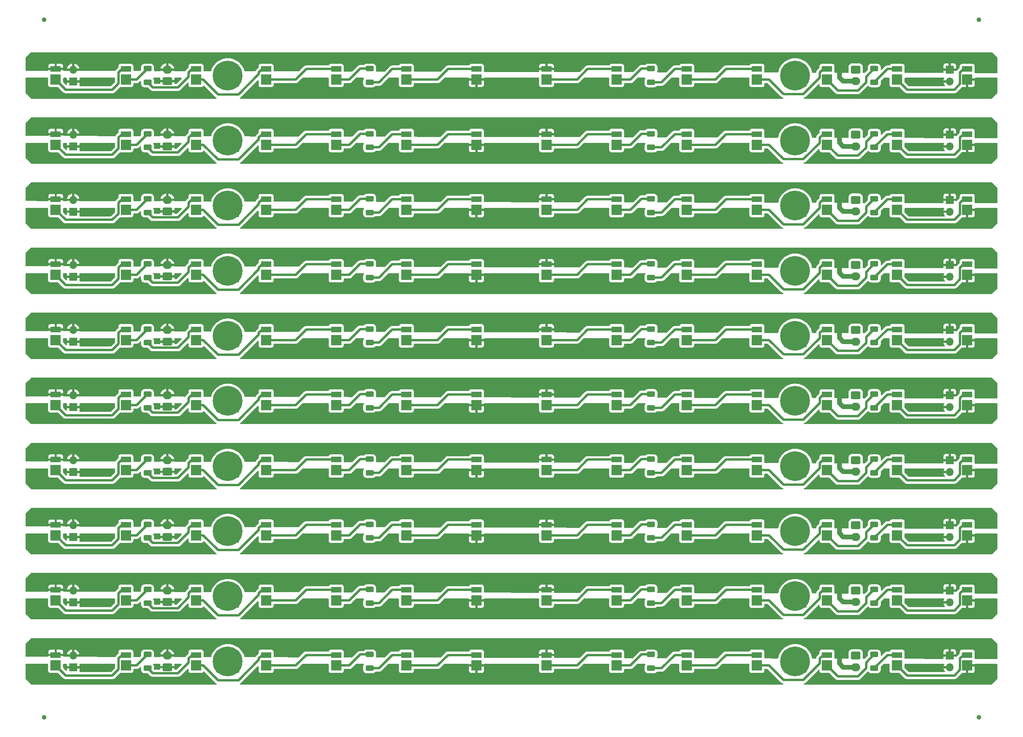
<source format=gbr>
%TF.GenerationSoftware,KiCad,Pcbnew,(6.0.7)*%
%TF.CreationDate,2023-02-06T14:52:35+00:00*%
%TF.ProjectId,Dayspring_Mini_P,44617973-7072-4696-9e67-5f4d696e695f,rev?*%
%TF.SameCoordinates,Original*%
%TF.FileFunction,Copper,L1,Top*%
%TF.FilePolarity,Positive*%
%FSLAX46Y46*%
G04 Gerber Fmt 4.6, Leading zero omitted, Abs format (unit mm)*
G04 Created by KiCad (PCBNEW (6.0.7)) date 2023-02-06 14:52:35*
%MOMM*%
%LPD*%
G01*
G04 APERTURE LIST*
G04 Aperture macros list*
%AMRoundRect*
0 Rectangle with rounded corners*
0 $1 Rounding radius*
0 $2 $3 $4 $5 $6 $7 $8 $9 X,Y pos of 4 corners*
0 Add a 4 corners polygon primitive as box body*
4,1,4,$2,$3,$4,$5,$6,$7,$8,$9,$2,$3,0*
0 Add four circle primitives for the rounded corners*
1,1,$1+$1,$2,$3*
1,1,$1+$1,$4,$5*
1,1,$1+$1,$6,$7*
1,1,$1+$1,$8,$9*
0 Add four rect primitives between the rounded corners*
20,1,$1+$1,$2,$3,$4,$5,0*
20,1,$1+$1,$4,$5,$6,$7,0*
20,1,$1+$1,$6,$7,$8,$9,0*
20,1,$1+$1,$8,$9,$2,$3,0*%
G04 Aperture macros list end*
%TA.AperFunction,SMDPad,CuDef*%
%ADD10R,2.200000X2.200000*%
%TD*%
%TA.AperFunction,SMDPad,CuDef*%
%ADD11R,2.200000X1.250000*%
%TD*%
%TA.AperFunction,SMDPad,CuDef*%
%ADD12RoundRect,0.250000X0.625000X-0.312500X0.625000X0.312500X-0.625000X0.312500X-0.625000X-0.312500X0*%
%TD*%
%TA.AperFunction,ComponentPad*%
%ADD13C,6.400000*%
%TD*%
%TA.AperFunction,ComponentPad*%
%ADD14C,0.800000*%
%TD*%
%TA.AperFunction,SMDPad,CuDef*%
%ADD15C,1.000000*%
%TD*%
%TA.AperFunction,ComponentPad*%
%ADD16R,1.700000X1.700000*%
%TD*%
%TA.AperFunction,ComponentPad*%
%ADD17O,1.700000X1.700000*%
%TD*%
%TA.AperFunction,ComponentPad*%
%ADD18RoundRect,0.250000X0.750000X-0.600000X0.750000X0.600000X-0.750000X0.600000X-0.750000X-0.600000X0*%
%TD*%
%TA.AperFunction,ComponentPad*%
%ADD19O,2.000000X1.700000*%
%TD*%
%TA.AperFunction,ComponentPad*%
%ADD20RoundRect,0.250000X-0.750000X0.600000X-0.750000X-0.600000X0.750000X-0.600000X0.750000X0.600000X0*%
%TD*%
%TA.AperFunction,ViaPad*%
%ADD21C,0.800000*%
%TD*%
%TA.AperFunction,Conductor*%
%ADD22C,1.000000*%
%TD*%
%TA.AperFunction,Conductor*%
%ADD23C,0.500000*%
%TD*%
G04 APERTURE END LIST*
D10*
%TO.P,D10,1,K*%
%TO.N,Board_8-Net-(D10-Pad1)*%
X187846153Y-144400000D03*
D11*
%TO.P,D10,2,A*%
%TO.N,Board_8-Net-(D10-Pad2)*%
X187846153Y-142125000D03*
%TD*%
D12*
%TO.P,R4,1*%
%TO.N,Board_4-Net-(D12-Pad2)*%
X198000000Y-88962500D03*
%TO.P,R4,2*%
%TO.N,Board_4-Net-(D10-Pad1)*%
X198000000Y-86037500D03*
%TD*%
D10*
%TO.P,D11,1,K*%
%TO.N,Board_1-Net-(D11-Pad1)*%
X97384615Y-46400000D03*
D11*
%TO.P,D11,2,A*%
%TO.N,Board_1-Net-(D11-Pad2)*%
X97384615Y-44125000D03*
%TD*%
D10*
%TO.P,D2,1,K*%
%TO.N,Board_1-Net-(D2-Pad1)*%
X127538461Y-46400000D03*
D11*
%TO.P,D2,2,A*%
%TO.N,Board_1-+24V*%
X127538461Y-44125000D03*
%TD*%
D10*
%TO.P,D5,1,K*%
%TO.N,Board_6-Net-(D5-Pad1)*%
X52153846Y-116400000D03*
D11*
%TO.P,D5,2,A*%
%TO.N,Board_6-Net-(D5-Pad2)*%
X52153846Y-114125000D03*
%TD*%
D10*
%TO.P,D7,1,K*%
%TO.N,Board_5-Net-(D7-Pad1)*%
X67230769Y-102400000D03*
D11*
%TO.P,D7,2,A*%
%TO.N,Board_5-Net-(D5-Pad1)*%
X67230769Y-100125000D03*
%TD*%
D10*
%TO.P,D10,1,K*%
%TO.N,Board_6-Net-(D10-Pad1)*%
X187846153Y-116400000D03*
D11*
%TO.P,D10,2,A*%
%TO.N,Board_6-Net-(D10-Pad2)*%
X187846153Y-114125000D03*
%TD*%
D10*
%TO.P,D14,1,K*%
%TO.N,Board_8-GND*%
X218000000Y-144400000D03*
D11*
%TO.P,D14,2,A*%
%TO.N,Board_8-Net-(D12-Pad1)*%
X218000000Y-142125000D03*
%TD*%
D10*
%TO.P,D4,1,K*%
%TO.N,Board_6-Net-(D4-Pad1)*%
X142615384Y-116400000D03*
D11*
%TO.P,D4,2,A*%
%TO.N,Board_6-Net-(D2-Pad1)*%
X142615384Y-114125000D03*
%TD*%
D10*
%TO.P,D2,1,K*%
%TO.N,Board_6-Net-(D2-Pad1)*%
X127538461Y-116400000D03*
D11*
%TO.P,D2,2,A*%
%TO.N,Board_6-+24V*%
X127538461Y-114125000D03*
%TD*%
D10*
%TO.P,D12,1,K*%
%TO.N,Board_4-Net-(D12-Pad1)*%
X202923076Y-88400000D03*
D11*
%TO.P,D12,2,A*%
%TO.N,Board_4-Net-(D12-Pad2)*%
X202923076Y-86125000D03*
%TD*%
D10*
%TO.P,D11,1,K*%
%TO.N,Board_7-Net-(D11-Pad1)*%
X97384615Y-130400000D03*
D11*
%TO.P,D11,2,A*%
%TO.N,Board_7-Net-(D11-Pad2)*%
X97384615Y-128125000D03*
%TD*%
D12*
%TO.P,R4,1*%
%TO.N,Board_5-Net-(D12-Pad2)*%
X198000000Y-102962500D03*
%TO.P,R4,2*%
%TO.N,Board_5-Net-(D10-Pad1)*%
X198000000Y-100037500D03*
%TD*%
D13*
%TO.P,H2,1,1*%
%TO.N,Board_9-GND*%
X181000000Y-157500000D03*
D14*
X179302944Y-155802944D03*
X182697056Y-155802944D03*
X183400000Y-157500000D03*
X182697056Y-159197056D03*
X181000000Y-159900000D03*
X181000000Y-155100000D03*
X178600000Y-157500000D03*
X179302944Y-159197056D03*
%TD*%
D10*
%TO.P,D12,1,K*%
%TO.N,Board_8-Net-(D12-Pad1)*%
X202923076Y-144400000D03*
D11*
%TO.P,D12,2,A*%
%TO.N,Board_8-Net-(D12-Pad2)*%
X202923076Y-142125000D03*
%TD*%
D10*
%TO.P,D5,1,K*%
%TO.N,Board_8-Net-(D5-Pad1)*%
X52153846Y-144400000D03*
D11*
%TO.P,D5,2,A*%
%TO.N,Board_8-Net-(D5-Pad2)*%
X52153846Y-142125000D03*
%TD*%
D10*
%TO.P,D12,1,K*%
%TO.N,Board_9-Net-(D12-Pad1)*%
X202923076Y-158400000D03*
D11*
%TO.P,D12,2,A*%
%TO.N,Board_9-Net-(D12-Pad2)*%
X202923076Y-156125000D03*
%TD*%
D10*
%TO.P,D5,1,K*%
%TO.N,Board_0-Net-(D5-Pad1)*%
X52153846Y-32400000D03*
D11*
%TO.P,D5,2,A*%
%TO.N,Board_0-Net-(D5-Pad2)*%
X52153846Y-30125000D03*
%TD*%
D10*
%TO.P,D3,1,K*%
%TO.N,Board_3-Net-(D3-Pad1)*%
X37076923Y-74400000D03*
D11*
%TO.P,D3,2,A*%
%TO.N,Board_3-Net-(D1-Pad1)*%
X37076923Y-72125000D03*
%TD*%
D10*
%TO.P,D7,1,K*%
%TO.N,Board_1-Net-(D7-Pad1)*%
X67230769Y-46400000D03*
D11*
%TO.P,D7,2,A*%
%TO.N,Board_1-Net-(D5-Pad1)*%
X67230769Y-44125000D03*
%TD*%
D12*
%TO.P,R3,1*%
%TO.N,Board_6-Net-(D11-Pad2)*%
X89500000Y-116962500D03*
%TO.P,R3,2*%
%TO.N,Board_6-Net-(D9-Pad1)*%
X89500000Y-114037500D03*
%TD*%
%TO.P,R4,1*%
%TO.N,Board_3-Net-(D12-Pad2)*%
X198000000Y-74962500D03*
%TO.P,R4,2*%
%TO.N,Board_3-Net-(D10-Pad1)*%
X198000000Y-72037500D03*
%TD*%
D10*
%TO.P,D5,1,K*%
%TO.N,Board_2-Net-(D5-Pad1)*%
X52153846Y-60400000D03*
D11*
%TO.P,D5,2,A*%
%TO.N,Board_2-Net-(D5-Pad2)*%
X52153846Y-58125000D03*
%TD*%
D10*
%TO.P,D9,1,K*%
%TO.N,Board_7-Net-(D9-Pad1)*%
X82307692Y-130400000D03*
D11*
%TO.P,D9,2,A*%
%TO.N,Board_7-Net-(D7-Pad1)*%
X82307692Y-128125000D03*
%TD*%
D15*
%TO.P,REF\u002A\u002A,*%
%TO.N,*%
X19500000Y-169500000D03*
%TD*%
D10*
%TO.P,D9,1,K*%
%TO.N,Board_4-Net-(D9-Pad1)*%
X82307692Y-88400000D03*
D11*
%TO.P,D9,2,A*%
%TO.N,Board_4-Net-(D7-Pad1)*%
X82307692Y-86125000D03*
%TD*%
D14*
%TO.P,H1,1,1*%
%TO.N,Board_2-GND*%
X56600000Y-59500000D03*
X61400000Y-59500000D03*
X59000000Y-61900000D03*
X60697056Y-61197056D03*
D13*
X59000000Y-59500000D03*
D14*
X57302944Y-57802944D03*
X59000000Y-57100000D03*
X60697056Y-57802944D03*
X57302944Y-61197056D03*
%TD*%
D10*
%TO.P,D6,1,K*%
%TO.N,Board_8-Net-(D6-Pad1)*%
X157692307Y-144400000D03*
D11*
%TO.P,D6,2,A*%
%TO.N,Board_8-Net-(D6-Pad2)*%
X157692307Y-142125000D03*
%TD*%
D10*
%TO.P,D12,1,K*%
%TO.N,Board_7-Net-(D12-Pad1)*%
X202923076Y-130400000D03*
D11*
%TO.P,D12,2,A*%
%TO.N,Board_7-Net-(D12-Pad2)*%
X202923076Y-128125000D03*
%TD*%
D10*
%TO.P,D1,1,K*%
%TO.N,Board_1-Net-(D1-Pad1)*%
X22000000Y-46400000D03*
D11*
%TO.P,D1,2,A*%
%TO.N,Board_1-+24V*%
X22000000Y-44125000D03*
%TD*%
D12*
%TO.P,R4,1*%
%TO.N,Board_6-Net-(D12-Pad2)*%
X198000000Y-116962500D03*
%TO.P,R4,2*%
%TO.N,Board_6-Net-(D10-Pad1)*%
X198000000Y-114037500D03*
%TD*%
D14*
%TO.P,H2,1,1*%
%TO.N,Board_0-GND*%
X181000000Y-33900000D03*
D13*
X181000000Y-31500000D03*
D14*
X182697056Y-33197056D03*
X182697056Y-29802944D03*
X179302944Y-29802944D03*
X183400000Y-31500000D03*
X178600000Y-31500000D03*
X181000000Y-29100000D03*
X179302944Y-33197056D03*
%TD*%
D12*
%TO.P,R1,1*%
%TO.N,Board_7-Net-(D5-Pad2)*%
X41750000Y-130962500D03*
%TO.P,R1,2*%
%TO.N,Board_7-Net-(D3-Pad1)*%
X41750000Y-128037500D03*
%TD*%
D10*
%TO.P,D8,1,K*%
%TO.N,Board_3-Net-(D10-Pad2)*%
X172769230Y-74400000D03*
D11*
%TO.P,D8,2,A*%
%TO.N,Board_3-Net-(D6-Pad1)*%
X172769230Y-72125000D03*
%TD*%
D10*
%TO.P,D1,1,K*%
%TO.N,Board_2-Net-(D1-Pad1)*%
X22000000Y-60400000D03*
D11*
%TO.P,D1,2,A*%
%TO.N,Board_2-+24V*%
X22000000Y-58125000D03*
%TD*%
D12*
%TO.P,R1,1*%
%TO.N,Board_1-Net-(D5-Pad2)*%
X41750000Y-46962500D03*
%TO.P,R1,2*%
%TO.N,Board_1-Net-(D3-Pad1)*%
X41750000Y-44037500D03*
%TD*%
D10*
%TO.P,D4,1,K*%
%TO.N,Board_8-Net-(D4-Pad1)*%
X142615384Y-144400000D03*
D11*
%TO.P,D4,2,A*%
%TO.N,Board_8-Net-(D2-Pad1)*%
X142615384Y-142125000D03*
%TD*%
D10*
%TO.P,D3,1,K*%
%TO.N,Board_6-Net-(D3-Pad1)*%
X37076923Y-116400000D03*
D11*
%TO.P,D3,2,A*%
%TO.N,Board_6-Net-(D1-Pad1)*%
X37076923Y-114125000D03*
%TD*%
D12*
%TO.P,R2,1*%
%TO.N,Board_2-Net-(D6-Pad2)*%
X150000000Y-60962500D03*
%TO.P,R2,2*%
%TO.N,Board_2-Net-(D4-Pad1)*%
X150000000Y-58037500D03*
%TD*%
D10*
%TO.P,D3,1,K*%
%TO.N,Board_1-Net-(D3-Pad1)*%
X37076923Y-46400000D03*
D11*
%TO.P,D3,2,A*%
%TO.N,Board_1-Net-(D1-Pad1)*%
X37076923Y-44125000D03*
%TD*%
D12*
%TO.P,R2,1*%
%TO.N,Board_8-Net-(D6-Pad2)*%
X150000000Y-144962500D03*
%TO.P,R2,2*%
%TO.N,Board_8-Net-(D4-Pad1)*%
X150000000Y-142037500D03*
%TD*%
D10*
%TO.P,D9,1,K*%
%TO.N,Board_2-Net-(D9-Pad1)*%
X82307692Y-60400000D03*
D11*
%TO.P,D9,2,A*%
%TO.N,Board_2-Net-(D7-Pad1)*%
X82307692Y-58125000D03*
%TD*%
D14*
%TO.P,H1,1,1*%
%TO.N,Board_6-GND*%
X56600000Y-115500000D03*
X57302944Y-113802944D03*
D13*
X59000000Y-115500000D03*
D14*
X61400000Y-115500000D03*
X60697056Y-117197056D03*
X59000000Y-117900000D03*
X60697056Y-113802944D03*
X57302944Y-117197056D03*
X59000000Y-113100000D03*
%TD*%
D12*
%TO.P,R3,1*%
%TO.N,Board_7-Net-(D11-Pad2)*%
X89500000Y-130962500D03*
%TO.P,R3,2*%
%TO.N,Board_7-Net-(D9-Pad1)*%
X89500000Y-128037500D03*
%TD*%
%TO.P,R4,1*%
%TO.N,Board_0-Net-(D12-Pad2)*%
X198000000Y-32962500D03*
%TO.P,R4,2*%
%TO.N,Board_0-Net-(D10-Pad1)*%
X198000000Y-30037500D03*
%TD*%
D14*
%TO.P,H2,1,1*%
%TO.N,Board_4-GND*%
X182697056Y-85802944D03*
X181000000Y-85100000D03*
X181000000Y-89900000D03*
X178600000Y-87500000D03*
X179302944Y-85802944D03*
X182697056Y-89197056D03*
D13*
X181000000Y-87500000D03*
D14*
X183400000Y-87500000D03*
X179302944Y-89197056D03*
%TD*%
D10*
%TO.P,D13,1,K*%
%TO.N,Board_2-GND*%
X112461538Y-60400000D03*
D11*
%TO.P,D13,2,A*%
%TO.N,Board_2-Net-(D11-Pad1)*%
X112461538Y-58125000D03*
%TD*%
D10*
%TO.P,D4,1,K*%
%TO.N,Board_9-Net-(D4-Pad1)*%
X142615384Y-158400000D03*
D11*
%TO.P,D4,2,A*%
%TO.N,Board_9-Net-(D2-Pad1)*%
X142615384Y-156125000D03*
%TD*%
D12*
%TO.P,R3,1*%
%TO.N,Board_9-Net-(D11-Pad2)*%
X89500000Y-158962500D03*
%TO.P,R3,2*%
%TO.N,Board_9-Net-(D9-Pad1)*%
X89500000Y-156037500D03*
%TD*%
D13*
%TO.P,H2,1,1*%
%TO.N,Board_7-GND*%
X181000000Y-129500000D03*
D14*
X182697056Y-131197056D03*
X178600000Y-129500000D03*
X179302944Y-131197056D03*
X183400000Y-129500000D03*
X182697056Y-127802944D03*
X181000000Y-131900000D03*
X181000000Y-127100000D03*
X179302944Y-127802944D03*
%TD*%
D10*
%TO.P,D14,1,K*%
%TO.N,Board_3-GND*%
X218000000Y-74400000D03*
D11*
%TO.P,D14,2,A*%
%TO.N,Board_3-Net-(D12-Pad1)*%
X218000000Y-72125000D03*
%TD*%
D10*
%TO.P,D5,1,K*%
%TO.N,Board_4-Net-(D5-Pad1)*%
X52153846Y-88400000D03*
D11*
%TO.P,D5,2,A*%
%TO.N,Board_4-Net-(D5-Pad2)*%
X52153846Y-86125000D03*
%TD*%
D15*
%TO.P,REF\u002A\u002A,*%
%TO.N,*%
X220500000Y-169500000D03*
%TD*%
D10*
%TO.P,D7,1,K*%
%TO.N,Board_9-Net-(D7-Pad1)*%
X67230769Y-158400000D03*
D11*
%TO.P,D7,2,A*%
%TO.N,Board_9-Net-(D5-Pad1)*%
X67230769Y-156125000D03*
%TD*%
D10*
%TO.P,D9,1,K*%
%TO.N,Board_3-Net-(D9-Pad1)*%
X82307692Y-74400000D03*
D11*
%TO.P,D9,2,A*%
%TO.N,Board_3-Net-(D7-Pad1)*%
X82307692Y-72125000D03*
%TD*%
D10*
%TO.P,D8,1,K*%
%TO.N,Board_9-Net-(D10-Pad2)*%
X172769230Y-158400000D03*
D11*
%TO.P,D8,2,A*%
%TO.N,Board_9-Net-(D6-Pad1)*%
X172769230Y-156125000D03*
%TD*%
D10*
%TO.P,D6,1,K*%
%TO.N,Board_1-Net-(D6-Pad1)*%
X157692307Y-46400000D03*
D11*
%TO.P,D6,2,A*%
%TO.N,Board_1-Net-(D6-Pad2)*%
X157692307Y-44125000D03*
%TD*%
D10*
%TO.P,D4,1,K*%
%TO.N,Board_3-Net-(D4-Pad1)*%
X142615384Y-74400000D03*
D11*
%TO.P,D4,2,A*%
%TO.N,Board_3-Net-(D2-Pad1)*%
X142615384Y-72125000D03*
%TD*%
D12*
%TO.P,R1,1*%
%TO.N,Board_5-Net-(D5-Pad2)*%
X41750000Y-102962500D03*
%TO.P,R1,2*%
%TO.N,Board_5-Net-(D3-Pad1)*%
X41750000Y-100037500D03*
%TD*%
D10*
%TO.P,D8,1,K*%
%TO.N,Board_1-Net-(D10-Pad2)*%
X172769230Y-46400000D03*
D11*
%TO.P,D8,2,A*%
%TO.N,Board_1-Net-(D6-Pad1)*%
X172769230Y-44125000D03*
%TD*%
D10*
%TO.P,D2,1,K*%
%TO.N,Board_3-Net-(D2-Pad1)*%
X127538461Y-74400000D03*
D11*
%TO.P,D2,2,A*%
%TO.N,Board_3-+24V*%
X127538461Y-72125000D03*
%TD*%
D10*
%TO.P,D11,1,K*%
%TO.N,Board_3-Net-(D11-Pad1)*%
X97384615Y-74400000D03*
D11*
%TO.P,D11,2,A*%
%TO.N,Board_3-Net-(D11-Pad2)*%
X97384615Y-72125000D03*
%TD*%
D10*
%TO.P,D10,1,K*%
%TO.N,Board_1-Net-(D10-Pad1)*%
X187846153Y-46400000D03*
D11*
%TO.P,D10,2,A*%
%TO.N,Board_1-Net-(D10-Pad2)*%
X187846153Y-44125000D03*
%TD*%
D10*
%TO.P,D10,1,K*%
%TO.N,Board_5-Net-(D10-Pad1)*%
X187846153Y-102400000D03*
D11*
%TO.P,D10,2,A*%
%TO.N,Board_5-Net-(D10-Pad2)*%
X187846153Y-100125000D03*
%TD*%
D10*
%TO.P,D14,1,K*%
%TO.N,Board_2-GND*%
X218000000Y-60400000D03*
D11*
%TO.P,D14,2,A*%
%TO.N,Board_2-Net-(D12-Pad1)*%
X218000000Y-58125000D03*
%TD*%
D10*
%TO.P,D11,1,K*%
%TO.N,Board_5-Net-(D11-Pad1)*%
X97384615Y-102400000D03*
D11*
%TO.P,D11,2,A*%
%TO.N,Board_5-Net-(D11-Pad2)*%
X97384615Y-100125000D03*
%TD*%
D10*
%TO.P,D13,1,K*%
%TO.N,Board_5-GND*%
X112461538Y-102400000D03*
D11*
%TO.P,D13,2,A*%
%TO.N,Board_5-Net-(D11-Pad1)*%
X112461538Y-100125000D03*
%TD*%
D10*
%TO.P,D10,1,K*%
%TO.N,Board_2-Net-(D10-Pad1)*%
X187846153Y-60400000D03*
D11*
%TO.P,D10,2,A*%
%TO.N,Board_2-Net-(D10-Pad2)*%
X187846153Y-58125000D03*
%TD*%
D10*
%TO.P,D9,1,K*%
%TO.N,Board_5-Net-(D9-Pad1)*%
X82307692Y-102400000D03*
D11*
%TO.P,D9,2,A*%
%TO.N,Board_5-Net-(D7-Pad1)*%
X82307692Y-100125000D03*
%TD*%
D12*
%TO.P,R3,1*%
%TO.N,Board_4-Net-(D11-Pad2)*%
X89500000Y-88962500D03*
%TO.P,R3,2*%
%TO.N,Board_4-Net-(D9-Pad1)*%
X89500000Y-86037500D03*
%TD*%
%TO.P,R2,1*%
%TO.N,Board_6-Net-(D6-Pad2)*%
X150000000Y-116962500D03*
%TO.P,R2,2*%
%TO.N,Board_6-Net-(D4-Pad1)*%
X150000000Y-114037500D03*
%TD*%
D14*
%TO.P,H1,1,1*%
%TO.N,Board_3-GND*%
X61400000Y-73500000D03*
X57302944Y-71802944D03*
X59000000Y-75900000D03*
X57302944Y-75197056D03*
X60697056Y-71802944D03*
X59000000Y-71100000D03*
X56600000Y-73500000D03*
D13*
X59000000Y-73500000D03*
D14*
X60697056Y-75197056D03*
%TD*%
D10*
%TO.P,D13,1,K*%
%TO.N,Board_3-GND*%
X112461538Y-74400000D03*
D11*
%TO.P,D13,2,A*%
%TO.N,Board_3-Net-(D11-Pad1)*%
X112461538Y-72125000D03*
%TD*%
D10*
%TO.P,D11,1,K*%
%TO.N,Board_9-Net-(D11-Pad1)*%
X97384615Y-158400000D03*
D11*
%TO.P,D11,2,A*%
%TO.N,Board_9-Net-(D11-Pad2)*%
X97384615Y-156125000D03*
%TD*%
D14*
%TO.P,H1,1,1*%
%TO.N,Board_4-GND*%
X60697056Y-89197056D03*
X57302944Y-89197056D03*
X59000000Y-85100000D03*
D13*
X59000000Y-87500000D03*
D14*
X60697056Y-85802944D03*
X61400000Y-87500000D03*
X59000000Y-89900000D03*
X56600000Y-87500000D03*
X57302944Y-85802944D03*
%TD*%
D10*
%TO.P,D8,1,K*%
%TO.N,Board_8-Net-(D10-Pad2)*%
X172769230Y-144400000D03*
D11*
%TO.P,D8,2,A*%
%TO.N,Board_8-Net-(D6-Pad1)*%
X172769230Y-142125000D03*
%TD*%
D10*
%TO.P,D6,1,K*%
%TO.N,Board_4-Net-(D6-Pad1)*%
X157692307Y-88400000D03*
D11*
%TO.P,D6,2,A*%
%TO.N,Board_4-Net-(D6-Pad2)*%
X157692307Y-86125000D03*
%TD*%
D12*
%TO.P,R3,1*%
%TO.N,Board_8-Net-(D11-Pad2)*%
X89500000Y-144962500D03*
%TO.P,R3,2*%
%TO.N,Board_8-Net-(D9-Pad1)*%
X89500000Y-142037500D03*
%TD*%
D14*
%TO.P,H1,1,1*%
%TO.N,Board_0-GND*%
X59000000Y-33900000D03*
X59000000Y-29100000D03*
X57302944Y-33197056D03*
X61400000Y-31500000D03*
D13*
X59000000Y-31500000D03*
D14*
X60697056Y-33197056D03*
X57302944Y-29802944D03*
X60697056Y-29802944D03*
X56600000Y-31500000D03*
%TD*%
D10*
%TO.P,D2,1,K*%
%TO.N,Board_7-Net-(D2-Pad1)*%
X127538461Y-130400000D03*
D11*
%TO.P,D2,2,A*%
%TO.N,Board_7-+24V*%
X127538461Y-128125000D03*
%TD*%
D14*
%TO.P,H2,1,1*%
%TO.N,Board_2-GND*%
X178600000Y-59500000D03*
X179302944Y-61197056D03*
X179302944Y-57802944D03*
X181000000Y-61900000D03*
D13*
X181000000Y-59500000D03*
D14*
X182697056Y-61197056D03*
X182697056Y-57802944D03*
X183400000Y-59500000D03*
X181000000Y-57100000D03*
%TD*%
D12*
%TO.P,R3,1*%
%TO.N,Board_3-Net-(D11-Pad2)*%
X89500000Y-74962500D03*
%TO.P,R3,2*%
%TO.N,Board_3-Net-(D9-Pad1)*%
X89500000Y-72037500D03*
%TD*%
D10*
%TO.P,D6,1,K*%
%TO.N,Board_6-Net-(D6-Pad1)*%
X157692307Y-116400000D03*
D11*
%TO.P,D6,2,A*%
%TO.N,Board_6-Net-(D6-Pad2)*%
X157692307Y-114125000D03*
%TD*%
D12*
%TO.P,R1,1*%
%TO.N,Board_6-Net-(D5-Pad2)*%
X41750000Y-116962500D03*
%TO.P,R1,2*%
%TO.N,Board_6-Net-(D3-Pad1)*%
X41750000Y-114037500D03*
%TD*%
D10*
%TO.P,D1,1,K*%
%TO.N,Board_0-Net-(D1-Pad1)*%
X22000000Y-32400000D03*
D11*
%TO.P,D1,2,A*%
%TO.N,Board_0-+24V*%
X22000000Y-30125000D03*
%TD*%
D10*
%TO.P,D4,1,K*%
%TO.N,Board_7-Net-(D4-Pad1)*%
X142615384Y-130400000D03*
D11*
%TO.P,D4,2,A*%
%TO.N,Board_7-Net-(D2-Pad1)*%
X142615384Y-128125000D03*
%TD*%
D10*
%TO.P,D14,1,K*%
%TO.N,Board_4-GND*%
X218000000Y-88400000D03*
D11*
%TO.P,D14,2,A*%
%TO.N,Board_4-Net-(D12-Pad1)*%
X218000000Y-86125000D03*
%TD*%
D10*
%TO.P,D3,1,K*%
%TO.N,Board_5-Net-(D3-Pad1)*%
X37076923Y-102400000D03*
D11*
%TO.P,D3,2,A*%
%TO.N,Board_5-Net-(D1-Pad1)*%
X37076923Y-100125000D03*
%TD*%
D14*
%TO.P,H2,1,1*%
%TO.N,Board_1-GND*%
X178600000Y-45500000D03*
X179302944Y-47197056D03*
X179302944Y-43802944D03*
X182697056Y-43802944D03*
X181000000Y-47900000D03*
X183400000Y-45500000D03*
X181000000Y-43100000D03*
D13*
X181000000Y-45500000D03*
D14*
X182697056Y-47197056D03*
%TD*%
D10*
%TO.P,D9,1,K*%
%TO.N,Board_9-Net-(D9-Pad1)*%
X82307692Y-158400000D03*
D11*
%TO.P,D9,2,A*%
%TO.N,Board_9-Net-(D7-Pad1)*%
X82307692Y-156125000D03*
%TD*%
D10*
%TO.P,D5,1,K*%
%TO.N,Board_3-Net-(D5-Pad1)*%
X52153846Y-74400000D03*
D11*
%TO.P,D5,2,A*%
%TO.N,Board_3-Net-(D5-Pad2)*%
X52153846Y-72125000D03*
%TD*%
D10*
%TO.P,D7,1,K*%
%TO.N,Board_7-Net-(D7-Pad1)*%
X67230769Y-130400000D03*
D11*
%TO.P,D7,2,A*%
%TO.N,Board_7-Net-(D5-Pad1)*%
X67230769Y-128125000D03*
%TD*%
D10*
%TO.P,D7,1,K*%
%TO.N,Board_8-Net-(D7-Pad1)*%
X67230769Y-144400000D03*
D11*
%TO.P,D7,2,A*%
%TO.N,Board_8-Net-(D5-Pad1)*%
X67230769Y-142125000D03*
%TD*%
D12*
%TO.P,R1,1*%
%TO.N,Board_9-Net-(D5-Pad2)*%
X41750000Y-158962500D03*
%TO.P,R1,2*%
%TO.N,Board_9-Net-(D3-Pad1)*%
X41750000Y-156037500D03*
%TD*%
%TO.P,R4,1*%
%TO.N,Board_1-Net-(D12-Pad2)*%
X198000000Y-46962500D03*
%TO.P,R4,2*%
%TO.N,Board_1-Net-(D10-Pad1)*%
X198000000Y-44037500D03*
%TD*%
%TO.P,R1,1*%
%TO.N,Board_2-Net-(D5-Pad2)*%
X41750000Y-60962500D03*
%TO.P,R1,2*%
%TO.N,Board_2-Net-(D3-Pad1)*%
X41750000Y-58037500D03*
%TD*%
D10*
%TO.P,D1,1,K*%
%TO.N,Board_7-Net-(D1-Pad1)*%
X22000000Y-130400000D03*
D11*
%TO.P,D1,2,A*%
%TO.N,Board_7-+24V*%
X22000000Y-128125000D03*
%TD*%
D10*
%TO.P,D11,1,K*%
%TO.N,Board_8-Net-(D11-Pad1)*%
X97384615Y-144400000D03*
D11*
%TO.P,D11,2,A*%
%TO.N,Board_8-Net-(D11-Pad2)*%
X97384615Y-142125000D03*
%TD*%
D10*
%TO.P,D11,1,K*%
%TO.N,Board_4-Net-(D11-Pad1)*%
X97384615Y-88400000D03*
D11*
%TO.P,D11,2,A*%
%TO.N,Board_4-Net-(D11-Pad2)*%
X97384615Y-86125000D03*
%TD*%
D12*
%TO.P,R2,1*%
%TO.N,Board_1-Net-(D6-Pad2)*%
X150000000Y-46962500D03*
%TO.P,R2,2*%
%TO.N,Board_1-Net-(D4-Pad1)*%
X150000000Y-44037500D03*
%TD*%
D10*
%TO.P,D3,1,K*%
%TO.N,Board_8-Net-(D3-Pad1)*%
X37076923Y-144400000D03*
D11*
%TO.P,D3,2,A*%
%TO.N,Board_8-Net-(D1-Pad1)*%
X37076923Y-142125000D03*
%TD*%
D12*
%TO.P,R2,1*%
%TO.N,Board_4-Net-(D6-Pad2)*%
X150000000Y-88962500D03*
%TO.P,R2,2*%
%TO.N,Board_4-Net-(D4-Pad1)*%
X150000000Y-86037500D03*
%TD*%
%TO.P,R2,1*%
%TO.N,Board_5-Net-(D6-Pad2)*%
X150000000Y-102962500D03*
%TO.P,R2,2*%
%TO.N,Board_5-Net-(D4-Pad1)*%
X150000000Y-100037500D03*
%TD*%
%TO.P,R2,1*%
%TO.N,Board_7-Net-(D6-Pad2)*%
X150000000Y-130962500D03*
%TO.P,R2,2*%
%TO.N,Board_7-Net-(D4-Pad1)*%
X150000000Y-128037500D03*
%TD*%
D10*
%TO.P,D12,1,K*%
%TO.N,Board_1-Net-(D12-Pad1)*%
X202923076Y-46400000D03*
D11*
%TO.P,D12,2,A*%
%TO.N,Board_1-Net-(D12-Pad2)*%
X202923076Y-44125000D03*
%TD*%
D12*
%TO.P,R3,1*%
%TO.N,Board_5-Net-(D11-Pad2)*%
X89500000Y-102962500D03*
%TO.P,R3,2*%
%TO.N,Board_5-Net-(D9-Pad1)*%
X89500000Y-100037500D03*
%TD*%
D10*
%TO.P,D2,1,K*%
%TO.N,Board_0-Net-(D2-Pad1)*%
X127538461Y-32400000D03*
D11*
%TO.P,D2,2,A*%
%TO.N,Board_0-+24V*%
X127538461Y-30125000D03*
%TD*%
D10*
%TO.P,D12,1,K*%
%TO.N,Board_5-Net-(D12-Pad1)*%
X202923076Y-102400000D03*
D11*
%TO.P,D12,2,A*%
%TO.N,Board_5-Net-(D12-Pad2)*%
X202923076Y-100125000D03*
%TD*%
D12*
%TO.P,R1,1*%
%TO.N,Board_3-Net-(D5-Pad2)*%
X41750000Y-74962500D03*
%TO.P,R1,2*%
%TO.N,Board_3-Net-(D3-Pad1)*%
X41750000Y-72037500D03*
%TD*%
%TO.P,R3,1*%
%TO.N,Board_1-Net-(D11-Pad2)*%
X89500000Y-46962500D03*
%TO.P,R3,2*%
%TO.N,Board_1-Net-(D9-Pad1)*%
X89500000Y-44037500D03*
%TD*%
D10*
%TO.P,D13,1,K*%
%TO.N,Board_0-GND*%
X112461538Y-32400000D03*
D11*
%TO.P,D13,2,A*%
%TO.N,Board_0-Net-(D11-Pad1)*%
X112461538Y-30125000D03*
%TD*%
D10*
%TO.P,D8,1,K*%
%TO.N,Board_4-Net-(D10-Pad2)*%
X172769230Y-88400000D03*
D11*
%TO.P,D8,2,A*%
%TO.N,Board_4-Net-(D6-Pad1)*%
X172769230Y-86125000D03*
%TD*%
D10*
%TO.P,D3,1,K*%
%TO.N,Board_2-Net-(D3-Pad1)*%
X37076923Y-60400000D03*
D11*
%TO.P,D3,2,A*%
%TO.N,Board_2-Net-(D1-Pad1)*%
X37076923Y-58125000D03*
%TD*%
D10*
%TO.P,D8,1,K*%
%TO.N,Board_6-Net-(D10-Pad2)*%
X172769230Y-116400000D03*
D11*
%TO.P,D8,2,A*%
%TO.N,Board_6-Net-(D6-Pad1)*%
X172769230Y-114125000D03*
%TD*%
D10*
%TO.P,D11,1,K*%
%TO.N,Board_6-Net-(D11-Pad1)*%
X97384615Y-116400000D03*
D11*
%TO.P,D11,2,A*%
%TO.N,Board_6-Net-(D11-Pad2)*%
X97384615Y-114125000D03*
%TD*%
D10*
%TO.P,D7,1,K*%
%TO.N,Board_6-Net-(D7-Pad1)*%
X67230769Y-116400000D03*
D11*
%TO.P,D7,2,A*%
%TO.N,Board_6-Net-(D5-Pad1)*%
X67230769Y-114125000D03*
%TD*%
D10*
%TO.P,D1,1,K*%
%TO.N,Board_3-Net-(D1-Pad1)*%
X22000000Y-74400000D03*
D11*
%TO.P,D1,2,A*%
%TO.N,Board_3-+24V*%
X22000000Y-72125000D03*
%TD*%
D10*
%TO.P,D3,1,K*%
%TO.N,Board_4-Net-(D3-Pad1)*%
X37076923Y-88400000D03*
D11*
%TO.P,D3,2,A*%
%TO.N,Board_4-Net-(D1-Pad1)*%
X37076923Y-86125000D03*
%TD*%
D10*
%TO.P,D4,1,K*%
%TO.N,Board_1-Net-(D4-Pad1)*%
X142615384Y-46400000D03*
D11*
%TO.P,D4,2,A*%
%TO.N,Board_1-Net-(D2-Pad1)*%
X142615384Y-44125000D03*
%TD*%
D10*
%TO.P,D10,1,K*%
%TO.N,Board_9-Net-(D10-Pad1)*%
X187846153Y-158400000D03*
D11*
%TO.P,D10,2,A*%
%TO.N,Board_9-Net-(D10-Pad2)*%
X187846153Y-156125000D03*
%TD*%
D10*
%TO.P,D4,1,K*%
%TO.N,Board_4-Net-(D4-Pad1)*%
X142615384Y-88400000D03*
D11*
%TO.P,D4,2,A*%
%TO.N,Board_4-Net-(D2-Pad1)*%
X142615384Y-86125000D03*
%TD*%
D10*
%TO.P,D13,1,K*%
%TO.N,Board_4-GND*%
X112461538Y-88400000D03*
D11*
%TO.P,D13,2,A*%
%TO.N,Board_4-Net-(D11-Pad1)*%
X112461538Y-86125000D03*
%TD*%
D10*
%TO.P,D2,1,K*%
%TO.N,Board_2-Net-(D2-Pad1)*%
X127538461Y-60400000D03*
D11*
%TO.P,D2,2,A*%
%TO.N,Board_2-+24V*%
X127538461Y-58125000D03*
%TD*%
D10*
%TO.P,D11,1,K*%
%TO.N,Board_0-Net-(D11-Pad1)*%
X97384615Y-32400000D03*
D11*
%TO.P,D11,2,A*%
%TO.N,Board_0-Net-(D11-Pad2)*%
X97384615Y-30125000D03*
%TD*%
D12*
%TO.P,R4,1*%
%TO.N,Board_9-Net-(D12-Pad2)*%
X198000000Y-158962500D03*
%TO.P,R4,2*%
%TO.N,Board_9-Net-(D10-Pad1)*%
X198000000Y-156037500D03*
%TD*%
D10*
%TO.P,D12,1,K*%
%TO.N,Board_6-Net-(D12-Pad1)*%
X202923076Y-116400000D03*
D11*
%TO.P,D12,2,A*%
%TO.N,Board_6-Net-(D12-Pad2)*%
X202923076Y-114125000D03*
%TD*%
D12*
%TO.P,R1,1*%
%TO.N,Board_4-Net-(D5-Pad2)*%
X41750000Y-88962500D03*
%TO.P,R1,2*%
%TO.N,Board_4-Net-(D3-Pad1)*%
X41750000Y-86037500D03*
%TD*%
D10*
%TO.P,D7,1,K*%
%TO.N,Board_4-Net-(D7-Pad1)*%
X67230769Y-88400000D03*
D11*
%TO.P,D7,2,A*%
%TO.N,Board_4-Net-(D5-Pad1)*%
X67230769Y-86125000D03*
%TD*%
D10*
%TO.P,D2,1,K*%
%TO.N,Board_4-Net-(D2-Pad1)*%
X127538461Y-88400000D03*
D11*
%TO.P,D2,2,A*%
%TO.N,Board_4-+24V*%
X127538461Y-86125000D03*
%TD*%
D14*
%TO.P,H1,1,1*%
%TO.N,Board_9-GND*%
X60697056Y-155802944D03*
X57302944Y-159197056D03*
X59000000Y-155100000D03*
X60697056Y-159197056D03*
X61400000Y-157500000D03*
D13*
X59000000Y-157500000D03*
D14*
X56600000Y-157500000D03*
X59000000Y-159900000D03*
X57302944Y-155802944D03*
%TD*%
D13*
%TO.P,H1,1,1*%
%TO.N,Board_8-GND*%
X59000000Y-143500000D03*
D14*
X59000000Y-145900000D03*
X60697056Y-141802944D03*
X59000000Y-141100000D03*
X57302944Y-145197056D03*
X61400000Y-143500000D03*
X60697056Y-145197056D03*
X57302944Y-141802944D03*
X56600000Y-143500000D03*
%TD*%
D12*
%TO.P,R2,1*%
%TO.N,Board_9-Net-(D6-Pad2)*%
X150000000Y-158962500D03*
%TO.P,R2,2*%
%TO.N,Board_9-Net-(D4-Pad1)*%
X150000000Y-156037500D03*
%TD*%
D10*
%TO.P,D12,1,K*%
%TO.N,Board_2-Net-(D12-Pad1)*%
X202923076Y-60400000D03*
D11*
%TO.P,D12,2,A*%
%TO.N,Board_2-Net-(D12-Pad2)*%
X202923076Y-58125000D03*
%TD*%
D12*
%TO.P,R2,1*%
%TO.N,Board_3-Net-(D6-Pad2)*%
X150000000Y-74962500D03*
%TO.P,R2,2*%
%TO.N,Board_3-Net-(D4-Pad1)*%
X150000000Y-72037500D03*
%TD*%
%TO.P,R4,1*%
%TO.N,Board_7-Net-(D12-Pad2)*%
X198000000Y-130962500D03*
%TO.P,R4,2*%
%TO.N,Board_7-Net-(D10-Pad1)*%
X198000000Y-128037500D03*
%TD*%
%TO.P,R4,1*%
%TO.N,Board_8-Net-(D12-Pad2)*%
X198000000Y-144962500D03*
%TO.P,R4,2*%
%TO.N,Board_8-Net-(D10-Pad1)*%
X198000000Y-142037500D03*
%TD*%
D14*
%TO.P,H2,1,1*%
%TO.N,Board_6-GND*%
X179302944Y-113802944D03*
X182697056Y-113802944D03*
X181000000Y-113100000D03*
X179302944Y-117197056D03*
X181000000Y-117900000D03*
X183400000Y-115500000D03*
D13*
X181000000Y-115500000D03*
D14*
X182697056Y-117197056D03*
X178600000Y-115500000D03*
%TD*%
D10*
%TO.P,D5,1,K*%
%TO.N,Board_1-Net-(D5-Pad1)*%
X52153846Y-46400000D03*
D11*
%TO.P,D5,2,A*%
%TO.N,Board_1-Net-(D5-Pad2)*%
X52153846Y-44125000D03*
%TD*%
D10*
%TO.P,D14,1,K*%
%TO.N,Board_0-GND*%
X218000000Y-32400000D03*
D11*
%TO.P,D14,2,A*%
%TO.N,Board_0-Net-(D12-Pad1)*%
X218000000Y-30125000D03*
%TD*%
D10*
%TO.P,D6,1,K*%
%TO.N,Board_0-Net-(D6-Pad1)*%
X157692307Y-32400000D03*
D11*
%TO.P,D6,2,A*%
%TO.N,Board_0-Net-(D6-Pad2)*%
X157692307Y-30125000D03*
%TD*%
D10*
%TO.P,D14,1,K*%
%TO.N,Board_5-GND*%
X218000000Y-102400000D03*
D11*
%TO.P,D14,2,A*%
%TO.N,Board_5-Net-(D12-Pad1)*%
X218000000Y-100125000D03*
%TD*%
D10*
%TO.P,D13,1,K*%
%TO.N,Board_1-GND*%
X112461538Y-46400000D03*
D11*
%TO.P,D13,2,A*%
%TO.N,Board_1-Net-(D11-Pad1)*%
X112461538Y-44125000D03*
%TD*%
D10*
%TO.P,D13,1,K*%
%TO.N,Board_7-GND*%
X112461538Y-130400000D03*
D11*
%TO.P,D13,2,A*%
%TO.N,Board_7-Net-(D11-Pad1)*%
X112461538Y-128125000D03*
%TD*%
D10*
%TO.P,D1,1,K*%
%TO.N,Board_5-Net-(D1-Pad1)*%
X22000000Y-102400000D03*
D11*
%TO.P,D1,2,A*%
%TO.N,Board_5-+24V*%
X22000000Y-100125000D03*
%TD*%
D10*
%TO.P,D14,1,K*%
%TO.N,Board_9-GND*%
X218000000Y-158400000D03*
D11*
%TO.P,D14,2,A*%
%TO.N,Board_9-Net-(D12-Pad1)*%
X218000000Y-156125000D03*
%TD*%
D10*
%TO.P,D11,1,K*%
%TO.N,Board_2-Net-(D11-Pad1)*%
X97384615Y-60400000D03*
D11*
%TO.P,D11,2,A*%
%TO.N,Board_2-Net-(D11-Pad2)*%
X97384615Y-58125000D03*
%TD*%
D10*
%TO.P,D9,1,K*%
%TO.N,Board_0-Net-(D9-Pad1)*%
X82307692Y-32400000D03*
D11*
%TO.P,D9,2,A*%
%TO.N,Board_0-Net-(D7-Pad1)*%
X82307692Y-30125000D03*
%TD*%
D13*
%TO.P,H1,1,1*%
%TO.N,Board_7-GND*%
X59000000Y-129500000D03*
D14*
X59000000Y-131900000D03*
X60697056Y-131197056D03*
X60697056Y-127802944D03*
X56600000Y-129500000D03*
X57302944Y-131197056D03*
X57302944Y-127802944D03*
X59000000Y-127100000D03*
X61400000Y-129500000D03*
%TD*%
D10*
%TO.P,D1,1,K*%
%TO.N,Board_8-Net-(D1-Pad1)*%
X22000000Y-144400000D03*
D11*
%TO.P,D1,2,A*%
%TO.N,Board_8-+24V*%
X22000000Y-142125000D03*
%TD*%
D10*
%TO.P,D1,1,K*%
%TO.N,Board_9-Net-(D1-Pad1)*%
X22000000Y-158400000D03*
D11*
%TO.P,D1,2,A*%
%TO.N,Board_9-+24V*%
X22000000Y-156125000D03*
%TD*%
D10*
%TO.P,D5,1,K*%
%TO.N,Board_7-Net-(D5-Pad1)*%
X52153846Y-130400000D03*
D11*
%TO.P,D5,2,A*%
%TO.N,Board_7-Net-(D5-Pad2)*%
X52153846Y-128125000D03*
%TD*%
D10*
%TO.P,D8,1,K*%
%TO.N,Board_2-Net-(D10-Pad2)*%
X172769230Y-60400000D03*
D11*
%TO.P,D8,2,A*%
%TO.N,Board_2-Net-(D6-Pad1)*%
X172769230Y-58125000D03*
%TD*%
D10*
%TO.P,D8,1,K*%
%TO.N,Board_7-Net-(D10-Pad2)*%
X172769230Y-130400000D03*
D11*
%TO.P,D8,2,A*%
%TO.N,Board_7-Net-(D6-Pad1)*%
X172769230Y-128125000D03*
%TD*%
D10*
%TO.P,D13,1,K*%
%TO.N,Board_6-GND*%
X112461538Y-116400000D03*
D11*
%TO.P,D13,2,A*%
%TO.N,Board_6-Net-(D11-Pad1)*%
X112461538Y-114125000D03*
%TD*%
D10*
%TO.P,D9,1,K*%
%TO.N,Board_8-Net-(D9-Pad1)*%
X82307692Y-144400000D03*
D11*
%TO.P,D9,2,A*%
%TO.N,Board_8-Net-(D7-Pad1)*%
X82307692Y-142125000D03*
%TD*%
D12*
%TO.P,R1,1*%
%TO.N,Board_0-Net-(D5-Pad2)*%
X41750000Y-32962500D03*
%TO.P,R1,2*%
%TO.N,Board_0-Net-(D3-Pad1)*%
X41750000Y-30037500D03*
%TD*%
D14*
%TO.P,H2,1,1*%
%TO.N,Board_5-GND*%
X179302944Y-103197056D03*
X178600000Y-101500000D03*
X183400000Y-101500000D03*
X182697056Y-99802944D03*
X179302944Y-99802944D03*
X181000000Y-99100000D03*
X181000000Y-103900000D03*
D13*
X181000000Y-101500000D03*
D14*
X182697056Y-103197056D03*
%TD*%
D10*
%TO.P,D14,1,K*%
%TO.N,Board_7-GND*%
X218000000Y-130400000D03*
D11*
%TO.P,D14,2,A*%
%TO.N,Board_7-Net-(D12-Pad1)*%
X218000000Y-128125000D03*
%TD*%
D10*
%TO.P,D5,1,K*%
%TO.N,Board_5-Net-(D5-Pad1)*%
X52153846Y-102400000D03*
D11*
%TO.P,D5,2,A*%
%TO.N,Board_5-Net-(D5-Pad2)*%
X52153846Y-100125000D03*
%TD*%
D12*
%TO.P,R1,1*%
%TO.N,Board_8-Net-(D5-Pad2)*%
X41750000Y-144962500D03*
%TO.P,R1,2*%
%TO.N,Board_8-Net-(D3-Pad1)*%
X41750000Y-142037500D03*
%TD*%
D10*
%TO.P,D3,1,K*%
%TO.N,Board_0-Net-(D3-Pad1)*%
X37076923Y-32400000D03*
D11*
%TO.P,D3,2,A*%
%TO.N,Board_0-Net-(D1-Pad1)*%
X37076923Y-30125000D03*
%TD*%
D12*
%TO.P,R3,1*%
%TO.N,Board_2-Net-(D11-Pad2)*%
X89500000Y-60962500D03*
%TO.P,R3,2*%
%TO.N,Board_2-Net-(D9-Pad1)*%
X89500000Y-58037500D03*
%TD*%
D10*
%TO.P,D6,1,K*%
%TO.N,Board_2-Net-(D6-Pad1)*%
X157692307Y-60400000D03*
D11*
%TO.P,D6,2,A*%
%TO.N,Board_2-Net-(D6-Pad2)*%
X157692307Y-58125000D03*
%TD*%
D10*
%TO.P,D8,1,K*%
%TO.N,Board_0-Net-(D10-Pad2)*%
X172769230Y-32400000D03*
D11*
%TO.P,D8,2,A*%
%TO.N,Board_0-Net-(D6-Pad1)*%
X172769230Y-30125000D03*
%TD*%
D10*
%TO.P,D13,1,K*%
%TO.N,Board_9-GND*%
X112461538Y-158400000D03*
D11*
%TO.P,D13,2,A*%
%TO.N,Board_9-Net-(D11-Pad1)*%
X112461538Y-156125000D03*
%TD*%
D10*
%TO.P,D4,1,K*%
%TO.N,Board_5-Net-(D4-Pad1)*%
X142615384Y-102400000D03*
D11*
%TO.P,D4,2,A*%
%TO.N,Board_5-Net-(D2-Pad1)*%
X142615384Y-100125000D03*
%TD*%
D14*
%TO.P,H2,1,1*%
%TO.N,Board_3-GND*%
X181000000Y-75900000D03*
X181000000Y-71100000D03*
X182697056Y-71802944D03*
X179302944Y-75197056D03*
X182697056Y-75197056D03*
X179302944Y-71802944D03*
X178600000Y-73500000D03*
D13*
X181000000Y-73500000D03*
D14*
X183400000Y-73500000D03*
%TD*%
D10*
%TO.P,D7,1,K*%
%TO.N,Board_0-Net-(D7-Pad1)*%
X67230769Y-32400000D03*
D11*
%TO.P,D7,2,A*%
%TO.N,Board_0-Net-(D5-Pad1)*%
X67230769Y-30125000D03*
%TD*%
D10*
%TO.P,D6,1,K*%
%TO.N,Board_5-Net-(D6-Pad1)*%
X157692307Y-102400000D03*
D11*
%TO.P,D6,2,A*%
%TO.N,Board_5-Net-(D6-Pad2)*%
X157692307Y-100125000D03*
%TD*%
D10*
%TO.P,D4,1,K*%
%TO.N,Board_2-Net-(D4-Pad1)*%
X142615384Y-60400000D03*
D11*
%TO.P,D4,2,A*%
%TO.N,Board_2-Net-(D2-Pad1)*%
X142615384Y-58125000D03*
%TD*%
D10*
%TO.P,D7,1,K*%
%TO.N,Board_3-Net-(D7-Pad1)*%
X67230769Y-74400000D03*
D11*
%TO.P,D7,2,A*%
%TO.N,Board_3-Net-(D5-Pad1)*%
X67230769Y-72125000D03*
%TD*%
D10*
%TO.P,D2,1,K*%
%TO.N,Board_8-Net-(D2-Pad1)*%
X127538461Y-144400000D03*
D11*
%TO.P,D2,2,A*%
%TO.N,Board_8-+24V*%
X127538461Y-142125000D03*
%TD*%
D10*
%TO.P,D6,1,K*%
%TO.N,Board_9-Net-(D6-Pad1)*%
X157692307Y-158400000D03*
D11*
%TO.P,D6,2,A*%
%TO.N,Board_9-Net-(D6-Pad2)*%
X157692307Y-156125000D03*
%TD*%
D10*
%TO.P,D1,1,K*%
%TO.N,Board_6-Net-(D1-Pad1)*%
X22000000Y-116400000D03*
D11*
%TO.P,D1,2,A*%
%TO.N,Board_6-+24V*%
X22000000Y-114125000D03*
%TD*%
D10*
%TO.P,D3,1,K*%
%TO.N,Board_9-Net-(D3-Pad1)*%
X37076923Y-158400000D03*
D11*
%TO.P,D3,2,A*%
%TO.N,Board_9-Net-(D1-Pad1)*%
X37076923Y-156125000D03*
%TD*%
D10*
%TO.P,D14,1,K*%
%TO.N,Board_6-GND*%
X218000000Y-116400000D03*
D11*
%TO.P,D14,2,A*%
%TO.N,Board_6-Net-(D12-Pad1)*%
X218000000Y-114125000D03*
%TD*%
D14*
%TO.P,H1,1,1*%
%TO.N,Board_5-GND*%
X59000000Y-99100000D03*
X56600000Y-101500000D03*
X60697056Y-103197056D03*
X57302944Y-103197056D03*
X61400000Y-101500000D03*
X59000000Y-103900000D03*
X60697056Y-99802944D03*
D13*
X59000000Y-101500000D03*
D14*
X57302944Y-99802944D03*
%TD*%
D10*
%TO.P,D12,1,K*%
%TO.N,Board_3-Net-(D12-Pad1)*%
X202923076Y-74400000D03*
D11*
%TO.P,D12,2,A*%
%TO.N,Board_3-Net-(D12-Pad2)*%
X202923076Y-72125000D03*
%TD*%
D14*
%TO.P,H2,1,1*%
%TO.N,Board_8-GND*%
X179302944Y-145197056D03*
X182697056Y-141802944D03*
D13*
X181000000Y-143500000D03*
D14*
X182697056Y-145197056D03*
X178600000Y-143500000D03*
X183400000Y-143500000D03*
X181000000Y-141100000D03*
X181000000Y-145900000D03*
X179302944Y-141802944D03*
%TD*%
D10*
%TO.P,D5,1,K*%
%TO.N,Board_9-Net-(D5-Pad1)*%
X52153846Y-158400000D03*
D11*
%TO.P,D5,2,A*%
%TO.N,Board_9-Net-(D5-Pad2)*%
X52153846Y-156125000D03*
%TD*%
D10*
%TO.P,D6,1,K*%
%TO.N,Board_7-Net-(D6-Pad1)*%
X157692307Y-130400000D03*
D11*
%TO.P,D6,2,A*%
%TO.N,Board_7-Net-(D6-Pad2)*%
X157692307Y-128125000D03*
%TD*%
D10*
%TO.P,D2,1,K*%
%TO.N,Board_5-Net-(D2-Pad1)*%
X127538461Y-102400000D03*
D11*
%TO.P,D2,2,A*%
%TO.N,Board_5-+24V*%
X127538461Y-100125000D03*
%TD*%
D10*
%TO.P,D14,1,K*%
%TO.N,Board_1-GND*%
X218000000Y-46400000D03*
D11*
%TO.P,D14,2,A*%
%TO.N,Board_1-Net-(D12-Pad1)*%
X218000000Y-44125000D03*
%TD*%
D10*
%TO.P,D3,1,K*%
%TO.N,Board_7-Net-(D3-Pad1)*%
X37076923Y-130400000D03*
D11*
%TO.P,D3,2,A*%
%TO.N,Board_7-Net-(D1-Pad1)*%
X37076923Y-128125000D03*
%TD*%
D10*
%TO.P,D1,1,K*%
%TO.N,Board_4-Net-(D1-Pad1)*%
X22000000Y-88400000D03*
D11*
%TO.P,D1,2,A*%
%TO.N,Board_4-+24V*%
X22000000Y-86125000D03*
%TD*%
D10*
%TO.P,D6,1,K*%
%TO.N,Board_3-Net-(D6-Pad1)*%
X157692307Y-74400000D03*
D11*
%TO.P,D6,2,A*%
%TO.N,Board_3-Net-(D6-Pad2)*%
X157692307Y-72125000D03*
%TD*%
D12*
%TO.P,R4,1*%
%TO.N,Board_2-Net-(D12-Pad2)*%
X198000000Y-60962500D03*
%TO.P,R4,2*%
%TO.N,Board_2-Net-(D10-Pad1)*%
X198000000Y-58037500D03*
%TD*%
D10*
%TO.P,D4,1,K*%
%TO.N,Board_0-Net-(D4-Pad1)*%
X142615384Y-32400000D03*
D11*
%TO.P,D4,2,A*%
%TO.N,Board_0-Net-(D2-Pad1)*%
X142615384Y-30125000D03*
%TD*%
D10*
%TO.P,D12,1,K*%
%TO.N,Board_0-Net-(D12-Pad1)*%
X202923076Y-32400000D03*
D11*
%TO.P,D12,2,A*%
%TO.N,Board_0-Net-(D12-Pad2)*%
X202923076Y-30125000D03*
%TD*%
D10*
%TO.P,D8,1,K*%
%TO.N,Board_5-Net-(D10-Pad2)*%
X172769230Y-102400000D03*
D11*
%TO.P,D8,2,A*%
%TO.N,Board_5-Net-(D6-Pad1)*%
X172769230Y-100125000D03*
%TD*%
D10*
%TO.P,D13,1,K*%
%TO.N,Board_8-GND*%
X112461538Y-144400000D03*
D11*
%TO.P,D13,2,A*%
%TO.N,Board_8-Net-(D11-Pad1)*%
X112461538Y-142125000D03*
%TD*%
D10*
%TO.P,D10,1,K*%
%TO.N,Board_7-Net-(D10-Pad1)*%
X187846153Y-130400000D03*
D11*
%TO.P,D10,2,A*%
%TO.N,Board_7-Net-(D10-Pad2)*%
X187846153Y-128125000D03*
%TD*%
D10*
%TO.P,D2,1,K*%
%TO.N,Board_9-Net-(D2-Pad1)*%
X127538461Y-158400000D03*
D11*
%TO.P,D2,2,A*%
%TO.N,Board_9-+24V*%
X127538461Y-156125000D03*
%TD*%
D12*
%TO.P,R3,1*%
%TO.N,Board_0-Net-(D11-Pad2)*%
X89500000Y-32962500D03*
%TO.P,R3,2*%
%TO.N,Board_0-Net-(D9-Pad1)*%
X89500000Y-30037500D03*
%TD*%
D10*
%TO.P,D10,1,K*%
%TO.N,Board_4-Net-(D10-Pad1)*%
X187846153Y-88400000D03*
D11*
%TO.P,D10,2,A*%
%TO.N,Board_4-Net-(D10-Pad2)*%
X187846153Y-86125000D03*
%TD*%
D13*
%TO.P,H1,1,1*%
%TO.N,Board_1-GND*%
X59000000Y-45500000D03*
D14*
X57302944Y-47197056D03*
X57302944Y-43802944D03*
X59000000Y-47900000D03*
X59000000Y-43100000D03*
X56600000Y-45500000D03*
X60697056Y-47197056D03*
X60697056Y-43802944D03*
X61400000Y-45500000D03*
%TD*%
D15*
%TO.P,REF\u002A\u002A,*%
%TO.N,*%
X220500000Y-19500000D03*
%TD*%
D10*
%TO.P,D9,1,K*%
%TO.N,Board_1-Net-(D9-Pad1)*%
X82307692Y-46400000D03*
D11*
%TO.P,D9,2,A*%
%TO.N,Board_1-Net-(D7-Pad1)*%
X82307692Y-44125000D03*
%TD*%
D10*
%TO.P,D9,1,K*%
%TO.N,Board_6-Net-(D9-Pad1)*%
X82307692Y-116400000D03*
D11*
%TO.P,D9,2,A*%
%TO.N,Board_6-Net-(D7-Pad1)*%
X82307692Y-114125000D03*
%TD*%
D10*
%TO.P,D10,1,K*%
%TO.N,Board_3-Net-(D10-Pad1)*%
X187846153Y-74400000D03*
D11*
%TO.P,D10,2,A*%
%TO.N,Board_3-Net-(D10-Pad2)*%
X187846153Y-72125000D03*
%TD*%
D12*
%TO.P,R2,1*%
%TO.N,Board_0-Net-(D6-Pad2)*%
X150000000Y-32962500D03*
%TO.P,R2,2*%
%TO.N,Board_0-Net-(D4-Pad1)*%
X150000000Y-30037500D03*
%TD*%
D15*
%TO.P,REF\u002A\u002A,*%
%TO.N,*%
X19500000Y-19500000D03*
%TD*%
D10*
%TO.P,D7,1,K*%
%TO.N,Board_2-Net-(D7-Pad1)*%
X67230769Y-60400000D03*
D11*
%TO.P,D7,2,A*%
%TO.N,Board_2-Net-(D5-Pad1)*%
X67230769Y-58125000D03*
%TD*%
D10*
%TO.P,D10,1,K*%
%TO.N,Board_0-Net-(D10-Pad1)*%
X187846153Y-32400000D03*
D11*
%TO.P,D10,2,A*%
%TO.N,Board_0-Net-(D10-Pad2)*%
X187846153Y-30125000D03*
%TD*%
D16*
%TO.P,J4,1,Pin_1*%
%TO.N,Board_1-+24V*%
X214250000Y-44250000D03*
D17*
%TO.P,J4,2,Pin_2*%
%TO.N,Board_1-GND*%
X214250000Y-46790000D03*
%TD*%
D16*
%TO.P,J2,1,Pin_1*%
%TO.N,Board_3-GND*%
X25750000Y-74790000D03*
D17*
%TO.P,J2,2,Pin_2*%
%TO.N,Board_3-+24V*%
X25750000Y-72250000D03*
%TD*%
D18*
%TO.P,J1,1,Pin_1*%
%TO.N,Board_6-GND*%
X46000000Y-116750000D03*
D19*
%TO.P,J1,2,Pin_2*%
%TO.N,Board_6-+24V*%
X46000000Y-114250000D03*
%TD*%
D16*
%TO.P,J4,1,Pin_1*%
%TO.N,Board_6-+24V*%
X214250000Y-114250000D03*
D17*
%TO.P,J4,2,Pin_2*%
%TO.N,Board_6-GND*%
X214250000Y-116790000D03*
%TD*%
D16*
%TO.P,J4,1,Pin_1*%
%TO.N,Board_3-+24V*%
X214250000Y-72250000D03*
D17*
%TO.P,J4,2,Pin_2*%
%TO.N,Board_3-GND*%
X214250000Y-74790000D03*
%TD*%
D16*
%TO.P,J4,1,Pin_1*%
%TO.N,Board_8-+24V*%
X214250000Y-142250000D03*
D17*
%TO.P,J4,2,Pin_2*%
%TO.N,Board_8-GND*%
X214250000Y-144790000D03*
%TD*%
D16*
%TO.P,J2,1,Pin_1*%
%TO.N,Board_8-GND*%
X25750000Y-144790000D03*
D17*
%TO.P,J2,2,Pin_2*%
%TO.N,Board_8-+24V*%
X25750000Y-142250000D03*
%TD*%
D20*
%TO.P,J3,1,Pin_1*%
%TO.N,Board_0-GND*%
X194000000Y-30250000D03*
D19*
%TO.P,J3,2,Pin_2*%
%TO.N,Board_0-+24V*%
X194000000Y-32750000D03*
%TD*%
D16*
%TO.P,J2,1,Pin_1*%
%TO.N,Board_2-GND*%
X25750000Y-60790000D03*
D17*
%TO.P,J2,2,Pin_2*%
%TO.N,Board_2-+24V*%
X25750000Y-58250000D03*
%TD*%
D16*
%TO.P,J2,1,Pin_1*%
%TO.N,Board_7-GND*%
X25750000Y-130790000D03*
D17*
%TO.P,J2,2,Pin_2*%
%TO.N,Board_7-+24V*%
X25750000Y-128250000D03*
%TD*%
D16*
%TO.P,J2,1,Pin_1*%
%TO.N,Board_1-GND*%
X25750000Y-46790000D03*
D17*
%TO.P,J2,2,Pin_2*%
%TO.N,Board_1-+24V*%
X25750000Y-44250000D03*
%TD*%
D16*
%TO.P,J2,1,Pin_1*%
%TO.N,Board_5-GND*%
X25750000Y-102790000D03*
D17*
%TO.P,J2,2,Pin_2*%
%TO.N,Board_5-+24V*%
X25750000Y-100250000D03*
%TD*%
D16*
%TO.P,J4,1,Pin_1*%
%TO.N,Board_0-+24V*%
X214250000Y-30250000D03*
D17*
%TO.P,J4,2,Pin_2*%
%TO.N,Board_0-GND*%
X214250000Y-32790000D03*
%TD*%
D16*
%TO.P,J2,1,Pin_1*%
%TO.N,Board_4-GND*%
X25750000Y-88790000D03*
D17*
%TO.P,J2,2,Pin_2*%
%TO.N,Board_4-+24V*%
X25750000Y-86250000D03*
%TD*%
D20*
%TO.P,J3,1,Pin_1*%
%TO.N,Board_1-GND*%
X194000000Y-44250000D03*
D19*
%TO.P,J3,2,Pin_2*%
%TO.N,Board_1-+24V*%
X194000000Y-46750000D03*
%TD*%
D18*
%TO.P,J1,1,Pin_1*%
%TO.N,Board_8-GND*%
X46000000Y-144750000D03*
D19*
%TO.P,J1,2,Pin_2*%
%TO.N,Board_8-+24V*%
X46000000Y-142250000D03*
%TD*%
D20*
%TO.P,J3,1,Pin_1*%
%TO.N,Board_3-GND*%
X194000000Y-72250000D03*
D19*
%TO.P,J3,2,Pin_2*%
%TO.N,Board_3-+24V*%
X194000000Y-74750000D03*
%TD*%
D16*
%TO.P,J4,1,Pin_1*%
%TO.N,Board_4-+24V*%
X214250000Y-86250000D03*
D17*
%TO.P,J4,2,Pin_2*%
%TO.N,Board_4-GND*%
X214250000Y-88790000D03*
%TD*%
D16*
%TO.P,J4,1,Pin_1*%
%TO.N,Board_7-+24V*%
X214250000Y-128250000D03*
D17*
%TO.P,J4,2,Pin_2*%
%TO.N,Board_7-GND*%
X214250000Y-130790000D03*
%TD*%
D16*
%TO.P,J4,1,Pin_1*%
%TO.N,Board_2-+24V*%
X214250000Y-58250000D03*
D17*
%TO.P,J4,2,Pin_2*%
%TO.N,Board_2-GND*%
X214250000Y-60790000D03*
%TD*%
D20*
%TO.P,J3,1,Pin_1*%
%TO.N,Board_6-GND*%
X194000000Y-114250000D03*
D19*
%TO.P,J3,2,Pin_2*%
%TO.N,Board_6-+24V*%
X194000000Y-116750000D03*
%TD*%
D16*
%TO.P,J2,1,Pin_1*%
%TO.N,Board_0-GND*%
X25750000Y-32790000D03*
D17*
%TO.P,J2,2,Pin_2*%
%TO.N,Board_0-+24V*%
X25750000Y-30250000D03*
%TD*%
D18*
%TO.P,J1,1,Pin_1*%
%TO.N,Board_0-GND*%
X46000000Y-32750000D03*
D19*
%TO.P,J1,2,Pin_2*%
%TO.N,Board_0-+24V*%
X46000000Y-30250000D03*
%TD*%
D20*
%TO.P,J3,1,Pin_1*%
%TO.N,Board_5-GND*%
X194000000Y-100250000D03*
D19*
%TO.P,J3,2,Pin_2*%
%TO.N,Board_5-+24V*%
X194000000Y-102750000D03*
%TD*%
D18*
%TO.P,J1,1,Pin_1*%
%TO.N,Board_4-GND*%
X46000000Y-88750000D03*
D19*
%TO.P,J1,2,Pin_2*%
%TO.N,Board_4-+24V*%
X46000000Y-86250000D03*
%TD*%
D20*
%TO.P,J3,1,Pin_1*%
%TO.N,Board_4-GND*%
X194000000Y-86250000D03*
D19*
%TO.P,J3,2,Pin_2*%
%TO.N,Board_4-+24V*%
X194000000Y-88750000D03*
%TD*%
D16*
%TO.P,J4,1,Pin_1*%
%TO.N,Board_9-+24V*%
X214250000Y-156250000D03*
D17*
%TO.P,J4,2,Pin_2*%
%TO.N,Board_9-GND*%
X214250000Y-158790000D03*
%TD*%
D18*
%TO.P,J1,1,Pin_1*%
%TO.N,Board_9-GND*%
X46000000Y-158750000D03*
D19*
%TO.P,J1,2,Pin_2*%
%TO.N,Board_9-+24V*%
X46000000Y-156250000D03*
%TD*%
D20*
%TO.P,J3,1,Pin_1*%
%TO.N,Board_2-GND*%
X194000000Y-58250000D03*
D19*
%TO.P,J3,2,Pin_2*%
%TO.N,Board_2-+24V*%
X194000000Y-60750000D03*
%TD*%
D20*
%TO.P,J3,1,Pin_1*%
%TO.N,Board_7-GND*%
X194000000Y-128250000D03*
D19*
%TO.P,J3,2,Pin_2*%
%TO.N,Board_7-+24V*%
X194000000Y-130750000D03*
%TD*%
D20*
%TO.P,J3,1,Pin_1*%
%TO.N,Board_8-GND*%
X194000000Y-142250000D03*
D19*
%TO.P,J3,2,Pin_2*%
%TO.N,Board_8-+24V*%
X194000000Y-144750000D03*
%TD*%
D16*
%TO.P,J2,1,Pin_1*%
%TO.N,Board_6-GND*%
X25750000Y-116790000D03*
D17*
%TO.P,J2,2,Pin_2*%
%TO.N,Board_6-+24V*%
X25750000Y-114250000D03*
%TD*%
D18*
%TO.P,J1,1,Pin_1*%
%TO.N,Board_3-GND*%
X46000000Y-74750000D03*
D19*
%TO.P,J1,2,Pin_2*%
%TO.N,Board_3-+24V*%
X46000000Y-72250000D03*
%TD*%
D18*
%TO.P,J1,1,Pin_1*%
%TO.N,Board_1-GND*%
X46000000Y-46750000D03*
D19*
%TO.P,J1,2,Pin_2*%
%TO.N,Board_1-+24V*%
X46000000Y-44250000D03*
%TD*%
D18*
%TO.P,J1,1,Pin_1*%
%TO.N,Board_2-GND*%
X46000000Y-60750000D03*
D19*
%TO.P,J1,2,Pin_2*%
%TO.N,Board_2-+24V*%
X46000000Y-58250000D03*
%TD*%
D16*
%TO.P,J2,1,Pin_1*%
%TO.N,Board_9-GND*%
X25750000Y-158790000D03*
D17*
%TO.P,J2,2,Pin_2*%
%TO.N,Board_9-+24V*%
X25750000Y-156250000D03*
%TD*%
D16*
%TO.P,J4,1,Pin_1*%
%TO.N,Board_5-+24V*%
X214250000Y-100250000D03*
D17*
%TO.P,J4,2,Pin_2*%
%TO.N,Board_5-GND*%
X214250000Y-102790000D03*
%TD*%
D18*
%TO.P,J1,1,Pin_1*%
%TO.N,Board_5-GND*%
X46000000Y-102750000D03*
D19*
%TO.P,J1,2,Pin_2*%
%TO.N,Board_5-+24V*%
X46000000Y-100250000D03*
%TD*%
D20*
%TO.P,J3,1,Pin_1*%
%TO.N,Board_9-GND*%
X194000000Y-156250000D03*
D19*
%TO.P,J3,2,Pin_2*%
%TO.N,Board_9-+24V*%
X194000000Y-158750000D03*
%TD*%
D18*
%TO.P,J1,1,Pin_1*%
%TO.N,Board_7-GND*%
X46000000Y-130750000D03*
D19*
%TO.P,J1,2,Pin_2*%
%TO.N,Board_7-+24V*%
X46000000Y-128250000D03*
%TD*%
D21*
%TO.N,Board_0-GND*%
X186000000Y-35000000D03*
X135000000Y-35000000D03*
X65000000Y-35000000D03*
X100000000Y-35000000D03*
X140000000Y-35000000D03*
X165000000Y-35000000D03*
X188000000Y-35000000D03*
X219750000Y-35000000D03*
X80000000Y-35000000D03*
X222250000Y-35000000D03*
X41250000Y-35000000D03*
X85000000Y-35000000D03*
X160000000Y-35000000D03*
X95000000Y-35000000D03*
X53000000Y-35000000D03*
X105000000Y-35000000D03*
X90000000Y-35000000D03*
X150000000Y-35000000D03*
X200250000Y-35000000D03*
X16750000Y-35000000D03*
X130000000Y-35000000D03*
X120000000Y-35000000D03*
X70000000Y-35000000D03*
X145000000Y-35000000D03*
X155000000Y-35000000D03*
X38750000Y-35000000D03*
X217250000Y-35000000D03*
X19250000Y-35000000D03*
X21750000Y-35000000D03*
X175000000Y-35000000D03*
X110000000Y-35000000D03*
X197750000Y-35000000D03*
X36250000Y-35000000D03*
X202750000Y-35000000D03*
X75000000Y-35000000D03*
X115000000Y-35000000D03*
X170000000Y-35000000D03*
X125000000Y-35000000D03*
X51000000Y-35000000D03*
%TO.N,Board_1-GND*%
X186000000Y-49000000D03*
X135000000Y-49000000D03*
X65000000Y-49000000D03*
X100000000Y-49000000D03*
X140000000Y-49000000D03*
X165000000Y-49000000D03*
X188000000Y-49000000D03*
X219750000Y-49000000D03*
X80000000Y-49000000D03*
X222250000Y-49000000D03*
X41250000Y-49000000D03*
X85000000Y-49000000D03*
X160000000Y-49000000D03*
X95000000Y-49000000D03*
X53000000Y-49000000D03*
X105000000Y-49000000D03*
X90000000Y-49000000D03*
X150000000Y-49000000D03*
X200250000Y-49000000D03*
X16750000Y-49000000D03*
X130000000Y-49000000D03*
X120000000Y-49000000D03*
X70000000Y-49000000D03*
X145000000Y-49000000D03*
X155000000Y-49000000D03*
X38750000Y-49000000D03*
X217250000Y-49000000D03*
X19250000Y-49000000D03*
X21750000Y-49000000D03*
X175000000Y-49000000D03*
X110000000Y-49000000D03*
X197750000Y-49000000D03*
X36250000Y-49000000D03*
X202750000Y-49000000D03*
X75000000Y-49000000D03*
X115000000Y-49000000D03*
X170000000Y-49000000D03*
X125000000Y-49000000D03*
X51000000Y-49000000D03*
%TO.N,Board_2-GND*%
X186000000Y-63000000D03*
X135000000Y-63000000D03*
X65000000Y-63000000D03*
X100000000Y-63000000D03*
X140000000Y-63000000D03*
X165000000Y-63000000D03*
X188000000Y-63000000D03*
X219750000Y-63000000D03*
X80000000Y-63000000D03*
X222250000Y-63000000D03*
X41250000Y-63000000D03*
X85000000Y-63000000D03*
X160000000Y-63000000D03*
X95000000Y-63000000D03*
X53000000Y-63000000D03*
X105000000Y-63000000D03*
X90000000Y-63000000D03*
X150000000Y-63000000D03*
X200250000Y-63000000D03*
X16750000Y-63000000D03*
X130000000Y-63000000D03*
X120000000Y-63000000D03*
X70000000Y-63000000D03*
X145000000Y-63000000D03*
X155000000Y-63000000D03*
X38750000Y-63000000D03*
X217250000Y-63000000D03*
X19250000Y-63000000D03*
X21750000Y-63000000D03*
X175000000Y-63000000D03*
X110000000Y-63000000D03*
X197750000Y-63000000D03*
X36250000Y-63000000D03*
X202750000Y-63000000D03*
X75000000Y-63000000D03*
X115000000Y-63000000D03*
X170000000Y-63000000D03*
X125000000Y-63000000D03*
X51000000Y-63000000D03*
%TO.N,Board_3-GND*%
X186000000Y-77000000D03*
X135000000Y-77000000D03*
X65000000Y-77000000D03*
X100000000Y-77000000D03*
X140000000Y-77000000D03*
X165000000Y-77000000D03*
X188000000Y-77000000D03*
X219750000Y-77000000D03*
X80000000Y-77000000D03*
X222250000Y-77000000D03*
X41250000Y-77000000D03*
X85000000Y-77000000D03*
X160000000Y-77000000D03*
X95000000Y-77000000D03*
X53000000Y-77000000D03*
X105000000Y-77000000D03*
X90000000Y-77000000D03*
X150000000Y-77000000D03*
X200250000Y-77000000D03*
X16750000Y-77000000D03*
X130000000Y-77000000D03*
X120000000Y-77000000D03*
X70000000Y-77000000D03*
X145000000Y-77000000D03*
X155000000Y-77000000D03*
X38750000Y-77000000D03*
X217250000Y-77000000D03*
X19250000Y-77000000D03*
X21750000Y-77000000D03*
X175000000Y-77000000D03*
X110000000Y-77000000D03*
X197750000Y-77000000D03*
X36250000Y-77000000D03*
X202750000Y-77000000D03*
X75000000Y-77000000D03*
X115000000Y-77000000D03*
X170000000Y-77000000D03*
X125000000Y-77000000D03*
X51000000Y-77000000D03*
%TO.N,Board_4-GND*%
X186000000Y-91000000D03*
X135000000Y-91000000D03*
X65000000Y-91000000D03*
X100000000Y-91000000D03*
X140000000Y-91000000D03*
X165000000Y-91000000D03*
X188000000Y-91000000D03*
X219750000Y-91000000D03*
X80000000Y-91000000D03*
X222250000Y-91000000D03*
X41250000Y-91000000D03*
X85000000Y-91000000D03*
X160000000Y-91000000D03*
X95000000Y-91000000D03*
X53000000Y-91000000D03*
X105000000Y-91000000D03*
X90000000Y-91000000D03*
X150000000Y-91000000D03*
X200250000Y-91000000D03*
X16750000Y-91000000D03*
X130000000Y-91000000D03*
X120000000Y-91000000D03*
X70000000Y-91000000D03*
X145000000Y-91000000D03*
X155000000Y-91000000D03*
X38750000Y-91000000D03*
X217250000Y-91000000D03*
X19250000Y-91000000D03*
X21750000Y-91000000D03*
X175000000Y-91000000D03*
X110000000Y-91000000D03*
X197750000Y-91000000D03*
X36250000Y-91000000D03*
X202750000Y-91000000D03*
X75000000Y-91000000D03*
X115000000Y-91000000D03*
X170000000Y-91000000D03*
X125000000Y-91000000D03*
X51000000Y-91000000D03*
%TO.N,Board_5-GND*%
X186000000Y-105000000D03*
X135000000Y-105000000D03*
X65000000Y-105000000D03*
X100000000Y-105000000D03*
X140000000Y-105000000D03*
X165000000Y-105000000D03*
X188000000Y-105000000D03*
X219750000Y-105000000D03*
X80000000Y-105000000D03*
X222250000Y-105000000D03*
X41250000Y-105000000D03*
X85000000Y-105000000D03*
X160000000Y-105000000D03*
X95000000Y-105000000D03*
X53000000Y-105000000D03*
X105000000Y-105000000D03*
X90000000Y-105000000D03*
X150000000Y-105000000D03*
X200250000Y-105000000D03*
X16750000Y-105000000D03*
X130000000Y-105000000D03*
X120000000Y-105000000D03*
X70000000Y-105000000D03*
X145000000Y-105000000D03*
X155000000Y-105000000D03*
X38750000Y-105000000D03*
X217250000Y-105000000D03*
X19250000Y-105000000D03*
X21750000Y-105000000D03*
X175000000Y-105000000D03*
X110000000Y-105000000D03*
X197750000Y-105000000D03*
X36250000Y-105000000D03*
X202750000Y-105000000D03*
X75000000Y-105000000D03*
X115000000Y-105000000D03*
X170000000Y-105000000D03*
X125000000Y-105000000D03*
X51000000Y-105000000D03*
%TO.N,Board_6-GND*%
X186000000Y-119000000D03*
X135000000Y-119000000D03*
X65000000Y-119000000D03*
X100000000Y-119000000D03*
X140000000Y-119000000D03*
X165000000Y-119000000D03*
X188000000Y-119000000D03*
X219750000Y-119000000D03*
X80000000Y-119000000D03*
X222250000Y-119000000D03*
X41250000Y-119000000D03*
X85000000Y-119000000D03*
X160000000Y-119000000D03*
X95000000Y-119000000D03*
X53000000Y-119000000D03*
X105000000Y-119000000D03*
X90000000Y-119000000D03*
X150000000Y-119000000D03*
X200250000Y-119000000D03*
X16750000Y-119000000D03*
X130000000Y-119000000D03*
X120000000Y-119000000D03*
X70000000Y-119000000D03*
X145000000Y-119000000D03*
X155000000Y-119000000D03*
X38750000Y-119000000D03*
X217250000Y-119000000D03*
X19250000Y-119000000D03*
X21750000Y-119000000D03*
X175000000Y-119000000D03*
X110000000Y-119000000D03*
X197750000Y-119000000D03*
X36250000Y-119000000D03*
X202750000Y-119000000D03*
X75000000Y-119000000D03*
X115000000Y-119000000D03*
X170000000Y-119000000D03*
X125000000Y-119000000D03*
X51000000Y-119000000D03*
%TO.N,Board_7-GND*%
X186000000Y-133000000D03*
X135000000Y-133000000D03*
X65000000Y-133000000D03*
X100000000Y-133000000D03*
X140000000Y-133000000D03*
X165000000Y-133000000D03*
X188000000Y-133000000D03*
X219750000Y-133000000D03*
X80000000Y-133000000D03*
X222250000Y-133000000D03*
X41250000Y-133000000D03*
X85000000Y-133000000D03*
X160000000Y-133000000D03*
X95000000Y-133000000D03*
X53000000Y-133000000D03*
X105000000Y-133000000D03*
X90000000Y-133000000D03*
X150000000Y-133000000D03*
X200250000Y-133000000D03*
X16750000Y-133000000D03*
X130000000Y-133000000D03*
X120000000Y-133000000D03*
X70000000Y-133000000D03*
X145000000Y-133000000D03*
X155000000Y-133000000D03*
X38750000Y-133000000D03*
X217250000Y-133000000D03*
X19250000Y-133000000D03*
X21750000Y-133000000D03*
X175000000Y-133000000D03*
X110000000Y-133000000D03*
X197750000Y-133000000D03*
X36250000Y-133000000D03*
X202750000Y-133000000D03*
X75000000Y-133000000D03*
X115000000Y-133000000D03*
X170000000Y-133000000D03*
X125000000Y-133000000D03*
X51000000Y-133000000D03*
%TO.N,Board_8-GND*%
X186000000Y-147000000D03*
X135000000Y-147000000D03*
X65000000Y-147000000D03*
X100000000Y-147000000D03*
X140000000Y-147000000D03*
X165000000Y-147000000D03*
X188000000Y-147000000D03*
X219750000Y-147000000D03*
X80000000Y-147000000D03*
X222250000Y-147000000D03*
X41250000Y-147000000D03*
X85000000Y-147000000D03*
X160000000Y-147000000D03*
X95000000Y-147000000D03*
X53000000Y-147000000D03*
X105000000Y-147000000D03*
X90000000Y-147000000D03*
X150000000Y-147000000D03*
X200250000Y-147000000D03*
X16750000Y-147000000D03*
X130000000Y-147000000D03*
X120000000Y-147000000D03*
X70000000Y-147000000D03*
X145000000Y-147000000D03*
X155000000Y-147000000D03*
X38750000Y-147000000D03*
X217250000Y-147000000D03*
X19250000Y-147000000D03*
X21750000Y-147000000D03*
X175000000Y-147000000D03*
X110000000Y-147000000D03*
X197750000Y-147000000D03*
X36250000Y-147000000D03*
X202750000Y-147000000D03*
X75000000Y-147000000D03*
X115000000Y-147000000D03*
X170000000Y-147000000D03*
X125000000Y-147000000D03*
X51000000Y-147000000D03*
%TO.N,Board_9-GND*%
X186000000Y-161000000D03*
X135000000Y-161000000D03*
X65000000Y-161000000D03*
X100000000Y-161000000D03*
X140000000Y-161000000D03*
X165000000Y-161000000D03*
X188000000Y-161000000D03*
X219750000Y-161000000D03*
X80000000Y-161000000D03*
X222250000Y-161000000D03*
X41250000Y-161000000D03*
X85000000Y-161000000D03*
X160000000Y-161000000D03*
X95000000Y-161000000D03*
X53000000Y-161000000D03*
X105000000Y-161000000D03*
X90000000Y-161000000D03*
X150000000Y-161000000D03*
X200250000Y-161000000D03*
X16750000Y-161000000D03*
X130000000Y-161000000D03*
X120000000Y-161000000D03*
X70000000Y-161000000D03*
X145000000Y-161000000D03*
X155000000Y-161000000D03*
X38750000Y-161000000D03*
X217250000Y-161000000D03*
X19250000Y-161000000D03*
X21750000Y-161000000D03*
X175000000Y-161000000D03*
X110000000Y-161000000D03*
X197750000Y-161000000D03*
X36250000Y-161000000D03*
X202750000Y-161000000D03*
X75000000Y-161000000D03*
X115000000Y-161000000D03*
X170000000Y-161000000D03*
X125000000Y-161000000D03*
X51000000Y-161000000D03*
%TD*%
D22*
%TO.N,Board_0-+24V*%
X191300000Y-32750000D02*
X194000000Y-32750000D01*
X191300000Y-32750000D02*
X190500000Y-31950000D01*
X190500000Y-31950000D02*
X190500000Y-29500000D01*
D23*
%TO.N,Board_0-Net-(D1-Pad1)*%
X35526923Y-33223077D02*
X35526923Y-30850000D01*
X34186425Y-34563575D02*
X35526923Y-33223077D01*
X36251923Y-30125000D02*
X37076923Y-30125000D01*
X35526923Y-30850000D02*
X36251923Y-30125000D01*
X24163575Y-34563575D02*
X34186425Y-34563575D01*
X22000000Y-32400000D02*
X24163575Y-34563575D01*
%TO.N,Board_0-Net-(D10-Pad1)*%
X190196153Y-34750000D02*
X194500000Y-34750000D01*
X196250000Y-31750000D02*
X197962500Y-30037500D01*
X194500000Y-34750000D02*
X196250000Y-33000000D01*
X196250000Y-33000000D02*
X196250000Y-31750000D01*
X197962500Y-30037500D02*
X198000000Y-30037500D01*
X187846153Y-32400000D02*
X190196153Y-34750000D01*
%TO.N,Board_0-Net-(D10-Pad2)*%
X186296153Y-31976924D02*
X186296153Y-30850000D01*
X178500000Y-35500000D02*
X182773077Y-35500000D01*
X172769230Y-32400000D02*
X175400000Y-32400000D01*
X187021153Y-30125000D02*
X187846153Y-30125000D01*
X175400000Y-32400000D02*
X178500000Y-35500000D01*
X182773077Y-35500000D02*
X186296153Y-31976924D01*
X186296153Y-30850000D02*
X187021153Y-30125000D01*
%TO.N,Board_0-Net-(D11-Pad1)*%
X97384615Y-32400000D02*
X104100000Y-32400000D01*
X106375000Y-30125000D02*
X112461538Y-30125000D01*
X104100000Y-32400000D02*
X106375000Y-30125000D01*
%TO.N,Board_0-Net-(D11-Pad2)*%
X94375000Y-30125000D02*
X97384615Y-30125000D01*
X91537500Y-32962500D02*
X94375000Y-30125000D01*
X89500000Y-32962500D02*
X91537500Y-32962500D01*
%TO.N,Board_0-Net-(D12-Pad1)*%
X216450000Y-33333576D02*
X216450000Y-30850000D01*
X215220001Y-34563575D02*
X216450000Y-33333576D01*
X205086651Y-34563575D02*
X215220001Y-34563575D01*
X216450000Y-30850000D02*
X217175000Y-30125000D01*
X217175000Y-30125000D02*
X218000000Y-30125000D01*
X202923076Y-32400000D02*
X205086651Y-34563575D01*
%TO.N,Board_0-Net-(D12-Pad2)*%
X198000000Y-32962500D02*
X200837500Y-30125000D01*
X200837500Y-30125000D02*
X202923076Y-30125000D01*
%TO.N,Board_0-Net-(D2-Pad1)*%
X127538461Y-32400000D02*
X134100000Y-32400000D01*
X134100000Y-32400000D02*
X136375000Y-30125000D01*
X136375000Y-30125000D02*
X142615384Y-30125000D01*
%TO.N,Board_0-Net-(D3-Pad1)*%
X37076923Y-32400000D02*
X39387500Y-32400000D01*
X39387500Y-32400000D02*
X41750000Y-30037500D01*
%TO.N,Board_0-Net-(D4-Pad1)*%
X147962500Y-30037500D02*
X150000000Y-30037500D01*
X145600000Y-32400000D02*
X147962500Y-30037500D01*
X142615384Y-32400000D02*
X145600000Y-32400000D01*
%TO.N,Board_0-Net-(D5-Pad1)*%
X65680769Y-30850000D02*
X66405769Y-30125000D01*
X65680769Y-31219231D02*
X65680769Y-30850000D01*
X53700000Y-32400000D02*
X56900000Y-35600000D01*
X61300000Y-35600000D02*
X65680769Y-31219231D01*
X66405769Y-30125000D02*
X67230769Y-30125000D01*
X52153846Y-32400000D02*
X53700000Y-32400000D01*
X56900000Y-35600000D02*
X61300000Y-35600000D01*
%TO.N,Board_0-Net-(D5-Pad2)*%
X50603846Y-31750000D02*
X50603846Y-30850000D01*
X41750000Y-32962500D02*
X42837500Y-34050000D01*
X50603846Y-30850000D02*
X51328846Y-30125000D01*
X48303846Y-34050000D02*
X50603846Y-31750000D01*
X51328846Y-30125000D02*
X52153846Y-30125000D01*
X42837500Y-34050000D02*
X48303846Y-34050000D01*
%TO.N,Board_0-Net-(D6-Pad1)*%
X157692307Y-32400000D02*
X163850000Y-32400000D01*
X166125000Y-30125000D02*
X172769230Y-30125000D01*
X163850000Y-32400000D02*
X166125000Y-30125000D01*
%TO.N,Board_0-Net-(D6-Pad2)*%
X150000000Y-32962500D02*
X152287500Y-32962500D01*
X155125000Y-30125000D02*
X157692307Y-30125000D01*
X152287500Y-32962500D02*
X155125000Y-30125000D01*
%TO.N,Board_0-Net-(D7-Pad1)*%
X75875000Y-30125000D02*
X82307692Y-30125000D01*
X73600000Y-32400000D02*
X75875000Y-30125000D01*
X67230769Y-32400000D02*
X73600000Y-32400000D01*
%TO.N,Board_0-Net-(D9-Pad1)*%
X85118750Y-32400000D02*
X87481250Y-30037500D01*
X82307692Y-32400000D02*
X85118750Y-32400000D01*
X87481250Y-30037500D02*
X89500000Y-30037500D01*
D22*
%TO.N,Board_1-+24V*%
X191300000Y-46750000D02*
X194000000Y-46750000D01*
X191300000Y-46750000D02*
X190500000Y-45950000D01*
X190500000Y-45950000D02*
X190500000Y-43500000D01*
D23*
%TO.N,Board_1-Net-(D1-Pad1)*%
X35526923Y-47223077D02*
X35526923Y-44850000D01*
X34186425Y-48563575D02*
X35526923Y-47223077D01*
X36251923Y-44125000D02*
X37076923Y-44125000D01*
X35526923Y-44850000D02*
X36251923Y-44125000D01*
X24163575Y-48563575D02*
X34186425Y-48563575D01*
X22000000Y-46400000D02*
X24163575Y-48563575D01*
%TO.N,Board_1-Net-(D10-Pad1)*%
X190196153Y-48750000D02*
X194500000Y-48750000D01*
X196250000Y-45750000D02*
X197962500Y-44037500D01*
X194500000Y-48750000D02*
X196250000Y-47000000D01*
X196250000Y-47000000D02*
X196250000Y-45750000D01*
X197962500Y-44037500D02*
X198000000Y-44037500D01*
X187846153Y-46400000D02*
X190196153Y-48750000D01*
%TO.N,Board_1-Net-(D10-Pad2)*%
X186296153Y-45976924D02*
X186296153Y-44850000D01*
X178500000Y-49500000D02*
X182773077Y-49500000D01*
X172769230Y-46400000D02*
X175400000Y-46400000D01*
X187021153Y-44125000D02*
X187846153Y-44125000D01*
X175400000Y-46400000D02*
X178500000Y-49500000D01*
X182773077Y-49500000D02*
X186296153Y-45976924D01*
X186296153Y-44850000D02*
X187021153Y-44125000D01*
%TO.N,Board_1-Net-(D11-Pad1)*%
X97384615Y-46400000D02*
X104100000Y-46400000D01*
X106375000Y-44125000D02*
X112461538Y-44125000D01*
X104100000Y-46400000D02*
X106375000Y-44125000D01*
%TO.N,Board_1-Net-(D11-Pad2)*%
X94375000Y-44125000D02*
X97384615Y-44125000D01*
X91537500Y-46962500D02*
X94375000Y-44125000D01*
X89500000Y-46962500D02*
X91537500Y-46962500D01*
%TO.N,Board_1-Net-(D12-Pad1)*%
X216450000Y-47333576D02*
X216450000Y-44850000D01*
X215220001Y-48563575D02*
X216450000Y-47333576D01*
X205086651Y-48563575D02*
X215220001Y-48563575D01*
X216450000Y-44850000D02*
X217175000Y-44125000D01*
X217175000Y-44125000D02*
X218000000Y-44125000D01*
X202923076Y-46400000D02*
X205086651Y-48563575D01*
%TO.N,Board_1-Net-(D12-Pad2)*%
X198000000Y-46962500D02*
X200837500Y-44125000D01*
X200837500Y-44125000D02*
X202923076Y-44125000D01*
%TO.N,Board_1-Net-(D2-Pad1)*%
X127538461Y-46400000D02*
X134100000Y-46400000D01*
X134100000Y-46400000D02*
X136375000Y-44125000D01*
X136375000Y-44125000D02*
X142615384Y-44125000D01*
%TO.N,Board_1-Net-(D3-Pad1)*%
X37076923Y-46400000D02*
X39387500Y-46400000D01*
X39387500Y-46400000D02*
X41750000Y-44037500D01*
%TO.N,Board_1-Net-(D4-Pad1)*%
X147962500Y-44037500D02*
X150000000Y-44037500D01*
X145600000Y-46400000D02*
X147962500Y-44037500D01*
X142615384Y-46400000D02*
X145600000Y-46400000D01*
%TO.N,Board_1-Net-(D5-Pad1)*%
X65680769Y-44850000D02*
X66405769Y-44125000D01*
X65680769Y-45219231D02*
X65680769Y-44850000D01*
X53700000Y-46400000D02*
X56900000Y-49600000D01*
X61300000Y-49600000D02*
X65680769Y-45219231D01*
X66405769Y-44125000D02*
X67230769Y-44125000D01*
X52153846Y-46400000D02*
X53700000Y-46400000D01*
X56900000Y-49600000D02*
X61300000Y-49600000D01*
%TO.N,Board_1-Net-(D5-Pad2)*%
X50603846Y-45750000D02*
X50603846Y-44850000D01*
X41750000Y-46962500D02*
X42837500Y-48050000D01*
X50603846Y-44850000D02*
X51328846Y-44125000D01*
X48303846Y-48050000D02*
X50603846Y-45750000D01*
X51328846Y-44125000D02*
X52153846Y-44125000D01*
X42837500Y-48050000D02*
X48303846Y-48050000D01*
%TO.N,Board_1-Net-(D6-Pad1)*%
X157692307Y-46400000D02*
X163850000Y-46400000D01*
X166125000Y-44125000D02*
X172769230Y-44125000D01*
X163850000Y-46400000D02*
X166125000Y-44125000D01*
%TO.N,Board_1-Net-(D6-Pad2)*%
X150000000Y-46962500D02*
X152287500Y-46962500D01*
X155125000Y-44125000D02*
X157692307Y-44125000D01*
X152287500Y-46962500D02*
X155125000Y-44125000D01*
%TO.N,Board_1-Net-(D7-Pad1)*%
X75875000Y-44125000D02*
X82307692Y-44125000D01*
X73600000Y-46400000D02*
X75875000Y-44125000D01*
X67230769Y-46400000D02*
X73600000Y-46400000D01*
%TO.N,Board_1-Net-(D9-Pad1)*%
X85118750Y-46400000D02*
X87481250Y-44037500D01*
X82307692Y-46400000D02*
X85118750Y-46400000D01*
X87481250Y-44037500D02*
X89500000Y-44037500D01*
D22*
%TO.N,Board_2-+24V*%
X191300000Y-60750000D02*
X194000000Y-60750000D01*
X191300000Y-60750000D02*
X190500000Y-59950000D01*
X190500000Y-59950000D02*
X190500000Y-57500000D01*
D23*
%TO.N,Board_2-Net-(D1-Pad1)*%
X35526923Y-61223077D02*
X35526923Y-58850000D01*
X34186425Y-62563575D02*
X35526923Y-61223077D01*
X36251923Y-58125000D02*
X37076923Y-58125000D01*
X35526923Y-58850000D02*
X36251923Y-58125000D01*
X24163575Y-62563575D02*
X34186425Y-62563575D01*
X22000000Y-60400000D02*
X24163575Y-62563575D01*
%TO.N,Board_2-Net-(D10-Pad1)*%
X190196153Y-62750000D02*
X194500000Y-62750000D01*
X196250000Y-59750000D02*
X197962500Y-58037500D01*
X194500000Y-62750000D02*
X196250000Y-61000000D01*
X196250000Y-61000000D02*
X196250000Y-59750000D01*
X197962500Y-58037500D02*
X198000000Y-58037500D01*
X187846153Y-60400000D02*
X190196153Y-62750000D01*
%TO.N,Board_2-Net-(D10-Pad2)*%
X186296153Y-59976924D02*
X186296153Y-58850000D01*
X178500000Y-63500000D02*
X182773077Y-63500000D01*
X172769230Y-60400000D02*
X175400000Y-60400000D01*
X187021153Y-58125000D02*
X187846153Y-58125000D01*
X175400000Y-60400000D02*
X178500000Y-63500000D01*
X182773077Y-63500000D02*
X186296153Y-59976924D01*
X186296153Y-58850000D02*
X187021153Y-58125000D01*
%TO.N,Board_2-Net-(D11-Pad1)*%
X97384615Y-60400000D02*
X104100000Y-60400000D01*
X106375000Y-58125000D02*
X112461538Y-58125000D01*
X104100000Y-60400000D02*
X106375000Y-58125000D01*
%TO.N,Board_2-Net-(D11-Pad2)*%
X94375000Y-58125000D02*
X97384615Y-58125000D01*
X91537500Y-60962500D02*
X94375000Y-58125000D01*
X89500000Y-60962500D02*
X91537500Y-60962500D01*
%TO.N,Board_2-Net-(D12-Pad1)*%
X216450000Y-61333576D02*
X216450000Y-58850000D01*
X215220001Y-62563575D02*
X216450000Y-61333576D01*
X205086651Y-62563575D02*
X215220001Y-62563575D01*
X216450000Y-58850000D02*
X217175000Y-58125000D01*
X217175000Y-58125000D02*
X218000000Y-58125000D01*
X202923076Y-60400000D02*
X205086651Y-62563575D01*
%TO.N,Board_2-Net-(D12-Pad2)*%
X198000000Y-60962500D02*
X200837500Y-58125000D01*
X200837500Y-58125000D02*
X202923076Y-58125000D01*
%TO.N,Board_2-Net-(D2-Pad1)*%
X127538461Y-60400000D02*
X134100000Y-60400000D01*
X134100000Y-60400000D02*
X136375000Y-58125000D01*
X136375000Y-58125000D02*
X142615384Y-58125000D01*
%TO.N,Board_2-Net-(D3-Pad1)*%
X37076923Y-60400000D02*
X39387500Y-60400000D01*
X39387500Y-60400000D02*
X41750000Y-58037500D01*
%TO.N,Board_2-Net-(D4-Pad1)*%
X147962500Y-58037500D02*
X150000000Y-58037500D01*
X145600000Y-60400000D02*
X147962500Y-58037500D01*
X142615384Y-60400000D02*
X145600000Y-60400000D01*
%TO.N,Board_2-Net-(D5-Pad1)*%
X65680769Y-58850000D02*
X66405769Y-58125000D01*
X65680769Y-59219231D02*
X65680769Y-58850000D01*
X53700000Y-60400000D02*
X56900000Y-63600000D01*
X61300000Y-63600000D02*
X65680769Y-59219231D01*
X66405769Y-58125000D02*
X67230769Y-58125000D01*
X52153846Y-60400000D02*
X53700000Y-60400000D01*
X56900000Y-63600000D02*
X61300000Y-63600000D01*
%TO.N,Board_2-Net-(D5-Pad2)*%
X50603846Y-59750000D02*
X50603846Y-58850000D01*
X41750000Y-60962500D02*
X42837500Y-62050000D01*
X50603846Y-58850000D02*
X51328846Y-58125000D01*
X48303846Y-62050000D02*
X50603846Y-59750000D01*
X51328846Y-58125000D02*
X52153846Y-58125000D01*
X42837500Y-62050000D02*
X48303846Y-62050000D01*
%TO.N,Board_2-Net-(D6-Pad1)*%
X157692307Y-60400000D02*
X163850000Y-60400000D01*
X166125000Y-58125000D02*
X172769230Y-58125000D01*
X163850000Y-60400000D02*
X166125000Y-58125000D01*
%TO.N,Board_2-Net-(D6-Pad2)*%
X150000000Y-60962500D02*
X152287500Y-60962500D01*
X155125000Y-58125000D02*
X157692307Y-58125000D01*
X152287500Y-60962500D02*
X155125000Y-58125000D01*
%TO.N,Board_2-Net-(D7-Pad1)*%
X75875000Y-58125000D02*
X82307692Y-58125000D01*
X73600000Y-60400000D02*
X75875000Y-58125000D01*
X67230769Y-60400000D02*
X73600000Y-60400000D01*
%TO.N,Board_2-Net-(D9-Pad1)*%
X85118750Y-60400000D02*
X87481250Y-58037500D01*
X82307692Y-60400000D02*
X85118750Y-60400000D01*
X87481250Y-58037500D02*
X89500000Y-58037500D01*
D22*
%TO.N,Board_3-+24V*%
X191300000Y-74750000D02*
X194000000Y-74750000D01*
X191300000Y-74750000D02*
X190500000Y-73950000D01*
X190500000Y-73950000D02*
X190500000Y-71500000D01*
D23*
%TO.N,Board_3-Net-(D1-Pad1)*%
X35526923Y-75223077D02*
X35526923Y-72850000D01*
X34186425Y-76563575D02*
X35526923Y-75223077D01*
X36251923Y-72125000D02*
X37076923Y-72125000D01*
X35526923Y-72850000D02*
X36251923Y-72125000D01*
X24163575Y-76563575D02*
X34186425Y-76563575D01*
X22000000Y-74400000D02*
X24163575Y-76563575D01*
%TO.N,Board_3-Net-(D10-Pad1)*%
X190196153Y-76750000D02*
X194500000Y-76750000D01*
X196250000Y-73750000D02*
X197962500Y-72037500D01*
X194500000Y-76750000D02*
X196250000Y-75000000D01*
X196250000Y-75000000D02*
X196250000Y-73750000D01*
X197962500Y-72037500D02*
X198000000Y-72037500D01*
X187846153Y-74400000D02*
X190196153Y-76750000D01*
%TO.N,Board_3-Net-(D10-Pad2)*%
X186296153Y-73976924D02*
X186296153Y-72850000D01*
X178500000Y-77500000D02*
X182773077Y-77500000D01*
X172769230Y-74400000D02*
X175400000Y-74400000D01*
X187021153Y-72125000D02*
X187846153Y-72125000D01*
X175400000Y-74400000D02*
X178500000Y-77500000D01*
X182773077Y-77500000D02*
X186296153Y-73976924D01*
X186296153Y-72850000D02*
X187021153Y-72125000D01*
%TO.N,Board_3-Net-(D11-Pad1)*%
X97384615Y-74400000D02*
X104100000Y-74400000D01*
X106375000Y-72125000D02*
X112461538Y-72125000D01*
X104100000Y-74400000D02*
X106375000Y-72125000D01*
%TO.N,Board_3-Net-(D11-Pad2)*%
X94375000Y-72125000D02*
X97384615Y-72125000D01*
X91537500Y-74962500D02*
X94375000Y-72125000D01*
X89500000Y-74962500D02*
X91537500Y-74962500D01*
%TO.N,Board_3-Net-(D12-Pad1)*%
X216450000Y-75333576D02*
X216450000Y-72850000D01*
X215220001Y-76563575D02*
X216450000Y-75333576D01*
X205086651Y-76563575D02*
X215220001Y-76563575D01*
X216450000Y-72850000D02*
X217175000Y-72125000D01*
X217175000Y-72125000D02*
X218000000Y-72125000D01*
X202923076Y-74400000D02*
X205086651Y-76563575D01*
%TO.N,Board_3-Net-(D12-Pad2)*%
X198000000Y-74962500D02*
X200837500Y-72125000D01*
X200837500Y-72125000D02*
X202923076Y-72125000D01*
%TO.N,Board_3-Net-(D2-Pad1)*%
X127538461Y-74400000D02*
X134100000Y-74400000D01*
X134100000Y-74400000D02*
X136375000Y-72125000D01*
X136375000Y-72125000D02*
X142615384Y-72125000D01*
%TO.N,Board_3-Net-(D3-Pad1)*%
X37076923Y-74400000D02*
X39387500Y-74400000D01*
X39387500Y-74400000D02*
X41750000Y-72037500D01*
%TO.N,Board_3-Net-(D4-Pad1)*%
X147962500Y-72037500D02*
X150000000Y-72037500D01*
X145600000Y-74400000D02*
X147962500Y-72037500D01*
X142615384Y-74400000D02*
X145600000Y-74400000D01*
%TO.N,Board_3-Net-(D5-Pad1)*%
X65680769Y-72850000D02*
X66405769Y-72125000D01*
X65680769Y-73219231D02*
X65680769Y-72850000D01*
X53700000Y-74400000D02*
X56900000Y-77600000D01*
X61300000Y-77600000D02*
X65680769Y-73219231D01*
X66405769Y-72125000D02*
X67230769Y-72125000D01*
X52153846Y-74400000D02*
X53700000Y-74400000D01*
X56900000Y-77600000D02*
X61300000Y-77600000D01*
%TO.N,Board_3-Net-(D5-Pad2)*%
X50603846Y-73750000D02*
X50603846Y-72850000D01*
X41750000Y-74962500D02*
X42837500Y-76050000D01*
X50603846Y-72850000D02*
X51328846Y-72125000D01*
X48303846Y-76050000D02*
X50603846Y-73750000D01*
X51328846Y-72125000D02*
X52153846Y-72125000D01*
X42837500Y-76050000D02*
X48303846Y-76050000D01*
%TO.N,Board_3-Net-(D6-Pad1)*%
X157692307Y-74400000D02*
X163850000Y-74400000D01*
X166125000Y-72125000D02*
X172769230Y-72125000D01*
X163850000Y-74400000D02*
X166125000Y-72125000D01*
%TO.N,Board_3-Net-(D6-Pad2)*%
X150000000Y-74962500D02*
X152287500Y-74962500D01*
X155125000Y-72125000D02*
X157692307Y-72125000D01*
X152287500Y-74962500D02*
X155125000Y-72125000D01*
%TO.N,Board_3-Net-(D7-Pad1)*%
X75875000Y-72125000D02*
X82307692Y-72125000D01*
X73600000Y-74400000D02*
X75875000Y-72125000D01*
X67230769Y-74400000D02*
X73600000Y-74400000D01*
%TO.N,Board_3-Net-(D9-Pad1)*%
X85118750Y-74400000D02*
X87481250Y-72037500D01*
X82307692Y-74400000D02*
X85118750Y-74400000D01*
X87481250Y-72037500D02*
X89500000Y-72037500D01*
D22*
%TO.N,Board_4-+24V*%
X191300000Y-88750000D02*
X194000000Y-88750000D01*
X191300000Y-88750000D02*
X190500000Y-87950000D01*
X190500000Y-87950000D02*
X190500000Y-85500000D01*
D23*
%TO.N,Board_4-Net-(D1-Pad1)*%
X35526923Y-89223077D02*
X35526923Y-86850000D01*
X34186425Y-90563575D02*
X35526923Y-89223077D01*
X36251923Y-86125000D02*
X37076923Y-86125000D01*
X35526923Y-86850000D02*
X36251923Y-86125000D01*
X24163575Y-90563575D02*
X34186425Y-90563575D01*
X22000000Y-88400000D02*
X24163575Y-90563575D01*
%TO.N,Board_4-Net-(D10-Pad1)*%
X190196153Y-90750000D02*
X194500000Y-90750000D01*
X196250000Y-87750000D02*
X197962500Y-86037500D01*
X194500000Y-90750000D02*
X196250000Y-89000000D01*
X196250000Y-89000000D02*
X196250000Y-87750000D01*
X197962500Y-86037500D02*
X198000000Y-86037500D01*
X187846153Y-88400000D02*
X190196153Y-90750000D01*
%TO.N,Board_4-Net-(D10-Pad2)*%
X186296153Y-87976924D02*
X186296153Y-86850000D01*
X178500000Y-91500000D02*
X182773077Y-91500000D01*
X172769230Y-88400000D02*
X175400000Y-88400000D01*
X187021153Y-86125000D02*
X187846153Y-86125000D01*
X175400000Y-88400000D02*
X178500000Y-91500000D01*
X182773077Y-91500000D02*
X186296153Y-87976924D01*
X186296153Y-86850000D02*
X187021153Y-86125000D01*
%TO.N,Board_4-Net-(D11-Pad1)*%
X97384615Y-88400000D02*
X104100000Y-88400000D01*
X106375000Y-86125000D02*
X112461538Y-86125000D01*
X104100000Y-88400000D02*
X106375000Y-86125000D01*
%TO.N,Board_4-Net-(D11-Pad2)*%
X94375000Y-86125000D02*
X97384615Y-86125000D01*
X91537500Y-88962500D02*
X94375000Y-86125000D01*
X89500000Y-88962500D02*
X91537500Y-88962500D01*
%TO.N,Board_4-Net-(D12-Pad1)*%
X216450000Y-89333576D02*
X216450000Y-86850000D01*
X215220001Y-90563575D02*
X216450000Y-89333576D01*
X205086651Y-90563575D02*
X215220001Y-90563575D01*
X216450000Y-86850000D02*
X217175000Y-86125000D01*
X217175000Y-86125000D02*
X218000000Y-86125000D01*
X202923076Y-88400000D02*
X205086651Y-90563575D01*
%TO.N,Board_4-Net-(D12-Pad2)*%
X198000000Y-88962500D02*
X200837500Y-86125000D01*
X200837500Y-86125000D02*
X202923076Y-86125000D01*
%TO.N,Board_4-Net-(D2-Pad1)*%
X127538461Y-88400000D02*
X134100000Y-88400000D01*
X134100000Y-88400000D02*
X136375000Y-86125000D01*
X136375000Y-86125000D02*
X142615384Y-86125000D01*
%TO.N,Board_4-Net-(D3-Pad1)*%
X37076923Y-88400000D02*
X39387500Y-88400000D01*
X39387500Y-88400000D02*
X41750000Y-86037500D01*
%TO.N,Board_4-Net-(D4-Pad1)*%
X147962500Y-86037500D02*
X150000000Y-86037500D01*
X145600000Y-88400000D02*
X147962500Y-86037500D01*
X142615384Y-88400000D02*
X145600000Y-88400000D01*
%TO.N,Board_4-Net-(D5-Pad1)*%
X65680769Y-86850000D02*
X66405769Y-86125000D01*
X65680769Y-87219231D02*
X65680769Y-86850000D01*
X53700000Y-88400000D02*
X56900000Y-91600000D01*
X61300000Y-91600000D02*
X65680769Y-87219231D01*
X66405769Y-86125000D02*
X67230769Y-86125000D01*
X52153846Y-88400000D02*
X53700000Y-88400000D01*
X56900000Y-91600000D02*
X61300000Y-91600000D01*
%TO.N,Board_4-Net-(D5-Pad2)*%
X50603846Y-87750000D02*
X50603846Y-86850000D01*
X41750000Y-88962500D02*
X42837500Y-90050000D01*
X50603846Y-86850000D02*
X51328846Y-86125000D01*
X48303846Y-90050000D02*
X50603846Y-87750000D01*
X51328846Y-86125000D02*
X52153846Y-86125000D01*
X42837500Y-90050000D02*
X48303846Y-90050000D01*
%TO.N,Board_4-Net-(D6-Pad1)*%
X157692307Y-88400000D02*
X163850000Y-88400000D01*
X166125000Y-86125000D02*
X172769230Y-86125000D01*
X163850000Y-88400000D02*
X166125000Y-86125000D01*
%TO.N,Board_4-Net-(D6-Pad2)*%
X150000000Y-88962500D02*
X152287500Y-88962500D01*
X155125000Y-86125000D02*
X157692307Y-86125000D01*
X152287500Y-88962500D02*
X155125000Y-86125000D01*
%TO.N,Board_4-Net-(D7-Pad1)*%
X75875000Y-86125000D02*
X82307692Y-86125000D01*
X73600000Y-88400000D02*
X75875000Y-86125000D01*
X67230769Y-88400000D02*
X73600000Y-88400000D01*
%TO.N,Board_4-Net-(D9-Pad1)*%
X85118750Y-88400000D02*
X87481250Y-86037500D01*
X82307692Y-88400000D02*
X85118750Y-88400000D01*
X87481250Y-86037500D02*
X89500000Y-86037500D01*
D22*
%TO.N,Board_5-+24V*%
X191300000Y-102750000D02*
X194000000Y-102750000D01*
X191300000Y-102750000D02*
X190500000Y-101950000D01*
X190500000Y-101950000D02*
X190500000Y-99500000D01*
D23*
%TO.N,Board_5-Net-(D1-Pad1)*%
X35526923Y-103223077D02*
X35526923Y-100850000D01*
X34186425Y-104563575D02*
X35526923Y-103223077D01*
X36251923Y-100125000D02*
X37076923Y-100125000D01*
X35526923Y-100850000D02*
X36251923Y-100125000D01*
X24163575Y-104563575D02*
X34186425Y-104563575D01*
X22000000Y-102400000D02*
X24163575Y-104563575D01*
%TO.N,Board_5-Net-(D10-Pad1)*%
X190196153Y-104750000D02*
X194500000Y-104750000D01*
X196250000Y-101750000D02*
X197962500Y-100037500D01*
X194500000Y-104750000D02*
X196250000Y-103000000D01*
X196250000Y-103000000D02*
X196250000Y-101750000D01*
X197962500Y-100037500D02*
X198000000Y-100037500D01*
X187846153Y-102400000D02*
X190196153Y-104750000D01*
%TO.N,Board_5-Net-(D10-Pad2)*%
X186296153Y-101976924D02*
X186296153Y-100850000D01*
X178500000Y-105500000D02*
X182773077Y-105500000D01*
X172769230Y-102400000D02*
X175400000Y-102400000D01*
X187021153Y-100125000D02*
X187846153Y-100125000D01*
X175400000Y-102400000D02*
X178500000Y-105500000D01*
X182773077Y-105500000D02*
X186296153Y-101976924D01*
X186296153Y-100850000D02*
X187021153Y-100125000D01*
%TO.N,Board_5-Net-(D11-Pad1)*%
X97384615Y-102400000D02*
X104100000Y-102400000D01*
X106375000Y-100125000D02*
X112461538Y-100125000D01*
X104100000Y-102400000D02*
X106375000Y-100125000D01*
%TO.N,Board_5-Net-(D11-Pad2)*%
X94375000Y-100125000D02*
X97384615Y-100125000D01*
X91537500Y-102962500D02*
X94375000Y-100125000D01*
X89500000Y-102962500D02*
X91537500Y-102962500D01*
%TO.N,Board_5-Net-(D12-Pad1)*%
X216450000Y-103333576D02*
X216450000Y-100850000D01*
X215220001Y-104563575D02*
X216450000Y-103333576D01*
X205086651Y-104563575D02*
X215220001Y-104563575D01*
X216450000Y-100850000D02*
X217175000Y-100125000D01*
X217175000Y-100125000D02*
X218000000Y-100125000D01*
X202923076Y-102400000D02*
X205086651Y-104563575D01*
%TO.N,Board_5-Net-(D12-Pad2)*%
X198000000Y-102962500D02*
X200837500Y-100125000D01*
X200837500Y-100125000D02*
X202923076Y-100125000D01*
%TO.N,Board_5-Net-(D2-Pad1)*%
X127538461Y-102400000D02*
X134100000Y-102400000D01*
X134100000Y-102400000D02*
X136375000Y-100125000D01*
X136375000Y-100125000D02*
X142615384Y-100125000D01*
%TO.N,Board_5-Net-(D3-Pad1)*%
X37076923Y-102400000D02*
X39387500Y-102400000D01*
X39387500Y-102400000D02*
X41750000Y-100037500D01*
%TO.N,Board_5-Net-(D4-Pad1)*%
X147962500Y-100037500D02*
X150000000Y-100037500D01*
X145600000Y-102400000D02*
X147962500Y-100037500D01*
X142615384Y-102400000D02*
X145600000Y-102400000D01*
%TO.N,Board_5-Net-(D5-Pad1)*%
X65680769Y-100850000D02*
X66405769Y-100125000D01*
X65680769Y-101219231D02*
X65680769Y-100850000D01*
X53700000Y-102400000D02*
X56900000Y-105600000D01*
X61300000Y-105600000D02*
X65680769Y-101219231D01*
X66405769Y-100125000D02*
X67230769Y-100125000D01*
X52153846Y-102400000D02*
X53700000Y-102400000D01*
X56900000Y-105600000D02*
X61300000Y-105600000D01*
%TO.N,Board_5-Net-(D5-Pad2)*%
X50603846Y-101750000D02*
X50603846Y-100850000D01*
X41750000Y-102962500D02*
X42837500Y-104050000D01*
X50603846Y-100850000D02*
X51328846Y-100125000D01*
X48303846Y-104050000D02*
X50603846Y-101750000D01*
X51328846Y-100125000D02*
X52153846Y-100125000D01*
X42837500Y-104050000D02*
X48303846Y-104050000D01*
%TO.N,Board_5-Net-(D6-Pad1)*%
X157692307Y-102400000D02*
X163850000Y-102400000D01*
X166125000Y-100125000D02*
X172769230Y-100125000D01*
X163850000Y-102400000D02*
X166125000Y-100125000D01*
%TO.N,Board_5-Net-(D6-Pad2)*%
X150000000Y-102962500D02*
X152287500Y-102962500D01*
X155125000Y-100125000D02*
X157692307Y-100125000D01*
X152287500Y-102962500D02*
X155125000Y-100125000D01*
%TO.N,Board_5-Net-(D7-Pad1)*%
X75875000Y-100125000D02*
X82307692Y-100125000D01*
X73600000Y-102400000D02*
X75875000Y-100125000D01*
X67230769Y-102400000D02*
X73600000Y-102400000D01*
%TO.N,Board_5-Net-(D9-Pad1)*%
X85118750Y-102400000D02*
X87481250Y-100037500D01*
X82307692Y-102400000D02*
X85118750Y-102400000D01*
X87481250Y-100037500D02*
X89500000Y-100037500D01*
D22*
%TO.N,Board_6-+24V*%
X191300000Y-116750000D02*
X194000000Y-116750000D01*
X191300000Y-116750000D02*
X190500000Y-115950000D01*
X190500000Y-115950000D02*
X190500000Y-113500000D01*
D23*
%TO.N,Board_6-Net-(D1-Pad1)*%
X35526923Y-117223077D02*
X35526923Y-114850000D01*
X34186425Y-118563575D02*
X35526923Y-117223077D01*
X36251923Y-114125000D02*
X37076923Y-114125000D01*
X35526923Y-114850000D02*
X36251923Y-114125000D01*
X24163575Y-118563575D02*
X34186425Y-118563575D01*
X22000000Y-116400000D02*
X24163575Y-118563575D01*
%TO.N,Board_6-Net-(D10-Pad1)*%
X190196153Y-118750000D02*
X194500000Y-118750000D01*
X196250000Y-115750000D02*
X197962500Y-114037500D01*
X194500000Y-118750000D02*
X196250000Y-117000000D01*
X196250000Y-117000000D02*
X196250000Y-115750000D01*
X197962500Y-114037500D02*
X198000000Y-114037500D01*
X187846153Y-116400000D02*
X190196153Y-118750000D01*
%TO.N,Board_6-Net-(D10-Pad2)*%
X186296153Y-115976924D02*
X186296153Y-114850000D01*
X178500000Y-119500000D02*
X182773077Y-119500000D01*
X172769230Y-116400000D02*
X175400000Y-116400000D01*
X187021153Y-114125000D02*
X187846153Y-114125000D01*
X175400000Y-116400000D02*
X178500000Y-119500000D01*
X182773077Y-119500000D02*
X186296153Y-115976924D01*
X186296153Y-114850000D02*
X187021153Y-114125000D01*
%TO.N,Board_6-Net-(D11-Pad1)*%
X97384615Y-116400000D02*
X104100000Y-116400000D01*
X106375000Y-114125000D02*
X112461538Y-114125000D01*
X104100000Y-116400000D02*
X106375000Y-114125000D01*
%TO.N,Board_6-Net-(D11-Pad2)*%
X94375000Y-114125000D02*
X97384615Y-114125000D01*
X91537500Y-116962500D02*
X94375000Y-114125000D01*
X89500000Y-116962500D02*
X91537500Y-116962500D01*
%TO.N,Board_6-Net-(D12-Pad1)*%
X216450000Y-117333576D02*
X216450000Y-114850000D01*
X215220001Y-118563575D02*
X216450000Y-117333576D01*
X205086651Y-118563575D02*
X215220001Y-118563575D01*
X216450000Y-114850000D02*
X217175000Y-114125000D01*
X217175000Y-114125000D02*
X218000000Y-114125000D01*
X202923076Y-116400000D02*
X205086651Y-118563575D01*
%TO.N,Board_6-Net-(D12-Pad2)*%
X198000000Y-116962500D02*
X200837500Y-114125000D01*
X200837500Y-114125000D02*
X202923076Y-114125000D01*
%TO.N,Board_6-Net-(D2-Pad1)*%
X127538461Y-116400000D02*
X134100000Y-116400000D01*
X134100000Y-116400000D02*
X136375000Y-114125000D01*
X136375000Y-114125000D02*
X142615384Y-114125000D01*
%TO.N,Board_6-Net-(D3-Pad1)*%
X37076923Y-116400000D02*
X39387500Y-116400000D01*
X39387500Y-116400000D02*
X41750000Y-114037500D01*
%TO.N,Board_6-Net-(D4-Pad1)*%
X147962500Y-114037500D02*
X150000000Y-114037500D01*
X145600000Y-116400000D02*
X147962500Y-114037500D01*
X142615384Y-116400000D02*
X145600000Y-116400000D01*
%TO.N,Board_6-Net-(D5-Pad1)*%
X65680769Y-114850000D02*
X66405769Y-114125000D01*
X65680769Y-115219231D02*
X65680769Y-114850000D01*
X53700000Y-116400000D02*
X56900000Y-119600000D01*
X61300000Y-119600000D02*
X65680769Y-115219231D01*
X66405769Y-114125000D02*
X67230769Y-114125000D01*
X52153846Y-116400000D02*
X53700000Y-116400000D01*
X56900000Y-119600000D02*
X61300000Y-119600000D01*
%TO.N,Board_6-Net-(D5-Pad2)*%
X50603846Y-115750000D02*
X50603846Y-114850000D01*
X41750000Y-116962500D02*
X42837500Y-118050000D01*
X50603846Y-114850000D02*
X51328846Y-114125000D01*
X48303846Y-118050000D02*
X50603846Y-115750000D01*
X51328846Y-114125000D02*
X52153846Y-114125000D01*
X42837500Y-118050000D02*
X48303846Y-118050000D01*
%TO.N,Board_6-Net-(D6-Pad1)*%
X157692307Y-116400000D02*
X163850000Y-116400000D01*
X166125000Y-114125000D02*
X172769230Y-114125000D01*
X163850000Y-116400000D02*
X166125000Y-114125000D01*
%TO.N,Board_6-Net-(D6-Pad2)*%
X150000000Y-116962500D02*
X152287500Y-116962500D01*
X155125000Y-114125000D02*
X157692307Y-114125000D01*
X152287500Y-116962500D02*
X155125000Y-114125000D01*
%TO.N,Board_6-Net-(D7-Pad1)*%
X75875000Y-114125000D02*
X82307692Y-114125000D01*
X73600000Y-116400000D02*
X75875000Y-114125000D01*
X67230769Y-116400000D02*
X73600000Y-116400000D01*
%TO.N,Board_6-Net-(D9-Pad1)*%
X85118750Y-116400000D02*
X87481250Y-114037500D01*
X82307692Y-116400000D02*
X85118750Y-116400000D01*
X87481250Y-114037500D02*
X89500000Y-114037500D01*
D22*
%TO.N,Board_7-+24V*%
X191300000Y-130750000D02*
X194000000Y-130750000D01*
X191300000Y-130750000D02*
X190500000Y-129950000D01*
X190500000Y-129950000D02*
X190500000Y-127500000D01*
D23*
%TO.N,Board_7-Net-(D1-Pad1)*%
X35526923Y-131223077D02*
X35526923Y-128850000D01*
X34186425Y-132563575D02*
X35526923Y-131223077D01*
X36251923Y-128125000D02*
X37076923Y-128125000D01*
X35526923Y-128850000D02*
X36251923Y-128125000D01*
X24163575Y-132563575D02*
X34186425Y-132563575D01*
X22000000Y-130400000D02*
X24163575Y-132563575D01*
%TO.N,Board_7-Net-(D10-Pad1)*%
X190196153Y-132750000D02*
X194500000Y-132750000D01*
X196250000Y-129750000D02*
X197962500Y-128037500D01*
X194500000Y-132750000D02*
X196250000Y-131000000D01*
X196250000Y-131000000D02*
X196250000Y-129750000D01*
X197962500Y-128037500D02*
X198000000Y-128037500D01*
X187846153Y-130400000D02*
X190196153Y-132750000D01*
%TO.N,Board_7-Net-(D10-Pad2)*%
X186296153Y-129976924D02*
X186296153Y-128850000D01*
X178500000Y-133500000D02*
X182773077Y-133500000D01*
X172769230Y-130400000D02*
X175400000Y-130400000D01*
X187021153Y-128125000D02*
X187846153Y-128125000D01*
X175400000Y-130400000D02*
X178500000Y-133500000D01*
X182773077Y-133500000D02*
X186296153Y-129976924D01*
X186296153Y-128850000D02*
X187021153Y-128125000D01*
%TO.N,Board_7-Net-(D11-Pad1)*%
X97384615Y-130400000D02*
X104100000Y-130400000D01*
X106375000Y-128125000D02*
X112461538Y-128125000D01*
X104100000Y-130400000D02*
X106375000Y-128125000D01*
%TO.N,Board_7-Net-(D11-Pad2)*%
X94375000Y-128125000D02*
X97384615Y-128125000D01*
X91537500Y-130962500D02*
X94375000Y-128125000D01*
X89500000Y-130962500D02*
X91537500Y-130962500D01*
%TO.N,Board_7-Net-(D12-Pad1)*%
X216450000Y-131333576D02*
X216450000Y-128850000D01*
X215220001Y-132563575D02*
X216450000Y-131333576D01*
X205086651Y-132563575D02*
X215220001Y-132563575D01*
X216450000Y-128850000D02*
X217175000Y-128125000D01*
X217175000Y-128125000D02*
X218000000Y-128125000D01*
X202923076Y-130400000D02*
X205086651Y-132563575D01*
%TO.N,Board_7-Net-(D12-Pad2)*%
X198000000Y-130962500D02*
X200837500Y-128125000D01*
X200837500Y-128125000D02*
X202923076Y-128125000D01*
%TO.N,Board_7-Net-(D2-Pad1)*%
X127538461Y-130400000D02*
X134100000Y-130400000D01*
X134100000Y-130400000D02*
X136375000Y-128125000D01*
X136375000Y-128125000D02*
X142615384Y-128125000D01*
%TO.N,Board_7-Net-(D3-Pad1)*%
X37076923Y-130400000D02*
X39387500Y-130400000D01*
X39387500Y-130400000D02*
X41750000Y-128037500D01*
%TO.N,Board_7-Net-(D4-Pad1)*%
X147962500Y-128037500D02*
X150000000Y-128037500D01*
X145600000Y-130400000D02*
X147962500Y-128037500D01*
X142615384Y-130400000D02*
X145600000Y-130400000D01*
%TO.N,Board_7-Net-(D5-Pad1)*%
X65680769Y-128850000D02*
X66405769Y-128125000D01*
X65680769Y-129219231D02*
X65680769Y-128850000D01*
X53700000Y-130400000D02*
X56900000Y-133600000D01*
X61300000Y-133600000D02*
X65680769Y-129219231D01*
X66405769Y-128125000D02*
X67230769Y-128125000D01*
X52153846Y-130400000D02*
X53700000Y-130400000D01*
X56900000Y-133600000D02*
X61300000Y-133600000D01*
%TO.N,Board_7-Net-(D5-Pad2)*%
X50603846Y-129750000D02*
X50603846Y-128850000D01*
X41750000Y-130962500D02*
X42837500Y-132050000D01*
X50603846Y-128850000D02*
X51328846Y-128125000D01*
X48303846Y-132050000D02*
X50603846Y-129750000D01*
X51328846Y-128125000D02*
X52153846Y-128125000D01*
X42837500Y-132050000D02*
X48303846Y-132050000D01*
%TO.N,Board_7-Net-(D6-Pad1)*%
X157692307Y-130400000D02*
X163850000Y-130400000D01*
X166125000Y-128125000D02*
X172769230Y-128125000D01*
X163850000Y-130400000D02*
X166125000Y-128125000D01*
%TO.N,Board_7-Net-(D6-Pad2)*%
X150000000Y-130962500D02*
X152287500Y-130962500D01*
X155125000Y-128125000D02*
X157692307Y-128125000D01*
X152287500Y-130962500D02*
X155125000Y-128125000D01*
%TO.N,Board_7-Net-(D7-Pad1)*%
X75875000Y-128125000D02*
X82307692Y-128125000D01*
X73600000Y-130400000D02*
X75875000Y-128125000D01*
X67230769Y-130400000D02*
X73600000Y-130400000D01*
%TO.N,Board_7-Net-(D9-Pad1)*%
X85118750Y-130400000D02*
X87481250Y-128037500D01*
X82307692Y-130400000D02*
X85118750Y-130400000D01*
X87481250Y-128037500D02*
X89500000Y-128037500D01*
D22*
%TO.N,Board_8-+24V*%
X191300000Y-144750000D02*
X194000000Y-144750000D01*
X191300000Y-144750000D02*
X190500000Y-143950000D01*
X190500000Y-143950000D02*
X190500000Y-141500000D01*
D23*
%TO.N,Board_8-Net-(D1-Pad1)*%
X35526923Y-145223077D02*
X35526923Y-142850000D01*
X34186425Y-146563575D02*
X35526923Y-145223077D01*
X36251923Y-142125000D02*
X37076923Y-142125000D01*
X35526923Y-142850000D02*
X36251923Y-142125000D01*
X24163575Y-146563575D02*
X34186425Y-146563575D01*
X22000000Y-144400000D02*
X24163575Y-146563575D01*
%TO.N,Board_8-Net-(D10-Pad1)*%
X190196153Y-146750000D02*
X194500000Y-146750000D01*
X196250000Y-143750000D02*
X197962500Y-142037500D01*
X194500000Y-146750000D02*
X196250000Y-145000000D01*
X196250000Y-145000000D02*
X196250000Y-143750000D01*
X197962500Y-142037500D02*
X198000000Y-142037500D01*
X187846153Y-144400000D02*
X190196153Y-146750000D01*
%TO.N,Board_8-Net-(D10-Pad2)*%
X186296153Y-143976924D02*
X186296153Y-142850000D01*
X178500000Y-147500000D02*
X182773077Y-147500000D01*
X172769230Y-144400000D02*
X175400000Y-144400000D01*
X187021153Y-142125000D02*
X187846153Y-142125000D01*
X175400000Y-144400000D02*
X178500000Y-147500000D01*
X182773077Y-147500000D02*
X186296153Y-143976924D01*
X186296153Y-142850000D02*
X187021153Y-142125000D01*
%TO.N,Board_8-Net-(D11-Pad1)*%
X97384615Y-144400000D02*
X104100000Y-144400000D01*
X106375000Y-142125000D02*
X112461538Y-142125000D01*
X104100000Y-144400000D02*
X106375000Y-142125000D01*
%TO.N,Board_8-Net-(D11-Pad2)*%
X94375000Y-142125000D02*
X97384615Y-142125000D01*
X91537500Y-144962500D02*
X94375000Y-142125000D01*
X89500000Y-144962500D02*
X91537500Y-144962500D01*
%TO.N,Board_8-Net-(D12-Pad1)*%
X216450000Y-145333576D02*
X216450000Y-142850000D01*
X215220001Y-146563575D02*
X216450000Y-145333576D01*
X205086651Y-146563575D02*
X215220001Y-146563575D01*
X216450000Y-142850000D02*
X217175000Y-142125000D01*
X217175000Y-142125000D02*
X218000000Y-142125000D01*
X202923076Y-144400000D02*
X205086651Y-146563575D01*
%TO.N,Board_8-Net-(D12-Pad2)*%
X198000000Y-144962500D02*
X200837500Y-142125000D01*
X200837500Y-142125000D02*
X202923076Y-142125000D01*
%TO.N,Board_8-Net-(D2-Pad1)*%
X127538461Y-144400000D02*
X134100000Y-144400000D01*
X134100000Y-144400000D02*
X136375000Y-142125000D01*
X136375000Y-142125000D02*
X142615384Y-142125000D01*
%TO.N,Board_8-Net-(D3-Pad1)*%
X37076923Y-144400000D02*
X39387500Y-144400000D01*
X39387500Y-144400000D02*
X41750000Y-142037500D01*
%TO.N,Board_8-Net-(D4-Pad1)*%
X147962500Y-142037500D02*
X150000000Y-142037500D01*
X145600000Y-144400000D02*
X147962500Y-142037500D01*
X142615384Y-144400000D02*
X145600000Y-144400000D01*
%TO.N,Board_8-Net-(D5-Pad1)*%
X65680769Y-142850000D02*
X66405769Y-142125000D01*
X65680769Y-143219231D02*
X65680769Y-142850000D01*
X53700000Y-144400000D02*
X56900000Y-147600000D01*
X61300000Y-147600000D02*
X65680769Y-143219231D01*
X66405769Y-142125000D02*
X67230769Y-142125000D01*
X52153846Y-144400000D02*
X53700000Y-144400000D01*
X56900000Y-147600000D02*
X61300000Y-147600000D01*
%TO.N,Board_8-Net-(D5-Pad2)*%
X50603846Y-143750000D02*
X50603846Y-142850000D01*
X41750000Y-144962500D02*
X42837500Y-146050000D01*
X50603846Y-142850000D02*
X51328846Y-142125000D01*
X48303846Y-146050000D02*
X50603846Y-143750000D01*
X51328846Y-142125000D02*
X52153846Y-142125000D01*
X42837500Y-146050000D02*
X48303846Y-146050000D01*
%TO.N,Board_8-Net-(D6-Pad1)*%
X157692307Y-144400000D02*
X163850000Y-144400000D01*
X166125000Y-142125000D02*
X172769230Y-142125000D01*
X163850000Y-144400000D02*
X166125000Y-142125000D01*
%TO.N,Board_8-Net-(D6-Pad2)*%
X150000000Y-144962500D02*
X152287500Y-144962500D01*
X155125000Y-142125000D02*
X157692307Y-142125000D01*
X152287500Y-144962500D02*
X155125000Y-142125000D01*
%TO.N,Board_8-Net-(D7-Pad1)*%
X75875000Y-142125000D02*
X82307692Y-142125000D01*
X73600000Y-144400000D02*
X75875000Y-142125000D01*
X67230769Y-144400000D02*
X73600000Y-144400000D01*
%TO.N,Board_8-Net-(D9-Pad1)*%
X85118750Y-144400000D02*
X87481250Y-142037500D01*
X82307692Y-144400000D02*
X85118750Y-144400000D01*
X87481250Y-142037500D02*
X89500000Y-142037500D01*
D22*
%TO.N,Board_9-+24V*%
X191300000Y-158750000D02*
X194000000Y-158750000D01*
X191300000Y-158750000D02*
X190500000Y-157950000D01*
X190500000Y-157950000D02*
X190500000Y-155500000D01*
D23*
%TO.N,Board_9-Net-(D1-Pad1)*%
X35526923Y-159223077D02*
X35526923Y-156850000D01*
X34186425Y-160563575D02*
X35526923Y-159223077D01*
X36251923Y-156125000D02*
X37076923Y-156125000D01*
X35526923Y-156850000D02*
X36251923Y-156125000D01*
X24163575Y-160563575D02*
X34186425Y-160563575D01*
X22000000Y-158400000D02*
X24163575Y-160563575D01*
%TO.N,Board_9-Net-(D10-Pad1)*%
X190196153Y-160750000D02*
X194500000Y-160750000D01*
X196250000Y-157750000D02*
X197962500Y-156037500D01*
X194500000Y-160750000D02*
X196250000Y-159000000D01*
X196250000Y-159000000D02*
X196250000Y-157750000D01*
X197962500Y-156037500D02*
X198000000Y-156037500D01*
X187846153Y-158400000D02*
X190196153Y-160750000D01*
%TO.N,Board_9-Net-(D10-Pad2)*%
X186296153Y-157976924D02*
X186296153Y-156850000D01*
X178500000Y-161500000D02*
X182773077Y-161500000D01*
X172769230Y-158400000D02*
X175400000Y-158400000D01*
X187021153Y-156125000D02*
X187846153Y-156125000D01*
X175400000Y-158400000D02*
X178500000Y-161500000D01*
X182773077Y-161500000D02*
X186296153Y-157976924D01*
X186296153Y-156850000D02*
X187021153Y-156125000D01*
%TO.N,Board_9-Net-(D11-Pad1)*%
X97384615Y-158400000D02*
X104100000Y-158400000D01*
X106375000Y-156125000D02*
X112461538Y-156125000D01*
X104100000Y-158400000D02*
X106375000Y-156125000D01*
%TO.N,Board_9-Net-(D11-Pad2)*%
X94375000Y-156125000D02*
X97384615Y-156125000D01*
X91537500Y-158962500D02*
X94375000Y-156125000D01*
X89500000Y-158962500D02*
X91537500Y-158962500D01*
%TO.N,Board_9-Net-(D12-Pad1)*%
X216450000Y-159333576D02*
X216450000Y-156850000D01*
X215220001Y-160563575D02*
X216450000Y-159333576D01*
X205086651Y-160563575D02*
X215220001Y-160563575D01*
X216450000Y-156850000D02*
X217175000Y-156125000D01*
X217175000Y-156125000D02*
X218000000Y-156125000D01*
X202923076Y-158400000D02*
X205086651Y-160563575D01*
%TO.N,Board_9-Net-(D12-Pad2)*%
X198000000Y-158962500D02*
X200837500Y-156125000D01*
X200837500Y-156125000D02*
X202923076Y-156125000D01*
%TO.N,Board_9-Net-(D2-Pad1)*%
X127538461Y-158400000D02*
X134100000Y-158400000D01*
X134100000Y-158400000D02*
X136375000Y-156125000D01*
X136375000Y-156125000D02*
X142615384Y-156125000D01*
%TO.N,Board_9-Net-(D3-Pad1)*%
X37076923Y-158400000D02*
X39387500Y-158400000D01*
X39387500Y-158400000D02*
X41750000Y-156037500D01*
%TO.N,Board_9-Net-(D4-Pad1)*%
X147962500Y-156037500D02*
X150000000Y-156037500D01*
X145600000Y-158400000D02*
X147962500Y-156037500D01*
X142615384Y-158400000D02*
X145600000Y-158400000D01*
%TO.N,Board_9-Net-(D5-Pad1)*%
X65680769Y-156850000D02*
X66405769Y-156125000D01*
X65680769Y-157219231D02*
X65680769Y-156850000D01*
X53700000Y-158400000D02*
X56900000Y-161600000D01*
X61300000Y-161600000D02*
X65680769Y-157219231D01*
X66405769Y-156125000D02*
X67230769Y-156125000D01*
X52153846Y-158400000D02*
X53700000Y-158400000D01*
X56900000Y-161600000D02*
X61300000Y-161600000D01*
%TO.N,Board_9-Net-(D5-Pad2)*%
X50603846Y-157750000D02*
X50603846Y-156850000D01*
X41750000Y-158962500D02*
X42837500Y-160050000D01*
X50603846Y-156850000D02*
X51328846Y-156125000D01*
X48303846Y-160050000D02*
X50603846Y-157750000D01*
X51328846Y-156125000D02*
X52153846Y-156125000D01*
X42837500Y-160050000D02*
X48303846Y-160050000D01*
%TO.N,Board_9-Net-(D6-Pad1)*%
X157692307Y-158400000D02*
X163850000Y-158400000D01*
X166125000Y-156125000D02*
X172769230Y-156125000D01*
X163850000Y-158400000D02*
X166125000Y-156125000D01*
%TO.N,Board_9-Net-(D6-Pad2)*%
X150000000Y-158962500D02*
X152287500Y-158962500D01*
X155125000Y-156125000D02*
X157692307Y-156125000D01*
X152287500Y-158962500D02*
X155125000Y-156125000D01*
%TO.N,Board_9-Net-(D7-Pad1)*%
X75875000Y-156125000D02*
X82307692Y-156125000D01*
X73600000Y-158400000D02*
X75875000Y-156125000D01*
X67230769Y-158400000D02*
X73600000Y-158400000D01*
%TO.N,Board_9-Net-(D9-Pad1)*%
X85118750Y-158400000D02*
X87481250Y-156037500D01*
X82307692Y-158400000D02*
X85118750Y-158400000D01*
X87481250Y-156037500D02*
X89500000Y-156037500D01*
%TD*%
%TA.AperFunction,Conductor*%
%TO.N,Board_0-GND*%
G36*
X20333621Y-32020002D02*
G01*
X20380114Y-32073658D01*
X20391500Y-32126000D01*
X20391500Y-33548134D01*
X20398255Y-33610316D01*
X20449385Y-33746705D01*
X20536739Y-33863261D01*
X20653295Y-33950615D01*
X20789684Y-34001745D01*
X20851866Y-34008500D01*
X22483629Y-34008500D01*
X22551750Y-34028502D01*
X22572724Y-34045405D01*
X23579805Y-35052486D01*
X23592191Y-35066898D01*
X23600724Y-35078493D01*
X23600729Y-35078498D01*
X23605067Y-35084393D01*
X23610645Y-35089132D01*
X23610648Y-35089135D01*
X23645343Y-35118610D01*
X23652859Y-35125540D01*
X23658554Y-35131235D01*
X23661436Y-35133515D01*
X23680826Y-35148856D01*
X23684230Y-35151647D01*
X23734278Y-35194166D01*
X23739860Y-35198908D01*
X23746376Y-35202236D01*
X23751425Y-35205603D01*
X23756554Y-35208770D01*
X23762291Y-35213309D01*
X23828450Y-35244230D01*
X23832344Y-35246133D01*
X23897383Y-35279344D01*
X23904491Y-35281083D01*
X23910134Y-35283182D01*
X23915897Y-35285099D01*
X23922525Y-35288197D01*
X23929687Y-35289687D01*
X23929688Y-35289687D01*
X23993987Y-35303061D01*
X23998271Y-35304031D01*
X24069185Y-35321383D01*
X24074787Y-35321731D01*
X24074790Y-35321731D01*
X24080339Y-35322075D01*
X24080337Y-35322111D01*
X24084330Y-35322350D01*
X24088522Y-35322724D01*
X24095690Y-35324215D01*
X24173095Y-35322121D01*
X24176503Y-35322075D01*
X34119355Y-35322075D01*
X34138305Y-35323508D01*
X34152540Y-35325674D01*
X34152544Y-35325674D01*
X34159774Y-35326774D01*
X34167066Y-35326181D01*
X34167069Y-35326181D01*
X34212443Y-35322490D01*
X34222658Y-35322075D01*
X34230718Y-35322075D01*
X34248105Y-35320048D01*
X34258932Y-35318786D01*
X34263307Y-35318353D01*
X34328764Y-35313029D01*
X34328767Y-35313028D01*
X34336062Y-35312435D01*
X34343026Y-35310179D01*
X34348985Y-35308988D01*
X34354840Y-35307604D01*
X34362106Y-35306757D01*
X34430752Y-35281840D01*
X34434880Y-35280423D01*
X34497361Y-35260182D01*
X34497363Y-35260181D01*
X34504324Y-35257926D01*
X34510579Y-35254130D01*
X34516053Y-35251624D01*
X34521483Y-35248905D01*
X34528362Y-35246408D01*
X34539797Y-35238911D01*
X34589401Y-35206389D01*
X34593105Y-35204052D01*
X34655532Y-35166170D01*
X34663909Y-35158772D01*
X34663933Y-35158799D01*
X34666925Y-35156146D01*
X34670158Y-35153443D01*
X34676277Y-35149431D01*
X34729553Y-35093192D01*
X34731931Y-35090750D01*
X35782724Y-34039957D01*
X35845036Y-34005931D01*
X35885424Y-34003789D01*
X35928789Y-34008500D01*
X38225057Y-34008500D01*
X38287239Y-34001745D01*
X38423628Y-33950615D01*
X38540184Y-33863261D01*
X38627538Y-33746705D01*
X38678668Y-33610316D01*
X38685423Y-33548134D01*
X38685423Y-33284500D01*
X38705425Y-33216379D01*
X38759081Y-33169886D01*
X38811423Y-33158500D01*
X39320430Y-33158500D01*
X39339380Y-33159933D01*
X39353615Y-33162099D01*
X39353619Y-33162099D01*
X39360849Y-33163199D01*
X39368141Y-33162606D01*
X39368144Y-33162606D01*
X39413518Y-33158915D01*
X39423733Y-33158500D01*
X39431793Y-33158500D01*
X39445083Y-33156951D01*
X39460007Y-33155211D01*
X39464382Y-33154778D01*
X39529839Y-33149454D01*
X39529842Y-33149453D01*
X39537137Y-33148860D01*
X39544101Y-33146604D01*
X39550060Y-33145413D01*
X39555915Y-33144029D01*
X39563181Y-33143182D01*
X39631827Y-33118265D01*
X39635955Y-33116848D01*
X39698436Y-33096607D01*
X39698438Y-33096606D01*
X39705399Y-33094351D01*
X39711654Y-33090555D01*
X39717128Y-33088049D01*
X39722558Y-33085330D01*
X39729437Y-33082833D01*
X39785822Y-33045865D01*
X39790476Y-33042814D01*
X39794180Y-33040477D01*
X39856607Y-33002595D01*
X39864984Y-32995197D01*
X39865008Y-32995224D01*
X39868000Y-32992571D01*
X39871233Y-32989868D01*
X39877352Y-32985856D01*
X39930628Y-32929617D01*
X39933006Y-32927175D01*
X40151405Y-32708776D01*
X40213717Y-32674750D01*
X40284532Y-32679815D01*
X40341368Y-32722362D01*
X40366179Y-32788882D01*
X40366500Y-32797871D01*
X40366500Y-33325400D01*
X40366837Y-33328646D01*
X40366837Y-33328650D01*
X40375985Y-33416812D01*
X40377474Y-33431166D01*
X40379655Y-33437702D01*
X40379655Y-33437704D01*
X40409229Y-33526348D01*
X40433450Y-33598946D01*
X40526522Y-33749348D01*
X40651697Y-33874305D01*
X40657927Y-33878145D01*
X40657928Y-33878146D01*
X40795090Y-33962694D01*
X40802262Y-33967115D01*
X40875781Y-33991500D01*
X40963611Y-34020632D01*
X40963613Y-34020632D01*
X40970139Y-34022797D01*
X40976975Y-34023497D01*
X40976978Y-34023498D01*
X41020031Y-34027909D01*
X41074600Y-34033500D01*
X41696129Y-34033500D01*
X41764250Y-34053502D01*
X41785224Y-34070405D01*
X42253730Y-34538911D01*
X42266116Y-34553323D01*
X42274649Y-34564918D01*
X42274654Y-34564923D01*
X42278992Y-34570818D01*
X42284570Y-34575557D01*
X42284573Y-34575560D01*
X42319268Y-34605035D01*
X42326784Y-34611965D01*
X42332479Y-34617660D01*
X42335361Y-34619940D01*
X42354751Y-34635281D01*
X42358155Y-34638072D01*
X42408203Y-34680591D01*
X42413785Y-34685333D01*
X42420301Y-34688661D01*
X42425350Y-34692028D01*
X42430479Y-34695195D01*
X42436216Y-34699734D01*
X42502375Y-34730655D01*
X42506269Y-34732558D01*
X42571308Y-34765769D01*
X42578416Y-34767508D01*
X42584059Y-34769607D01*
X42589822Y-34771524D01*
X42596450Y-34774622D01*
X42603612Y-34776112D01*
X42603613Y-34776112D01*
X42667912Y-34789486D01*
X42672196Y-34790456D01*
X42743110Y-34807808D01*
X42748712Y-34808156D01*
X42748715Y-34808156D01*
X42754264Y-34808500D01*
X42754262Y-34808536D01*
X42758255Y-34808775D01*
X42762447Y-34809149D01*
X42769615Y-34810640D01*
X42847020Y-34808546D01*
X42850428Y-34808500D01*
X48236776Y-34808500D01*
X48255726Y-34809933D01*
X48269961Y-34812099D01*
X48269965Y-34812099D01*
X48277195Y-34813199D01*
X48284487Y-34812606D01*
X48284490Y-34812606D01*
X48329864Y-34808915D01*
X48340079Y-34808500D01*
X48348139Y-34808500D01*
X48365526Y-34806473D01*
X48376353Y-34805211D01*
X48380728Y-34804778D01*
X48446185Y-34799454D01*
X48446188Y-34799453D01*
X48453483Y-34798860D01*
X48460447Y-34796604D01*
X48466406Y-34795413D01*
X48472261Y-34794029D01*
X48479527Y-34793182D01*
X48548173Y-34768265D01*
X48552301Y-34766848D01*
X48614782Y-34746607D01*
X48614784Y-34746606D01*
X48621745Y-34744351D01*
X48628000Y-34740555D01*
X48633474Y-34738049D01*
X48638904Y-34735330D01*
X48645783Y-34732833D01*
X48651904Y-34728820D01*
X48706822Y-34692814D01*
X48710526Y-34690477D01*
X48772953Y-34652595D01*
X48781330Y-34645197D01*
X48781354Y-34645224D01*
X48784346Y-34642571D01*
X48787579Y-34639868D01*
X48793698Y-34635856D01*
X48846974Y-34579617D01*
X48849352Y-34577175D01*
X50330251Y-33096276D01*
X50392563Y-33062250D01*
X50463378Y-33067315D01*
X50520214Y-33109862D01*
X50545025Y-33176382D01*
X50545346Y-33185371D01*
X50545346Y-33548134D01*
X50552101Y-33610316D01*
X50603231Y-33746705D01*
X50690585Y-33863261D01*
X50807141Y-33950615D01*
X50943530Y-34001745D01*
X51005712Y-34008500D01*
X53301980Y-34008500D01*
X53364162Y-34001745D01*
X53500551Y-33950615D01*
X53617107Y-33863261D01*
X53704461Y-33746705D01*
X53707613Y-33738297D01*
X53707614Y-33738296D01*
X53709267Y-33733886D01*
X53751911Y-33677122D01*
X53818473Y-33652425D01*
X53887822Y-33667634D01*
X53916343Y-33689024D01*
X56316230Y-36088911D01*
X56328616Y-36103323D01*
X56337149Y-36114918D01*
X56337154Y-36114923D01*
X56341492Y-36120818D01*
X56347070Y-36125557D01*
X56347073Y-36125560D01*
X56381768Y-36155035D01*
X56389284Y-36161965D01*
X56394979Y-36167660D01*
X56397861Y-36169940D01*
X56417251Y-36185281D01*
X56420655Y-36188072D01*
X56457774Y-36219607D01*
X56476285Y-36235333D01*
X56482801Y-36238661D01*
X56487850Y-36242028D01*
X56492980Y-36245196D01*
X56498716Y-36249734D01*
X56505347Y-36252833D01*
X56511573Y-36256678D01*
X56510390Y-36258594D01*
X56555422Y-36298314D01*
X56574824Y-36366608D01*
X56554224Y-36434551D01*
X56500161Y-36480570D01*
X56448829Y-36491500D01*
X53767667Y-36491500D01*
X53764576Y-36491462D01*
X53740334Y-36490867D01*
X53740333Y-36490867D01*
X53735849Y-36490757D01*
X53731391Y-36491284D01*
X53729707Y-36491363D01*
X53723836Y-36491500D01*
X16762112Y-36490796D01*
X16693991Y-36470793D01*
X16673019Y-36453891D01*
X15545905Y-35326778D01*
X15511880Y-35264466D01*
X15509000Y-35237680D01*
X15509002Y-35194166D01*
X15509074Y-32481885D01*
X15509084Y-32125997D01*
X15529088Y-32057876D01*
X15582745Y-32011385D01*
X15635084Y-32000000D01*
X20265500Y-32000000D01*
X20333621Y-32020002D01*
G37*
%TD.AperFunction*%
%TA.AperFunction,Conductor*%
G36*
X80641313Y-32020002D02*
G01*
X80687806Y-32073658D01*
X80699192Y-32126000D01*
X80699192Y-33548134D01*
X80705947Y-33610316D01*
X80757077Y-33746705D01*
X80844431Y-33863261D01*
X80960987Y-33950615D01*
X81097376Y-34001745D01*
X81159558Y-34008500D01*
X83455826Y-34008500D01*
X83518008Y-34001745D01*
X83654397Y-33950615D01*
X83770953Y-33863261D01*
X83858307Y-33746705D01*
X83909437Y-33610316D01*
X83916192Y-33548134D01*
X83916192Y-33284500D01*
X83936194Y-33216379D01*
X83989850Y-33169886D01*
X84042192Y-33158500D01*
X85051680Y-33158500D01*
X85070630Y-33159933D01*
X85084865Y-33162099D01*
X85084869Y-33162099D01*
X85092099Y-33163199D01*
X85099391Y-33162606D01*
X85099394Y-33162606D01*
X85144768Y-33158915D01*
X85154983Y-33158500D01*
X85163043Y-33158500D01*
X85176333Y-33156951D01*
X85191257Y-33155211D01*
X85195632Y-33154778D01*
X85261089Y-33149454D01*
X85261092Y-33149453D01*
X85268387Y-33148860D01*
X85275351Y-33146604D01*
X85281310Y-33145413D01*
X85287165Y-33144029D01*
X85294431Y-33143182D01*
X85363077Y-33118265D01*
X85367205Y-33116848D01*
X85429686Y-33096607D01*
X85429688Y-33096606D01*
X85436649Y-33094351D01*
X85442904Y-33090555D01*
X85448378Y-33088049D01*
X85453808Y-33085330D01*
X85460687Y-33082833D01*
X85517072Y-33045865D01*
X85521726Y-33042814D01*
X85525430Y-33040477D01*
X85587857Y-33002595D01*
X85596234Y-32995197D01*
X85596258Y-32995224D01*
X85599250Y-32992571D01*
X85602483Y-32989868D01*
X85608602Y-32985856D01*
X85661878Y-32929617D01*
X85664256Y-32927175D01*
X86554526Y-32036905D01*
X86616838Y-32002879D01*
X86643621Y-32000000D01*
X88158931Y-32000000D01*
X88227052Y-32020002D01*
X88273545Y-32073658D01*
X88283649Y-32143932D01*
X88266192Y-32192114D01*
X88182885Y-32327262D01*
X88127203Y-32495139D01*
X88126503Y-32501975D01*
X88126502Y-32501978D01*
X88124399Y-32522503D01*
X88116500Y-32599600D01*
X88116500Y-33325400D01*
X88116837Y-33328646D01*
X88116837Y-33328650D01*
X88125985Y-33416812D01*
X88127474Y-33431166D01*
X88129655Y-33437702D01*
X88129655Y-33437704D01*
X88159229Y-33526348D01*
X88183450Y-33598946D01*
X88276522Y-33749348D01*
X88401697Y-33874305D01*
X88407927Y-33878145D01*
X88407928Y-33878146D01*
X88545090Y-33962694D01*
X88552262Y-33967115D01*
X88625781Y-33991500D01*
X88713611Y-34020632D01*
X88713613Y-34020632D01*
X88720139Y-34022797D01*
X88726975Y-34023497D01*
X88726978Y-34023498D01*
X88770031Y-34027909D01*
X88824600Y-34033500D01*
X90175400Y-34033500D01*
X90178646Y-34033163D01*
X90178650Y-34033163D01*
X90274308Y-34023238D01*
X90274312Y-34023237D01*
X90281166Y-34022526D01*
X90287702Y-34020345D01*
X90287704Y-34020345D01*
X90434115Y-33971498D01*
X90448946Y-33966550D01*
X90599348Y-33873478D01*
X90622776Y-33850009D01*
X90714643Y-33757982D01*
X90776926Y-33723903D01*
X90803816Y-33721000D01*
X91470430Y-33721000D01*
X91489380Y-33722433D01*
X91503615Y-33724599D01*
X91503619Y-33724599D01*
X91510849Y-33725699D01*
X91518141Y-33725106D01*
X91518144Y-33725106D01*
X91563518Y-33721415D01*
X91573733Y-33721000D01*
X91581793Y-33721000D01*
X91595083Y-33719451D01*
X91610007Y-33717711D01*
X91614382Y-33717278D01*
X91679839Y-33711954D01*
X91679842Y-33711953D01*
X91687137Y-33711360D01*
X91694101Y-33709104D01*
X91700060Y-33707913D01*
X91705915Y-33706529D01*
X91713181Y-33705682D01*
X91781827Y-33680765D01*
X91785955Y-33679348D01*
X91848436Y-33659107D01*
X91848438Y-33659106D01*
X91855399Y-33656851D01*
X91861654Y-33653055D01*
X91867128Y-33650549D01*
X91872558Y-33647830D01*
X91879437Y-33645333D01*
X91892748Y-33636606D01*
X91940476Y-33605314D01*
X91944180Y-33602977D01*
X92006607Y-33565095D01*
X92014984Y-33557697D01*
X92015008Y-33557724D01*
X92018000Y-33555071D01*
X92021233Y-33552368D01*
X92027352Y-33548356D01*
X92080628Y-33492117D01*
X92083006Y-33489675D01*
X93535776Y-32036905D01*
X93598088Y-32002879D01*
X93624871Y-32000000D01*
X95650115Y-32000000D01*
X95718236Y-32020002D01*
X95764729Y-32073658D01*
X95776115Y-32126000D01*
X95776115Y-33548134D01*
X95782870Y-33610316D01*
X95834000Y-33746705D01*
X95921354Y-33863261D01*
X96037910Y-33950615D01*
X96174299Y-34001745D01*
X96236481Y-34008500D01*
X98532749Y-34008500D01*
X98594931Y-34001745D01*
X98731320Y-33950615D01*
X98847876Y-33863261D01*
X98935230Y-33746705D01*
X98986360Y-33610316D01*
X98993115Y-33548134D01*
X98993115Y-33543915D01*
X110861538Y-33543915D01*
X110861907Y-33550729D01*
X110867327Y-33600621D01*
X110870952Y-33615867D01*
X110915305Y-33734177D01*
X110923837Y-33749763D01*
X110998968Y-33850009D01*
X111011529Y-33862570D01*
X111111775Y-33937701D01*
X111127361Y-33946233D01*
X111245671Y-33990586D01*
X111260917Y-33994211D01*
X111310809Y-33999631D01*
X111317623Y-34000000D01*
X112193423Y-34000000D01*
X112208662Y-33995525D01*
X112209867Y-33994135D01*
X112211538Y-33986452D01*
X112211538Y-33981885D01*
X112711538Y-33981885D01*
X112716013Y-33997124D01*
X112717403Y-33998329D01*
X112725086Y-34000000D01*
X113605453Y-34000000D01*
X113612267Y-33999631D01*
X113662159Y-33994211D01*
X113677405Y-33990586D01*
X113795715Y-33946233D01*
X113811301Y-33937701D01*
X113911547Y-33862570D01*
X113924108Y-33850009D01*
X113999239Y-33749763D01*
X114007771Y-33734177D01*
X114052124Y-33615867D01*
X114055749Y-33600621D01*
X114061169Y-33550729D01*
X114061538Y-33543915D01*
X114061538Y-32668115D01*
X114057063Y-32652876D01*
X114055673Y-32651671D01*
X114047990Y-32650000D01*
X112729653Y-32650000D01*
X112714414Y-32654475D01*
X112713209Y-32655865D01*
X112711538Y-32663548D01*
X112711538Y-33981885D01*
X112211538Y-33981885D01*
X112211538Y-32668115D01*
X112207063Y-32652876D01*
X112205673Y-32651671D01*
X112197990Y-32650000D01*
X110879653Y-32650000D01*
X110864414Y-32654475D01*
X110863209Y-32655865D01*
X110861538Y-32663548D01*
X110861538Y-33543915D01*
X98993115Y-33543915D01*
X98993115Y-33284500D01*
X99013117Y-33216379D01*
X99066773Y-33169886D01*
X99119115Y-33158500D01*
X104032930Y-33158500D01*
X104051880Y-33159933D01*
X104066115Y-33162099D01*
X104066119Y-33162099D01*
X104073349Y-33163199D01*
X104080641Y-33162606D01*
X104080644Y-33162606D01*
X104126018Y-33158915D01*
X104136233Y-33158500D01*
X104144293Y-33158500D01*
X104157583Y-33156951D01*
X104172507Y-33155211D01*
X104176882Y-33154778D01*
X104242339Y-33149454D01*
X104242342Y-33149453D01*
X104249637Y-33148860D01*
X104256601Y-33146604D01*
X104262560Y-33145413D01*
X104268415Y-33144029D01*
X104275681Y-33143182D01*
X104344327Y-33118265D01*
X104348455Y-33116848D01*
X104410936Y-33096607D01*
X104410938Y-33096606D01*
X104417899Y-33094351D01*
X104424154Y-33090555D01*
X104429628Y-33088049D01*
X104435058Y-33085330D01*
X104441937Y-33082833D01*
X104498322Y-33045865D01*
X104502976Y-33042814D01*
X104506680Y-33040477D01*
X104569107Y-33002595D01*
X104577484Y-32995197D01*
X104577508Y-32995224D01*
X104580500Y-32992571D01*
X104583733Y-32989868D01*
X104589852Y-32985856D01*
X104643128Y-32929617D01*
X104645506Y-32927175D01*
X105535776Y-32036905D01*
X105598088Y-32002879D01*
X105624871Y-32000000D01*
X110735538Y-32000000D01*
X110803659Y-32020002D01*
X110850152Y-32073658D01*
X110861538Y-32126000D01*
X110861538Y-32131885D01*
X110866013Y-32147124D01*
X110867403Y-32148329D01*
X110875086Y-32150000D01*
X114043423Y-32150000D01*
X114058662Y-32145525D01*
X114059867Y-32144135D01*
X114061538Y-32136452D01*
X114061538Y-32126000D01*
X114081540Y-32057879D01*
X114135196Y-32011386D01*
X114187538Y-32000000D01*
X125803961Y-32000000D01*
X125872082Y-32020002D01*
X125918575Y-32073658D01*
X125929961Y-32126000D01*
X125929961Y-33548134D01*
X125936716Y-33610316D01*
X125987846Y-33746705D01*
X126075200Y-33863261D01*
X126191756Y-33950615D01*
X126328145Y-34001745D01*
X126390327Y-34008500D01*
X128686595Y-34008500D01*
X128748777Y-34001745D01*
X128885166Y-33950615D01*
X129001722Y-33863261D01*
X129089076Y-33746705D01*
X129140206Y-33610316D01*
X129146961Y-33548134D01*
X129146961Y-33284500D01*
X129166963Y-33216379D01*
X129220619Y-33169886D01*
X129272961Y-33158500D01*
X134032930Y-33158500D01*
X134051880Y-33159933D01*
X134066115Y-33162099D01*
X134066119Y-33162099D01*
X134073349Y-33163199D01*
X134080641Y-33162606D01*
X134080644Y-33162606D01*
X134126018Y-33158915D01*
X134136233Y-33158500D01*
X134144293Y-33158500D01*
X134157583Y-33156951D01*
X134172507Y-33155211D01*
X134176882Y-33154778D01*
X134242339Y-33149454D01*
X134242342Y-33149453D01*
X134249637Y-33148860D01*
X134256601Y-33146604D01*
X134262560Y-33145413D01*
X134268415Y-33144029D01*
X134275681Y-33143182D01*
X134344327Y-33118265D01*
X134348455Y-33116848D01*
X134410936Y-33096607D01*
X134410938Y-33096606D01*
X134417899Y-33094351D01*
X134424154Y-33090555D01*
X134429628Y-33088049D01*
X134435058Y-33085330D01*
X134441937Y-33082833D01*
X134498322Y-33045865D01*
X134502976Y-33042814D01*
X134506680Y-33040477D01*
X134569107Y-33002595D01*
X134577484Y-32995197D01*
X134577508Y-32995224D01*
X134580500Y-32992571D01*
X134583733Y-32989868D01*
X134589852Y-32985856D01*
X134643128Y-32929617D01*
X134645506Y-32927175D01*
X135535776Y-32036905D01*
X135598088Y-32002879D01*
X135624871Y-32000000D01*
X140880884Y-32000000D01*
X140949005Y-32020002D01*
X140995498Y-32073658D01*
X141006884Y-32126000D01*
X141006884Y-33548134D01*
X141013639Y-33610316D01*
X141064769Y-33746705D01*
X141152123Y-33863261D01*
X141268679Y-33950615D01*
X141405068Y-34001745D01*
X141467250Y-34008500D01*
X143763518Y-34008500D01*
X143825700Y-34001745D01*
X143962089Y-33950615D01*
X144078645Y-33863261D01*
X144165999Y-33746705D01*
X144217129Y-33610316D01*
X144223884Y-33548134D01*
X144223884Y-33284500D01*
X144243886Y-33216379D01*
X144297542Y-33169886D01*
X144349884Y-33158500D01*
X145532930Y-33158500D01*
X145551880Y-33159933D01*
X145566115Y-33162099D01*
X145566119Y-33162099D01*
X145573349Y-33163199D01*
X145580641Y-33162606D01*
X145580644Y-33162606D01*
X145626018Y-33158915D01*
X145636233Y-33158500D01*
X145644293Y-33158500D01*
X145657583Y-33156951D01*
X145672507Y-33155211D01*
X145676882Y-33154778D01*
X145742339Y-33149454D01*
X145742342Y-33149453D01*
X145749637Y-33148860D01*
X145756601Y-33146604D01*
X145762560Y-33145413D01*
X145768415Y-33144029D01*
X145775681Y-33143182D01*
X145844327Y-33118265D01*
X145848455Y-33116848D01*
X145910936Y-33096607D01*
X145910938Y-33096606D01*
X145917899Y-33094351D01*
X145924154Y-33090555D01*
X145929628Y-33088049D01*
X145935058Y-33085330D01*
X145941937Y-33082833D01*
X145998322Y-33045865D01*
X146002976Y-33042814D01*
X146006680Y-33040477D01*
X146069107Y-33002595D01*
X146077484Y-32995197D01*
X146077508Y-32995224D01*
X146080500Y-32992571D01*
X146083733Y-32989868D01*
X146089852Y-32985856D01*
X146143128Y-32929617D01*
X146145506Y-32927175D01*
X147035776Y-32036905D01*
X147098088Y-32002879D01*
X147124871Y-32000000D01*
X148658931Y-32000000D01*
X148727052Y-32020002D01*
X148773545Y-32073658D01*
X148783649Y-32143932D01*
X148766192Y-32192114D01*
X148682885Y-32327262D01*
X148627203Y-32495139D01*
X148626503Y-32501975D01*
X148626502Y-32501978D01*
X148624399Y-32522503D01*
X148616500Y-32599600D01*
X148616500Y-33325400D01*
X148616837Y-33328646D01*
X148616837Y-33328650D01*
X148625985Y-33416812D01*
X148627474Y-33431166D01*
X148629655Y-33437702D01*
X148629655Y-33437704D01*
X148659229Y-33526348D01*
X148683450Y-33598946D01*
X148776522Y-33749348D01*
X148901697Y-33874305D01*
X148907927Y-33878145D01*
X148907928Y-33878146D01*
X149045090Y-33962694D01*
X149052262Y-33967115D01*
X149125781Y-33991500D01*
X149213611Y-34020632D01*
X149213613Y-34020632D01*
X149220139Y-34022797D01*
X149226975Y-34023497D01*
X149226978Y-34023498D01*
X149270031Y-34027909D01*
X149324600Y-34033500D01*
X150675400Y-34033500D01*
X150678646Y-34033163D01*
X150678650Y-34033163D01*
X150774308Y-34023238D01*
X150774312Y-34023237D01*
X150781166Y-34022526D01*
X150787702Y-34020345D01*
X150787704Y-34020345D01*
X150934115Y-33971498D01*
X150948946Y-33966550D01*
X151099348Y-33873478D01*
X151122776Y-33850009D01*
X151214643Y-33757982D01*
X151276926Y-33723903D01*
X151303816Y-33721000D01*
X152220430Y-33721000D01*
X152239380Y-33722433D01*
X152253615Y-33724599D01*
X152253619Y-33724599D01*
X152260849Y-33725699D01*
X152268141Y-33725106D01*
X152268144Y-33725106D01*
X152313518Y-33721415D01*
X152323733Y-33721000D01*
X152331793Y-33721000D01*
X152345083Y-33719451D01*
X152360007Y-33717711D01*
X152364382Y-33717278D01*
X152429839Y-33711954D01*
X152429842Y-33711953D01*
X152437137Y-33711360D01*
X152444101Y-33709104D01*
X152450060Y-33707913D01*
X152455915Y-33706529D01*
X152463181Y-33705682D01*
X152531827Y-33680765D01*
X152535955Y-33679348D01*
X152598436Y-33659107D01*
X152598438Y-33659106D01*
X152605399Y-33656851D01*
X152611654Y-33653055D01*
X152617128Y-33650549D01*
X152622558Y-33647830D01*
X152629437Y-33645333D01*
X152642748Y-33636606D01*
X152690476Y-33605314D01*
X152694180Y-33602977D01*
X152756607Y-33565095D01*
X152764984Y-33557697D01*
X152765008Y-33557724D01*
X152768000Y-33555071D01*
X152771233Y-33552368D01*
X152777352Y-33548356D01*
X152830628Y-33492117D01*
X152833006Y-33489675D01*
X154285776Y-32036905D01*
X154348088Y-32002879D01*
X154374871Y-32000000D01*
X155957807Y-32000000D01*
X156025928Y-32020002D01*
X156072421Y-32073658D01*
X156083807Y-32126000D01*
X156083807Y-33548134D01*
X156090562Y-33610316D01*
X156141692Y-33746705D01*
X156229046Y-33863261D01*
X156345602Y-33950615D01*
X156481991Y-34001745D01*
X156544173Y-34008500D01*
X158840441Y-34008500D01*
X158902623Y-34001745D01*
X159039012Y-33950615D01*
X159155568Y-33863261D01*
X159242922Y-33746705D01*
X159294052Y-33610316D01*
X159300807Y-33548134D01*
X159300807Y-33284500D01*
X159320809Y-33216379D01*
X159374465Y-33169886D01*
X159426807Y-33158500D01*
X163782930Y-33158500D01*
X163801880Y-33159933D01*
X163816115Y-33162099D01*
X163816119Y-33162099D01*
X163823349Y-33163199D01*
X163830641Y-33162606D01*
X163830644Y-33162606D01*
X163876018Y-33158915D01*
X163886233Y-33158500D01*
X163894293Y-33158500D01*
X163907583Y-33156951D01*
X163922507Y-33155211D01*
X163926882Y-33154778D01*
X163992339Y-33149454D01*
X163992342Y-33149453D01*
X163999637Y-33148860D01*
X164006601Y-33146604D01*
X164012560Y-33145413D01*
X164018415Y-33144029D01*
X164025681Y-33143182D01*
X164094327Y-33118265D01*
X164098455Y-33116848D01*
X164160936Y-33096607D01*
X164160938Y-33096606D01*
X164167899Y-33094351D01*
X164174154Y-33090555D01*
X164179628Y-33088049D01*
X164185058Y-33085330D01*
X164191937Y-33082833D01*
X164248322Y-33045865D01*
X164252976Y-33042814D01*
X164256680Y-33040477D01*
X164319107Y-33002595D01*
X164327484Y-32995197D01*
X164327508Y-32995224D01*
X164330500Y-32992571D01*
X164333733Y-32989868D01*
X164339852Y-32985856D01*
X164393128Y-32929617D01*
X164395506Y-32927175D01*
X165285776Y-32036905D01*
X165348088Y-32002879D01*
X165374871Y-32000000D01*
X171034730Y-32000000D01*
X171102851Y-32020002D01*
X171149344Y-32073658D01*
X171160730Y-32126000D01*
X171160730Y-33548134D01*
X171167485Y-33610316D01*
X171218615Y-33746705D01*
X171305969Y-33863261D01*
X171422525Y-33950615D01*
X171558914Y-34001745D01*
X171621096Y-34008500D01*
X173917364Y-34008500D01*
X173979546Y-34001745D01*
X174115935Y-33950615D01*
X174232491Y-33863261D01*
X174319845Y-33746705D01*
X174370975Y-33610316D01*
X174377730Y-33548134D01*
X174377730Y-33284500D01*
X174397732Y-33216379D01*
X174451388Y-33169886D01*
X174503730Y-33158500D01*
X175033629Y-33158500D01*
X175101750Y-33178502D01*
X175122724Y-33195405D01*
X177916230Y-35988911D01*
X177928616Y-36003323D01*
X177937149Y-36014918D01*
X177937154Y-36014923D01*
X177941492Y-36020818D01*
X177947070Y-36025557D01*
X177947073Y-36025560D01*
X177981768Y-36055035D01*
X177989284Y-36061965D01*
X177994979Y-36067660D01*
X177997861Y-36069940D01*
X178017251Y-36085281D01*
X178020655Y-36088072D01*
X178069557Y-36129617D01*
X178076285Y-36135333D01*
X178082801Y-36138661D01*
X178087850Y-36142028D01*
X178092979Y-36145195D01*
X178098716Y-36149734D01*
X178164875Y-36180655D01*
X178168769Y-36182558D01*
X178233808Y-36215769D01*
X178240916Y-36217508D01*
X178246559Y-36219607D01*
X178252322Y-36221524D01*
X178258950Y-36224622D01*
X178266112Y-36226112D01*
X178266113Y-36226112D01*
X178330412Y-36239486D01*
X178334696Y-36240456D01*
X178339413Y-36241610D01*
X178345547Y-36243111D01*
X178406962Y-36278731D01*
X178439369Y-36341900D01*
X178432480Y-36412561D01*
X178388482Y-36468281D01*
X178315599Y-36491500D01*
X175517667Y-36491500D01*
X175514576Y-36491462D01*
X175512525Y-36491412D01*
X175485849Y-36490757D01*
X175481400Y-36491283D01*
X175479687Y-36491363D01*
X175473819Y-36491500D01*
X64778967Y-36491500D01*
X64772331Y-36491325D01*
X64772075Y-36491312D01*
X64767250Y-36490681D01*
X64762390Y-36490800D01*
X64762385Y-36490800D01*
X64735426Y-36491462D01*
X64732335Y-36491500D01*
X61745653Y-36491500D01*
X61677532Y-36471498D01*
X61631039Y-36417842D01*
X61620935Y-36347568D01*
X61650429Y-36282988D01*
X61676568Y-36260128D01*
X61702976Y-36242814D01*
X61706680Y-36240477D01*
X61769107Y-36202595D01*
X61777484Y-36195197D01*
X61777508Y-36195224D01*
X61780500Y-36192571D01*
X61783733Y-36189868D01*
X61789852Y-36185856D01*
X61843128Y-36129617D01*
X61845506Y-36127175D01*
X65407174Y-32565507D01*
X65469486Y-32531481D01*
X65540301Y-32536546D01*
X65597137Y-32579093D01*
X65621948Y-32645613D01*
X65622269Y-32654602D01*
X65622269Y-33548134D01*
X65629024Y-33610316D01*
X65680154Y-33746705D01*
X65767508Y-33863261D01*
X65884064Y-33950615D01*
X66020453Y-34001745D01*
X66082635Y-34008500D01*
X68378903Y-34008500D01*
X68441085Y-34001745D01*
X68577474Y-33950615D01*
X68694030Y-33863261D01*
X68781384Y-33746705D01*
X68832514Y-33610316D01*
X68839269Y-33548134D01*
X68839269Y-33284500D01*
X68859271Y-33216379D01*
X68912927Y-33169886D01*
X68965269Y-33158500D01*
X73532930Y-33158500D01*
X73551880Y-33159933D01*
X73566115Y-33162099D01*
X73566119Y-33162099D01*
X73573349Y-33163199D01*
X73580641Y-33162606D01*
X73580644Y-33162606D01*
X73626018Y-33158915D01*
X73636233Y-33158500D01*
X73644293Y-33158500D01*
X73657583Y-33156951D01*
X73672507Y-33155211D01*
X73676882Y-33154778D01*
X73742339Y-33149454D01*
X73742342Y-33149453D01*
X73749637Y-33148860D01*
X73756601Y-33146604D01*
X73762560Y-33145413D01*
X73768415Y-33144029D01*
X73775681Y-33143182D01*
X73844327Y-33118265D01*
X73848455Y-33116848D01*
X73910936Y-33096607D01*
X73910938Y-33096606D01*
X73917899Y-33094351D01*
X73924154Y-33090555D01*
X73929628Y-33088049D01*
X73935058Y-33085330D01*
X73941937Y-33082833D01*
X73998322Y-33045865D01*
X74002976Y-33042814D01*
X74006680Y-33040477D01*
X74069107Y-33002595D01*
X74077484Y-32995197D01*
X74077508Y-32995224D01*
X74080500Y-32992571D01*
X74083733Y-32989868D01*
X74089852Y-32985856D01*
X74143128Y-32929617D01*
X74145506Y-32927175D01*
X75035776Y-32036905D01*
X75098088Y-32002879D01*
X75124871Y-32000000D01*
X80573192Y-32000000D01*
X80641313Y-32020002D01*
G37*
%TD.AperFunction*%
%TA.AperFunction,Conductor*%
G36*
X201256697Y-32020002D02*
G01*
X201303190Y-32073658D01*
X201314576Y-32126000D01*
X201314576Y-33548134D01*
X201321331Y-33610316D01*
X201372461Y-33746705D01*
X201459815Y-33863261D01*
X201576371Y-33950615D01*
X201712760Y-34001745D01*
X201774942Y-34008500D01*
X203406705Y-34008500D01*
X203474826Y-34028502D01*
X203495800Y-34045405D01*
X204502881Y-35052486D01*
X204515267Y-35066898D01*
X204523800Y-35078493D01*
X204523805Y-35078498D01*
X204528143Y-35084393D01*
X204533721Y-35089132D01*
X204533724Y-35089135D01*
X204568419Y-35118610D01*
X204575935Y-35125540D01*
X204581630Y-35131235D01*
X204584512Y-35133515D01*
X204603902Y-35148856D01*
X204607306Y-35151647D01*
X204657354Y-35194166D01*
X204662936Y-35198908D01*
X204669452Y-35202236D01*
X204674501Y-35205603D01*
X204679630Y-35208770D01*
X204685367Y-35213309D01*
X204751526Y-35244230D01*
X204755420Y-35246133D01*
X204820459Y-35279344D01*
X204827567Y-35281083D01*
X204833210Y-35283182D01*
X204838973Y-35285099D01*
X204845601Y-35288197D01*
X204852763Y-35289687D01*
X204852764Y-35289687D01*
X204917063Y-35303061D01*
X204921347Y-35304031D01*
X204992261Y-35321383D01*
X204997863Y-35321731D01*
X204997866Y-35321731D01*
X205003415Y-35322075D01*
X205003413Y-35322111D01*
X205007406Y-35322350D01*
X205011598Y-35322724D01*
X205018766Y-35324215D01*
X205096171Y-35322121D01*
X205099579Y-35322075D01*
X215152931Y-35322075D01*
X215171881Y-35323508D01*
X215186116Y-35325674D01*
X215186120Y-35325674D01*
X215193350Y-35326774D01*
X215200642Y-35326181D01*
X215200645Y-35326181D01*
X215246019Y-35322490D01*
X215256234Y-35322075D01*
X215264294Y-35322075D01*
X215281681Y-35320048D01*
X215292508Y-35318786D01*
X215296883Y-35318353D01*
X215362340Y-35313029D01*
X215362343Y-35313028D01*
X215369638Y-35312435D01*
X215376602Y-35310179D01*
X215382561Y-35308988D01*
X215388416Y-35307604D01*
X215395682Y-35306757D01*
X215464328Y-35281840D01*
X215468456Y-35280423D01*
X215530937Y-35260182D01*
X215530939Y-35260181D01*
X215537900Y-35257926D01*
X215544155Y-35254130D01*
X215549629Y-35251624D01*
X215555059Y-35248905D01*
X215561938Y-35246408D01*
X215573373Y-35238911D01*
X215622977Y-35206389D01*
X215626681Y-35204052D01*
X215689108Y-35166170D01*
X215697485Y-35158772D01*
X215697509Y-35158799D01*
X215700501Y-35156146D01*
X215703734Y-35153443D01*
X215709853Y-35149431D01*
X215763129Y-35093192D01*
X215765507Y-35090750D01*
X216819352Y-34036905D01*
X216881664Y-34002879D01*
X216908447Y-34000000D01*
X217731885Y-34000000D01*
X217747124Y-33995525D01*
X217748329Y-33994135D01*
X217750000Y-33986452D01*
X217750000Y-33981885D01*
X218250000Y-33981885D01*
X218254475Y-33997124D01*
X218255865Y-33998329D01*
X218263548Y-34000000D01*
X219143915Y-34000000D01*
X219150729Y-33999631D01*
X219200621Y-33994211D01*
X219215867Y-33990586D01*
X219334177Y-33946233D01*
X219349763Y-33937701D01*
X219450009Y-33862570D01*
X219462570Y-33850009D01*
X219537701Y-33749763D01*
X219546233Y-33734177D01*
X219590586Y-33615867D01*
X219594211Y-33600621D01*
X219599631Y-33550729D01*
X219600000Y-33543915D01*
X219600000Y-32668115D01*
X219595525Y-32652876D01*
X219594135Y-32651671D01*
X219586452Y-32650000D01*
X218268115Y-32650000D01*
X218252876Y-32654475D01*
X218251671Y-32655865D01*
X218250000Y-32663548D01*
X218250000Y-33981885D01*
X217750000Y-33981885D01*
X217750000Y-32276000D01*
X217770002Y-32207879D01*
X217823658Y-32161386D01*
X217876000Y-32150000D01*
X219581885Y-32150000D01*
X219597124Y-32145525D01*
X219598329Y-32144135D01*
X219600000Y-32136452D01*
X219600000Y-32126000D01*
X219620002Y-32057879D01*
X219673658Y-32011386D01*
X219726000Y-32000000D01*
X224365293Y-32000000D01*
X224433414Y-32020002D01*
X224479907Y-32073658D01*
X224491292Y-32125989D01*
X224491485Y-35237188D01*
X224471487Y-35305310D01*
X224454580Y-35326291D01*
X223327123Y-36453749D01*
X223264811Y-36487774D01*
X223238031Y-36490654D01*
X200631359Y-36491174D01*
X186528953Y-36491499D01*
X186522322Y-36491324D01*
X186522072Y-36491311D01*
X186517250Y-36490681D01*
X186512392Y-36490800D01*
X186512388Y-36490800D01*
X186485426Y-36491462D01*
X186482335Y-36491500D01*
X182975340Y-36491500D01*
X182907219Y-36471498D01*
X182860726Y-36417842D01*
X182850622Y-36347568D01*
X182880116Y-36282988D01*
X182945162Y-36243601D01*
X182948758Y-36243182D01*
X182956266Y-36240457D01*
X182966910Y-36236593D01*
X183017404Y-36218265D01*
X183021532Y-36216848D01*
X183084013Y-36196607D01*
X183084015Y-36196606D01*
X183090976Y-36194351D01*
X183097231Y-36190555D01*
X183102705Y-36188049D01*
X183108135Y-36185330D01*
X183115014Y-36182833D01*
X183134679Y-36169940D01*
X183176053Y-36142814D01*
X183179757Y-36140477D01*
X183242184Y-36102595D01*
X183250561Y-36095197D01*
X183250585Y-36095224D01*
X183253577Y-36092571D01*
X183256810Y-36089868D01*
X183262929Y-36085856D01*
X183316205Y-36029617D01*
X183318583Y-36027175D01*
X186022558Y-33323200D01*
X186084870Y-33289174D01*
X186155685Y-33294239D01*
X186212521Y-33336786D01*
X186237332Y-33403306D01*
X186237653Y-33412295D01*
X186237653Y-33548134D01*
X186244408Y-33610316D01*
X186295538Y-33746705D01*
X186382892Y-33863261D01*
X186499448Y-33950615D01*
X186635837Y-34001745D01*
X186698019Y-34008500D01*
X188329782Y-34008500D01*
X188397903Y-34028502D01*
X188418877Y-34045405D01*
X189612383Y-35238911D01*
X189624769Y-35253323D01*
X189633302Y-35264918D01*
X189633307Y-35264923D01*
X189637645Y-35270818D01*
X189643223Y-35275557D01*
X189643226Y-35275560D01*
X189677921Y-35305035D01*
X189685437Y-35311965D01*
X189691132Y-35317660D01*
X189695838Y-35321383D01*
X189713404Y-35335281D01*
X189716808Y-35338072D01*
X189766856Y-35380591D01*
X189772438Y-35385333D01*
X189778954Y-35388661D01*
X189784003Y-35392028D01*
X189789132Y-35395195D01*
X189794869Y-35399734D01*
X189861028Y-35430655D01*
X189864922Y-35432558D01*
X189929961Y-35465769D01*
X189937070Y-35467508D01*
X189942704Y-35469604D01*
X189948474Y-35471523D01*
X189955103Y-35474622D01*
X189962266Y-35476112D01*
X189962269Y-35476113D01*
X190012983Y-35486661D01*
X190026588Y-35489491D01*
X190030854Y-35490457D01*
X190101763Y-35507808D01*
X190107365Y-35508156D01*
X190107368Y-35508156D01*
X190112917Y-35508500D01*
X190112915Y-35508535D01*
X190116887Y-35508775D01*
X190121108Y-35509152D01*
X190128268Y-35510641D01*
X190205695Y-35508546D01*
X190209103Y-35508500D01*
X194432930Y-35508500D01*
X194451880Y-35509933D01*
X194466115Y-35512099D01*
X194466119Y-35512099D01*
X194473349Y-35513199D01*
X194480641Y-35512606D01*
X194480644Y-35512606D01*
X194526018Y-35508915D01*
X194536233Y-35508500D01*
X194544293Y-35508500D01*
X194561680Y-35506473D01*
X194572507Y-35505211D01*
X194576882Y-35504778D01*
X194642339Y-35499454D01*
X194642342Y-35499453D01*
X194649637Y-35498860D01*
X194656601Y-35496604D01*
X194662560Y-35495413D01*
X194668415Y-35494029D01*
X194675681Y-35493182D01*
X194744327Y-35468265D01*
X194748455Y-35466848D01*
X194810936Y-35446607D01*
X194810938Y-35446606D01*
X194817899Y-35444351D01*
X194824154Y-35440555D01*
X194829628Y-35438049D01*
X194835058Y-35435330D01*
X194841937Y-35432833D01*
X194848058Y-35428820D01*
X194902976Y-35392814D01*
X194906680Y-35390477D01*
X194969107Y-35352595D01*
X194977484Y-35345197D01*
X194977508Y-35345224D01*
X194980500Y-35342571D01*
X194983733Y-35339868D01*
X194989852Y-35335856D01*
X195043128Y-35279617D01*
X195045506Y-35277175D01*
X196587287Y-33735394D01*
X196649599Y-33701368D01*
X196720414Y-33706433D01*
X196774148Y-33745512D01*
X196776522Y-33749348D01*
X196901697Y-33874305D01*
X196907927Y-33878145D01*
X196907928Y-33878146D01*
X197045090Y-33962694D01*
X197052262Y-33967115D01*
X197125781Y-33991500D01*
X197213611Y-34020632D01*
X197213613Y-34020632D01*
X197220139Y-34022797D01*
X197226975Y-34023497D01*
X197226978Y-34023498D01*
X197270031Y-34027909D01*
X197324600Y-34033500D01*
X198675400Y-34033500D01*
X198678646Y-34033163D01*
X198678650Y-34033163D01*
X198774308Y-34023238D01*
X198774312Y-34023237D01*
X198781166Y-34022526D01*
X198787702Y-34020345D01*
X198787704Y-34020345D01*
X198934115Y-33971498D01*
X198948946Y-33966550D01*
X199099348Y-33873478D01*
X199224305Y-33748303D01*
X199228971Y-33740733D01*
X199313275Y-33603968D01*
X199313276Y-33603966D01*
X199317115Y-33597738D01*
X199372797Y-33429861D01*
X199376745Y-33391334D01*
X199379803Y-33361486D01*
X199383500Y-33325400D01*
X199383500Y-32703871D01*
X199403502Y-32635750D01*
X199420405Y-32614776D01*
X199998276Y-32036905D01*
X200060588Y-32002879D01*
X200087371Y-32000000D01*
X201188576Y-32000000D01*
X201256697Y-32020002D01*
G37*
%TD.AperFunction*%
%TA.AperFunction,Conductor*%
G36*
X179834879Y-32415734D02*
G01*
X179879942Y-32444695D01*
X180055305Y-32620058D01*
X180089331Y-32682370D01*
X180084266Y-32753185D01*
X180055305Y-32798248D01*
X178904136Y-33949417D01*
X178841824Y-33983443D01*
X178771009Y-33978378D01*
X178725946Y-33949417D01*
X178550583Y-33774054D01*
X178516557Y-33711742D01*
X178521622Y-33640927D01*
X178550583Y-33595864D01*
X179701752Y-32444695D01*
X179764064Y-32410669D01*
X179834879Y-32415734D01*
G37*
%TD.AperFunction*%
%TA.AperFunction,Conductor*%
G36*
X57834879Y-32415734D02*
G01*
X57879942Y-32444695D01*
X58055305Y-32620058D01*
X58089331Y-32682370D01*
X58084266Y-32753185D01*
X58055305Y-32798248D01*
X56904136Y-33949417D01*
X56841824Y-33983443D01*
X56771009Y-33978378D01*
X56725946Y-33949417D01*
X56550583Y-33774054D01*
X56516557Y-33711742D01*
X56521622Y-33640927D01*
X56550583Y-33595864D01*
X57701752Y-32444695D01*
X57764064Y-32410669D01*
X57834879Y-32415734D01*
G37*
%TD.AperFunction*%
%TA.AperFunction,Conductor*%
G36*
X60253185Y-32415734D02*
G01*
X60298248Y-32444695D01*
X61449417Y-33595864D01*
X61483443Y-33658176D01*
X61478378Y-33728991D01*
X61449417Y-33774054D01*
X61274054Y-33949417D01*
X61211742Y-33983443D01*
X61140927Y-33978378D01*
X61095864Y-33949417D01*
X59944695Y-32798248D01*
X59910669Y-32735936D01*
X59915734Y-32665121D01*
X59944695Y-32620058D01*
X60120058Y-32444695D01*
X60182370Y-32410669D01*
X60253185Y-32415734D01*
G37*
%TD.AperFunction*%
%TA.AperFunction,Conductor*%
G36*
X182253185Y-32415734D02*
G01*
X182298248Y-32444695D01*
X183437880Y-33584327D01*
X183471906Y-33646639D01*
X183466841Y-33717454D01*
X183437882Y-33762514D01*
X183262515Y-33937881D01*
X183200205Y-33971906D01*
X183129390Y-33966841D01*
X183084327Y-33937880D01*
X181944695Y-32798248D01*
X181910669Y-32735936D01*
X181915734Y-32665121D01*
X181944695Y-32620058D01*
X182120058Y-32444695D01*
X182182370Y-32410669D01*
X182253185Y-32415734D01*
G37*
%TD.AperFunction*%
%TA.AperFunction,Conductor*%
G36*
X24342121Y-32020002D02*
G01*
X24388614Y-32073658D01*
X24400000Y-32126000D01*
X24400000Y-32521885D01*
X24404475Y-32537124D01*
X24405865Y-32538329D01*
X24413548Y-32540000D01*
X27081885Y-32540000D01*
X27097124Y-32535525D01*
X27098329Y-32534135D01*
X27100000Y-32526452D01*
X27100000Y-32126000D01*
X27120002Y-32057879D01*
X27173658Y-32011386D01*
X27226000Y-32000000D01*
X34642423Y-32000000D01*
X34710544Y-32020002D01*
X34757037Y-32073658D01*
X34768423Y-32126000D01*
X34768423Y-32856706D01*
X34748421Y-32924827D01*
X34731518Y-32945801D01*
X33909149Y-33768170D01*
X33846837Y-33802196D01*
X33820054Y-33805075D01*
X27226000Y-33805075D01*
X27157879Y-33785073D01*
X27111386Y-33731417D01*
X27100000Y-33679075D01*
X27100000Y-33058115D01*
X27095525Y-33042876D01*
X27094135Y-33041671D01*
X27086452Y-33040000D01*
X24418115Y-33040000D01*
X24402876Y-33044475D01*
X24401671Y-33045865D01*
X24400000Y-33053548D01*
X24400000Y-33423129D01*
X24379998Y-33491250D01*
X24326342Y-33537743D01*
X24256068Y-33547847D01*
X24191488Y-33518353D01*
X24184905Y-33512224D01*
X23645405Y-32972724D01*
X23611379Y-32910412D01*
X23608500Y-32883629D01*
X23608500Y-32126000D01*
X23628502Y-32057879D01*
X23682158Y-32011386D01*
X23734500Y-32000000D01*
X24274000Y-32000000D01*
X24342121Y-32020002D01*
G37*
%TD.AperFunction*%
%TA.AperFunction,Conductor*%
G36*
X212999163Y-32020002D02*
G01*
X213045656Y-32073658D01*
X213055760Y-32143932D01*
X213045237Y-32179250D01*
X212978892Y-32321527D01*
X212975146Y-32331819D01*
X212924052Y-32522503D01*
X212924388Y-32536599D01*
X212932330Y-32540000D01*
X214374000Y-32540000D01*
X214442121Y-32560002D01*
X214488614Y-32613658D01*
X214500000Y-32666000D01*
X214500000Y-32914000D01*
X214479998Y-32982121D01*
X214426342Y-33028614D01*
X214374000Y-33040000D01*
X212937479Y-33040000D01*
X212923948Y-33043973D01*
X212922719Y-33052522D01*
X212975146Y-33248181D01*
X212978892Y-33258473D01*
X213074074Y-33462591D01*
X213079557Y-33472087D01*
X213173887Y-33606804D01*
X213196575Y-33674078D01*
X213179290Y-33742939D01*
X213127520Y-33791523D01*
X213070674Y-33805075D01*
X205453022Y-33805075D01*
X205384901Y-33785073D01*
X205363927Y-33768170D01*
X204568481Y-32972724D01*
X204534455Y-32910412D01*
X204531576Y-32883629D01*
X204531576Y-32126000D01*
X204551578Y-32057879D01*
X204605234Y-32011386D01*
X204657576Y-32000000D01*
X212931042Y-32000000D01*
X212999163Y-32020002D01*
G37*
%TD.AperFunction*%
%TA.AperFunction,Conductor*%
G36*
X44442121Y-32020002D02*
G01*
X44488614Y-32073658D01*
X44500000Y-32126000D01*
X44500000Y-32481885D01*
X44504475Y-32497124D01*
X44505865Y-32498329D01*
X44513548Y-32500000D01*
X47481884Y-32500000D01*
X47497123Y-32495525D01*
X47498328Y-32494135D01*
X47499999Y-32486452D01*
X47499999Y-32126000D01*
X47520001Y-32057879D01*
X47573657Y-32011386D01*
X47625999Y-32000000D01*
X48976975Y-32000000D01*
X49045096Y-32020002D01*
X49091589Y-32073658D01*
X49101693Y-32143932D01*
X49072199Y-32208512D01*
X49066070Y-32215095D01*
X48026570Y-33254595D01*
X47964258Y-33288621D01*
X47937475Y-33291500D01*
X47626000Y-33291500D01*
X47557879Y-33271498D01*
X47511386Y-33217842D01*
X47500000Y-33165500D01*
X47500000Y-33018115D01*
X47495525Y-33002876D01*
X47494135Y-33001671D01*
X47486452Y-33000000D01*
X44518116Y-33000000D01*
X44502877Y-33004475D01*
X44501672Y-33005865D01*
X44500001Y-33013548D01*
X44500001Y-33165500D01*
X44479999Y-33233621D01*
X44426343Y-33280114D01*
X44374001Y-33291500D01*
X43259500Y-33291500D01*
X43191379Y-33271498D01*
X43144886Y-33217842D01*
X43133500Y-33165500D01*
X43133500Y-32599600D01*
X43133163Y-32596350D01*
X43123238Y-32500692D01*
X43123237Y-32500688D01*
X43122526Y-32493834D01*
X43118540Y-32481885D01*
X43068868Y-32333002D01*
X43066550Y-32326054D01*
X42983782Y-32192303D01*
X42964944Y-32123851D01*
X42986105Y-32056081D01*
X43040546Y-32010510D01*
X43090926Y-32000000D01*
X44374000Y-32000000D01*
X44442121Y-32020002D01*
G37*
%TD.AperFunction*%
%TD*%
%TA.AperFunction,Conductor*%
%TO.N,Board_2-GND*%
G36*
X20333621Y-60020002D02*
G01*
X20380114Y-60073658D01*
X20391500Y-60126000D01*
X20391500Y-61548134D01*
X20398255Y-61610316D01*
X20449385Y-61746705D01*
X20536739Y-61863261D01*
X20653295Y-61950615D01*
X20789684Y-62001745D01*
X20851866Y-62008500D01*
X22483629Y-62008500D01*
X22551750Y-62028502D01*
X22572724Y-62045405D01*
X23579805Y-63052486D01*
X23592191Y-63066898D01*
X23600724Y-63078493D01*
X23600729Y-63078498D01*
X23605067Y-63084393D01*
X23610645Y-63089132D01*
X23610648Y-63089135D01*
X23645343Y-63118610D01*
X23652859Y-63125540D01*
X23658554Y-63131235D01*
X23661436Y-63133515D01*
X23680826Y-63148856D01*
X23684230Y-63151647D01*
X23734278Y-63194166D01*
X23739860Y-63198908D01*
X23746376Y-63202236D01*
X23751425Y-63205603D01*
X23756554Y-63208770D01*
X23762291Y-63213309D01*
X23828450Y-63244230D01*
X23832344Y-63246133D01*
X23897383Y-63279344D01*
X23904491Y-63281083D01*
X23910134Y-63283182D01*
X23915897Y-63285099D01*
X23922525Y-63288197D01*
X23929687Y-63289687D01*
X23929688Y-63289687D01*
X23993987Y-63303061D01*
X23998271Y-63304031D01*
X24069185Y-63321383D01*
X24074787Y-63321731D01*
X24074790Y-63321731D01*
X24080339Y-63322075D01*
X24080337Y-63322111D01*
X24084330Y-63322350D01*
X24088522Y-63322724D01*
X24095690Y-63324215D01*
X24173095Y-63322121D01*
X24176503Y-63322075D01*
X34119355Y-63322075D01*
X34138305Y-63323508D01*
X34152540Y-63325674D01*
X34152544Y-63325674D01*
X34159774Y-63326774D01*
X34167066Y-63326181D01*
X34167069Y-63326181D01*
X34212443Y-63322490D01*
X34222658Y-63322075D01*
X34230718Y-63322075D01*
X34248105Y-63320048D01*
X34258932Y-63318786D01*
X34263307Y-63318353D01*
X34328764Y-63313029D01*
X34328767Y-63313028D01*
X34336062Y-63312435D01*
X34343026Y-63310179D01*
X34348985Y-63308988D01*
X34354840Y-63307604D01*
X34362106Y-63306757D01*
X34430752Y-63281840D01*
X34434880Y-63280423D01*
X34497361Y-63260182D01*
X34497363Y-63260181D01*
X34504324Y-63257926D01*
X34510579Y-63254130D01*
X34516053Y-63251624D01*
X34521483Y-63248905D01*
X34528362Y-63246408D01*
X34543224Y-63236664D01*
X34589401Y-63206389D01*
X34593105Y-63204052D01*
X34655532Y-63166170D01*
X34663909Y-63158772D01*
X34663933Y-63158799D01*
X34666925Y-63156146D01*
X34670158Y-63153443D01*
X34676277Y-63149431D01*
X34729553Y-63093192D01*
X34731931Y-63090750D01*
X35782724Y-62039957D01*
X35845036Y-62005931D01*
X35885424Y-62003789D01*
X35928789Y-62008500D01*
X38225057Y-62008500D01*
X38287239Y-62001745D01*
X38423628Y-61950615D01*
X38540184Y-61863261D01*
X38627538Y-61746705D01*
X38678668Y-61610316D01*
X38685423Y-61548134D01*
X38685423Y-61284500D01*
X38705425Y-61216379D01*
X38759081Y-61169886D01*
X38811423Y-61158500D01*
X39320430Y-61158500D01*
X39339380Y-61159933D01*
X39353615Y-61162099D01*
X39353619Y-61162099D01*
X39360849Y-61163199D01*
X39368141Y-61162606D01*
X39368144Y-61162606D01*
X39413518Y-61158915D01*
X39423733Y-61158500D01*
X39431793Y-61158500D01*
X39445083Y-61156951D01*
X39460007Y-61155211D01*
X39464382Y-61154778D01*
X39529839Y-61149454D01*
X39529842Y-61149453D01*
X39537137Y-61148860D01*
X39544101Y-61146604D01*
X39550060Y-61145413D01*
X39555915Y-61144029D01*
X39563181Y-61143182D01*
X39631827Y-61118265D01*
X39635955Y-61116848D01*
X39698436Y-61096607D01*
X39698438Y-61096606D01*
X39705399Y-61094351D01*
X39711654Y-61090555D01*
X39717128Y-61088049D01*
X39722558Y-61085330D01*
X39729437Y-61082833D01*
X39785822Y-61045865D01*
X39790476Y-61042814D01*
X39794180Y-61040477D01*
X39856607Y-61002595D01*
X39864984Y-60995197D01*
X39865008Y-60995224D01*
X39868000Y-60992571D01*
X39871233Y-60989868D01*
X39877352Y-60985856D01*
X39930628Y-60929617D01*
X39933006Y-60927175D01*
X40151405Y-60708776D01*
X40213717Y-60674750D01*
X40284532Y-60679815D01*
X40341368Y-60722362D01*
X40366179Y-60788882D01*
X40366500Y-60797871D01*
X40366500Y-61325400D01*
X40366837Y-61328646D01*
X40366837Y-61328650D01*
X40375985Y-61416812D01*
X40377474Y-61431166D01*
X40379655Y-61437702D01*
X40379655Y-61437704D01*
X40409229Y-61526348D01*
X40433450Y-61598946D01*
X40526522Y-61749348D01*
X40651697Y-61874305D01*
X40657927Y-61878145D01*
X40657928Y-61878146D01*
X40795090Y-61962694D01*
X40802262Y-61967115D01*
X40875781Y-61991500D01*
X40963611Y-62020632D01*
X40963613Y-62020632D01*
X40970139Y-62022797D01*
X40976975Y-62023497D01*
X40976978Y-62023498D01*
X41020031Y-62027909D01*
X41074600Y-62033500D01*
X41696129Y-62033500D01*
X41764250Y-62053502D01*
X41785224Y-62070405D01*
X42253730Y-62538911D01*
X42266116Y-62553323D01*
X42274649Y-62564918D01*
X42274654Y-62564923D01*
X42278992Y-62570818D01*
X42284570Y-62575557D01*
X42284573Y-62575560D01*
X42319268Y-62605035D01*
X42326784Y-62611965D01*
X42332479Y-62617660D01*
X42335361Y-62619940D01*
X42354751Y-62635281D01*
X42358155Y-62638072D01*
X42408203Y-62680591D01*
X42413785Y-62685333D01*
X42420301Y-62688661D01*
X42425350Y-62692028D01*
X42430479Y-62695195D01*
X42436216Y-62699734D01*
X42502375Y-62730655D01*
X42506269Y-62732558D01*
X42571308Y-62765769D01*
X42578416Y-62767508D01*
X42584059Y-62769607D01*
X42589822Y-62771524D01*
X42596450Y-62774622D01*
X42603612Y-62776112D01*
X42603613Y-62776112D01*
X42667912Y-62789486D01*
X42672196Y-62790456D01*
X42743110Y-62807808D01*
X42748712Y-62808156D01*
X42748715Y-62808156D01*
X42754264Y-62808500D01*
X42754262Y-62808536D01*
X42758255Y-62808775D01*
X42762447Y-62809149D01*
X42769615Y-62810640D01*
X42847020Y-62808546D01*
X42850428Y-62808500D01*
X48236776Y-62808500D01*
X48255726Y-62809933D01*
X48269961Y-62812099D01*
X48269965Y-62812099D01*
X48277195Y-62813199D01*
X48284487Y-62812606D01*
X48284490Y-62812606D01*
X48329864Y-62808915D01*
X48340079Y-62808500D01*
X48348139Y-62808500D01*
X48365526Y-62806473D01*
X48376353Y-62805211D01*
X48380728Y-62804778D01*
X48446185Y-62799454D01*
X48446188Y-62799453D01*
X48453483Y-62798860D01*
X48460447Y-62796604D01*
X48466406Y-62795413D01*
X48472261Y-62794029D01*
X48479527Y-62793182D01*
X48548173Y-62768265D01*
X48552301Y-62766848D01*
X48614782Y-62746607D01*
X48614784Y-62746606D01*
X48621745Y-62744351D01*
X48628000Y-62740555D01*
X48633474Y-62738049D01*
X48638904Y-62735330D01*
X48645783Y-62732833D01*
X48651904Y-62728820D01*
X48706822Y-62692814D01*
X48710526Y-62690477D01*
X48772953Y-62652595D01*
X48781330Y-62645197D01*
X48781354Y-62645224D01*
X48784346Y-62642571D01*
X48787579Y-62639868D01*
X48793698Y-62635856D01*
X48846974Y-62579617D01*
X48849352Y-62577175D01*
X50330251Y-61096276D01*
X50392563Y-61062250D01*
X50463378Y-61067315D01*
X50520214Y-61109862D01*
X50545025Y-61176382D01*
X50545346Y-61185371D01*
X50545346Y-61548134D01*
X50552101Y-61610316D01*
X50603231Y-61746705D01*
X50690585Y-61863261D01*
X50807141Y-61950615D01*
X50943530Y-62001745D01*
X51005712Y-62008500D01*
X53301980Y-62008500D01*
X53364162Y-62001745D01*
X53500551Y-61950615D01*
X53617107Y-61863261D01*
X53704461Y-61746705D01*
X53707613Y-61738297D01*
X53707614Y-61738296D01*
X53709267Y-61733886D01*
X53751911Y-61677122D01*
X53818473Y-61652425D01*
X53887822Y-61667634D01*
X53916343Y-61689024D01*
X56316230Y-64088911D01*
X56328616Y-64103323D01*
X56337149Y-64114918D01*
X56337154Y-64114923D01*
X56341492Y-64120818D01*
X56347070Y-64125557D01*
X56347073Y-64125560D01*
X56381768Y-64155035D01*
X56389284Y-64161965D01*
X56394979Y-64167660D01*
X56397861Y-64169940D01*
X56417251Y-64185281D01*
X56420655Y-64188072D01*
X56457774Y-64219607D01*
X56476285Y-64235333D01*
X56482801Y-64238661D01*
X56487850Y-64242028D01*
X56492980Y-64245196D01*
X56498716Y-64249734D01*
X56505347Y-64252833D01*
X56511573Y-64256678D01*
X56510390Y-64258594D01*
X56555422Y-64298314D01*
X56574824Y-64366608D01*
X56554224Y-64434551D01*
X56500161Y-64480570D01*
X56448829Y-64491500D01*
X53767667Y-64491500D01*
X53764576Y-64491462D01*
X53740334Y-64490867D01*
X53740333Y-64490867D01*
X53735849Y-64490757D01*
X53731391Y-64491284D01*
X53729707Y-64491363D01*
X53723836Y-64491500D01*
X16762112Y-64490796D01*
X16693991Y-64470793D01*
X16673019Y-64453891D01*
X15545909Y-63326782D01*
X15511884Y-63264470D01*
X15509004Y-63237681D01*
X15509006Y-63206389D01*
X15509125Y-60538213D01*
X15509144Y-60125994D01*
X15529149Y-60057874D01*
X15582807Y-60011384D01*
X15635144Y-60000000D01*
X20265500Y-60000000D01*
X20333621Y-60020002D01*
G37*
%TD.AperFunction*%
%TA.AperFunction,Conductor*%
G36*
X80641313Y-60020002D02*
G01*
X80687806Y-60073658D01*
X80699192Y-60126000D01*
X80699192Y-61548134D01*
X80705947Y-61610316D01*
X80757077Y-61746705D01*
X80844431Y-61863261D01*
X80960987Y-61950615D01*
X81097376Y-62001745D01*
X81159558Y-62008500D01*
X83455826Y-62008500D01*
X83518008Y-62001745D01*
X83654397Y-61950615D01*
X83770953Y-61863261D01*
X83858307Y-61746705D01*
X83909437Y-61610316D01*
X83916192Y-61548134D01*
X83916192Y-61284500D01*
X83936194Y-61216379D01*
X83989850Y-61169886D01*
X84042192Y-61158500D01*
X85051680Y-61158500D01*
X85070630Y-61159933D01*
X85084865Y-61162099D01*
X85084869Y-61162099D01*
X85092099Y-61163199D01*
X85099391Y-61162606D01*
X85099394Y-61162606D01*
X85144768Y-61158915D01*
X85154983Y-61158500D01*
X85163043Y-61158500D01*
X85176333Y-61156951D01*
X85191257Y-61155211D01*
X85195632Y-61154778D01*
X85261089Y-61149454D01*
X85261092Y-61149453D01*
X85268387Y-61148860D01*
X85275351Y-61146604D01*
X85281310Y-61145413D01*
X85287165Y-61144029D01*
X85294431Y-61143182D01*
X85363077Y-61118265D01*
X85367205Y-61116848D01*
X85429686Y-61096607D01*
X85429688Y-61096606D01*
X85436649Y-61094351D01*
X85442904Y-61090555D01*
X85448378Y-61088049D01*
X85453808Y-61085330D01*
X85460687Y-61082833D01*
X85517072Y-61045865D01*
X85521726Y-61042814D01*
X85525430Y-61040477D01*
X85587857Y-61002595D01*
X85596234Y-60995197D01*
X85596258Y-60995224D01*
X85599250Y-60992571D01*
X85602483Y-60989868D01*
X85608602Y-60985856D01*
X85661878Y-60929617D01*
X85664256Y-60927175D01*
X86554526Y-60036905D01*
X86616838Y-60002879D01*
X86643621Y-60000000D01*
X88158931Y-60000000D01*
X88227052Y-60020002D01*
X88273545Y-60073658D01*
X88283649Y-60143932D01*
X88266192Y-60192114D01*
X88182885Y-60327262D01*
X88127203Y-60495139D01*
X88126503Y-60501975D01*
X88126502Y-60501978D01*
X88124399Y-60522503D01*
X88116500Y-60599600D01*
X88116500Y-61325400D01*
X88116837Y-61328646D01*
X88116837Y-61328650D01*
X88125985Y-61416812D01*
X88127474Y-61431166D01*
X88129655Y-61437702D01*
X88129655Y-61437704D01*
X88159229Y-61526348D01*
X88183450Y-61598946D01*
X88276522Y-61749348D01*
X88401697Y-61874305D01*
X88407927Y-61878145D01*
X88407928Y-61878146D01*
X88545090Y-61962694D01*
X88552262Y-61967115D01*
X88625781Y-61991500D01*
X88713611Y-62020632D01*
X88713613Y-62020632D01*
X88720139Y-62022797D01*
X88726975Y-62023497D01*
X88726978Y-62023498D01*
X88770031Y-62027909D01*
X88824600Y-62033500D01*
X90175400Y-62033500D01*
X90178646Y-62033163D01*
X90178650Y-62033163D01*
X90274308Y-62023238D01*
X90274312Y-62023237D01*
X90281166Y-62022526D01*
X90287702Y-62020345D01*
X90287704Y-62020345D01*
X90434115Y-61971498D01*
X90448946Y-61966550D01*
X90599348Y-61873478D01*
X90622776Y-61850009D01*
X90714643Y-61757982D01*
X90776926Y-61723903D01*
X90803816Y-61721000D01*
X91470430Y-61721000D01*
X91489380Y-61722433D01*
X91503615Y-61724599D01*
X91503619Y-61724599D01*
X91510849Y-61725699D01*
X91518141Y-61725106D01*
X91518144Y-61725106D01*
X91563518Y-61721415D01*
X91573733Y-61721000D01*
X91581793Y-61721000D01*
X91595083Y-61719451D01*
X91610007Y-61717711D01*
X91614382Y-61717278D01*
X91679839Y-61711954D01*
X91679842Y-61711953D01*
X91687137Y-61711360D01*
X91694101Y-61709104D01*
X91700060Y-61707913D01*
X91705915Y-61706529D01*
X91713181Y-61705682D01*
X91781827Y-61680765D01*
X91785955Y-61679348D01*
X91848436Y-61659107D01*
X91848438Y-61659106D01*
X91855399Y-61656851D01*
X91861654Y-61653055D01*
X91867128Y-61650549D01*
X91872558Y-61647830D01*
X91879437Y-61645333D01*
X91892748Y-61636606D01*
X91940476Y-61605314D01*
X91944180Y-61602977D01*
X92006607Y-61565095D01*
X92014984Y-61557697D01*
X92015008Y-61557724D01*
X92018000Y-61555071D01*
X92021233Y-61552368D01*
X92027352Y-61548356D01*
X92080628Y-61492117D01*
X92083006Y-61489675D01*
X93535776Y-60036905D01*
X93598088Y-60002879D01*
X93624871Y-60000000D01*
X95650115Y-60000000D01*
X95718236Y-60020002D01*
X95764729Y-60073658D01*
X95776115Y-60126000D01*
X95776115Y-61548134D01*
X95782870Y-61610316D01*
X95834000Y-61746705D01*
X95921354Y-61863261D01*
X96037910Y-61950615D01*
X96174299Y-62001745D01*
X96236481Y-62008500D01*
X98532749Y-62008500D01*
X98594931Y-62001745D01*
X98731320Y-61950615D01*
X98847876Y-61863261D01*
X98935230Y-61746705D01*
X98986360Y-61610316D01*
X98993115Y-61548134D01*
X98993115Y-61543915D01*
X110861538Y-61543915D01*
X110861907Y-61550729D01*
X110867327Y-61600621D01*
X110870952Y-61615867D01*
X110915305Y-61734177D01*
X110923837Y-61749763D01*
X110998968Y-61850009D01*
X111011529Y-61862570D01*
X111111775Y-61937701D01*
X111127361Y-61946233D01*
X111245671Y-61990586D01*
X111260917Y-61994211D01*
X111310809Y-61999631D01*
X111317623Y-62000000D01*
X112193423Y-62000000D01*
X112208662Y-61995525D01*
X112209867Y-61994135D01*
X112211538Y-61986452D01*
X112211538Y-61981885D01*
X112711538Y-61981885D01*
X112716013Y-61997124D01*
X112717403Y-61998329D01*
X112725086Y-62000000D01*
X113605453Y-62000000D01*
X113612267Y-61999631D01*
X113662159Y-61994211D01*
X113677405Y-61990586D01*
X113795715Y-61946233D01*
X113811301Y-61937701D01*
X113911547Y-61862570D01*
X113924108Y-61850009D01*
X113999239Y-61749763D01*
X114007771Y-61734177D01*
X114052124Y-61615867D01*
X114055749Y-61600621D01*
X114061169Y-61550729D01*
X114061538Y-61543915D01*
X114061538Y-60668115D01*
X114057063Y-60652876D01*
X114055673Y-60651671D01*
X114047990Y-60650000D01*
X112729653Y-60650000D01*
X112714414Y-60654475D01*
X112713209Y-60655865D01*
X112711538Y-60663548D01*
X112711538Y-61981885D01*
X112211538Y-61981885D01*
X112211538Y-60668115D01*
X112207063Y-60652876D01*
X112205673Y-60651671D01*
X112197990Y-60650000D01*
X110879653Y-60650000D01*
X110864414Y-60654475D01*
X110863209Y-60655865D01*
X110861538Y-60663548D01*
X110861538Y-61543915D01*
X98993115Y-61543915D01*
X98993115Y-61284500D01*
X99013117Y-61216379D01*
X99066773Y-61169886D01*
X99119115Y-61158500D01*
X104032930Y-61158500D01*
X104051880Y-61159933D01*
X104066115Y-61162099D01*
X104066119Y-61162099D01*
X104073349Y-61163199D01*
X104080641Y-61162606D01*
X104080644Y-61162606D01*
X104126018Y-61158915D01*
X104136233Y-61158500D01*
X104144293Y-61158500D01*
X104157583Y-61156951D01*
X104172507Y-61155211D01*
X104176882Y-61154778D01*
X104242339Y-61149454D01*
X104242342Y-61149453D01*
X104249637Y-61148860D01*
X104256601Y-61146604D01*
X104262560Y-61145413D01*
X104268415Y-61144029D01*
X104275681Y-61143182D01*
X104344327Y-61118265D01*
X104348455Y-61116848D01*
X104410936Y-61096607D01*
X104410938Y-61096606D01*
X104417899Y-61094351D01*
X104424154Y-61090555D01*
X104429628Y-61088049D01*
X104435058Y-61085330D01*
X104441937Y-61082833D01*
X104498322Y-61045865D01*
X104502976Y-61042814D01*
X104506680Y-61040477D01*
X104569107Y-61002595D01*
X104577484Y-60995197D01*
X104577508Y-60995224D01*
X104580500Y-60992571D01*
X104583733Y-60989868D01*
X104589852Y-60985856D01*
X104643128Y-60929617D01*
X104645506Y-60927175D01*
X105535776Y-60036905D01*
X105598088Y-60002879D01*
X105624871Y-60000000D01*
X110735538Y-60000000D01*
X110803659Y-60020002D01*
X110850152Y-60073658D01*
X110861538Y-60126000D01*
X110861538Y-60131885D01*
X110866013Y-60147124D01*
X110867403Y-60148329D01*
X110875086Y-60150000D01*
X114043423Y-60150000D01*
X114058662Y-60145525D01*
X114059867Y-60144135D01*
X114061538Y-60136452D01*
X114061538Y-60126000D01*
X114081540Y-60057879D01*
X114135196Y-60011386D01*
X114187538Y-60000000D01*
X125803961Y-60000000D01*
X125872082Y-60020002D01*
X125918575Y-60073658D01*
X125929961Y-60126000D01*
X125929961Y-61548134D01*
X125936716Y-61610316D01*
X125987846Y-61746705D01*
X126075200Y-61863261D01*
X126191756Y-61950615D01*
X126328145Y-62001745D01*
X126390327Y-62008500D01*
X128686595Y-62008500D01*
X128748777Y-62001745D01*
X128885166Y-61950615D01*
X129001722Y-61863261D01*
X129089076Y-61746705D01*
X129140206Y-61610316D01*
X129146961Y-61548134D01*
X129146961Y-61284500D01*
X129166963Y-61216379D01*
X129220619Y-61169886D01*
X129272961Y-61158500D01*
X134032930Y-61158500D01*
X134051880Y-61159933D01*
X134066115Y-61162099D01*
X134066119Y-61162099D01*
X134073349Y-61163199D01*
X134080641Y-61162606D01*
X134080644Y-61162606D01*
X134126018Y-61158915D01*
X134136233Y-61158500D01*
X134144293Y-61158500D01*
X134157583Y-61156951D01*
X134172507Y-61155211D01*
X134176882Y-61154778D01*
X134242339Y-61149454D01*
X134242342Y-61149453D01*
X134249637Y-61148860D01*
X134256601Y-61146604D01*
X134262560Y-61145413D01*
X134268415Y-61144029D01*
X134275681Y-61143182D01*
X134344327Y-61118265D01*
X134348455Y-61116848D01*
X134410936Y-61096607D01*
X134410938Y-61096606D01*
X134417899Y-61094351D01*
X134424154Y-61090555D01*
X134429628Y-61088049D01*
X134435058Y-61085330D01*
X134441937Y-61082833D01*
X134498322Y-61045865D01*
X134502976Y-61042814D01*
X134506680Y-61040477D01*
X134569107Y-61002595D01*
X134577484Y-60995197D01*
X134577508Y-60995224D01*
X134580500Y-60992571D01*
X134583733Y-60989868D01*
X134589852Y-60985856D01*
X134643128Y-60929617D01*
X134645506Y-60927175D01*
X135535776Y-60036905D01*
X135598088Y-60002879D01*
X135624871Y-60000000D01*
X140880884Y-60000000D01*
X140949005Y-60020002D01*
X140995498Y-60073658D01*
X141006884Y-60126000D01*
X141006884Y-61548134D01*
X141013639Y-61610316D01*
X141064769Y-61746705D01*
X141152123Y-61863261D01*
X141268679Y-61950615D01*
X141405068Y-62001745D01*
X141467250Y-62008500D01*
X143763518Y-62008500D01*
X143825700Y-62001745D01*
X143962089Y-61950615D01*
X144078645Y-61863261D01*
X144165999Y-61746705D01*
X144217129Y-61610316D01*
X144223884Y-61548134D01*
X144223884Y-61284500D01*
X144243886Y-61216379D01*
X144297542Y-61169886D01*
X144349884Y-61158500D01*
X145532930Y-61158500D01*
X145551880Y-61159933D01*
X145566115Y-61162099D01*
X145566119Y-61162099D01*
X145573349Y-61163199D01*
X145580641Y-61162606D01*
X145580644Y-61162606D01*
X145626018Y-61158915D01*
X145636233Y-61158500D01*
X145644293Y-61158500D01*
X145657583Y-61156951D01*
X145672507Y-61155211D01*
X145676882Y-61154778D01*
X145742339Y-61149454D01*
X145742342Y-61149453D01*
X145749637Y-61148860D01*
X145756601Y-61146604D01*
X145762560Y-61145413D01*
X145768415Y-61144029D01*
X145775681Y-61143182D01*
X145844327Y-61118265D01*
X145848455Y-61116848D01*
X145910936Y-61096607D01*
X145910938Y-61096606D01*
X145917899Y-61094351D01*
X145924154Y-61090555D01*
X145929628Y-61088049D01*
X145935058Y-61085330D01*
X145941937Y-61082833D01*
X145998322Y-61045865D01*
X146002976Y-61042814D01*
X146006680Y-61040477D01*
X146069107Y-61002595D01*
X146077484Y-60995197D01*
X146077508Y-60995224D01*
X146080500Y-60992571D01*
X146083733Y-60989868D01*
X146089852Y-60985856D01*
X146143128Y-60929617D01*
X146145506Y-60927175D01*
X147035776Y-60036905D01*
X147098088Y-60002879D01*
X147124871Y-60000000D01*
X148658931Y-60000000D01*
X148727052Y-60020002D01*
X148773545Y-60073658D01*
X148783649Y-60143932D01*
X148766192Y-60192114D01*
X148682885Y-60327262D01*
X148627203Y-60495139D01*
X148626503Y-60501975D01*
X148626502Y-60501978D01*
X148624399Y-60522503D01*
X148616500Y-60599600D01*
X148616500Y-61325400D01*
X148616837Y-61328646D01*
X148616837Y-61328650D01*
X148625985Y-61416812D01*
X148627474Y-61431166D01*
X148629655Y-61437702D01*
X148629655Y-61437704D01*
X148659229Y-61526348D01*
X148683450Y-61598946D01*
X148776522Y-61749348D01*
X148901697Y-61874305D01*
X148907927Y-61878145D01*
X148907928Y-61878146D01*
X149045090Y-61962694D01*
X149052262Y-61967115D01*
X149125781Y-61991500D01*
X149213611Y-62020632D01*
X149213613Y-62020632D01*
X149220139Y-62022797D01*
X149226975Y-62023497D01*
X149226978Y-62023498D01*
X149270031Y-62027909D01*
X149324600Y-62033500D01*
X150675400Y-62033500D01*
X150678646Y-62033163D01*
X150678650Y-62033163D01*
X150774308Y-62023238D01*
X150774312Y-62023237D01*
X150781166Y-62022526D01*
X150787702Y-62020345D01*
X150787704Y-62020345D01*
X150934115Y-61971498D01*
X150948946Y-61966550D01*
X151099348Y-61873478D01*
X151122776Y-61850009D01*
X151214643Y-61757982D01*
X151276926Y-61723903D01*
X151303816Y-61721000D01*
X152220430Y-61721000D01*
X152239380Y-61722433D01*
X152253615Y-61724599D01*
X152253619Y-61724599D01*
X152260849Y-61725699D01*
X152268141Y-61725106D01*
X152268144Y-61725106D01*
X152313518Y-61721415D01*
X152323733Y-61721000D01*
X152331793Y-61721000D01*
X152345083Y-61719451D01*
X152360007Y-61717711D01*
X152364382Y-61717278D01*
X152429839Y-61711954D01*
X152429842Y-61711953D01*
X152437137Y-61711360D01*
X152444101Y-61709104D01*
X152450060Y-61707913D01*
X152455915Y-61706529D01*
X152463181Y-61705682D01*
X152531827Y-61680765D01*
X152535955Y-61679348D01*
X152598436Y-61659107D01*
X152598438Y-61659106D01*
X152605399Y-61656851D01*
X152611654Y-61653055D01*
X152617128Y-61650549D01*
X152622558Y-61647830D01*
X152629437Y-61645333D01*
X152642748Y-61636606D01*
X152690476Y-61605314D01*
X152694180Y-61602977D01*
X152756607Y-61565095D01*
X152764984Y-61557697D01*
X152765008Y-61557724D01*
X152768000Y-61555071D01*
X152771233Y-61552368D01*
X152777352Y-61548356D01*
X152830628Y-61492117D01*
X152833006Y-61489675D01*
X154285776Y-60036905D01*
X154348088Y-60002879D01*
X154374871Y-60000000D01*
X155957807Y-60000000D01*
X156025928Y-60020002D01*
X156072421Y-60073658D01*
X156083807Y-60126000D01*
X156083807Y-61548134D01*
X156090562Y-61610316D01*
X156141692Y-61746705D01*
X156229046Y-61863261D01*
X156345602Y-61950615D01*
X156481991Y-62001745D01*
X156544173Y-62008500D01*
X158840441Y-62008500D01*
X158902623Y-62001745D01*
X159039012Y-61950615D01*
X159155568Y-61863261D01*
X159242922Y-61746705D01*
X159294052Y-61610316D01*
X159300807Y-61548134D01*
X159300807Y-61284500D01*
X159320809Y-61216379D01*
X159374465Y-61169886D01*
X159426807Y-61158500D01*
X163782930Y-61158500D01*
X163801880Y-61159933D01*
X163816115Y-61162099D01*
X163816119Y-61162099D01*
X163823349Y-61163199D01*
X163830641Y-61162606D01*
X163830644Y-61162606D01*
X163876018Y-61158915D01*
X163886233Y-61158500D01*
X163894293Y-61158500D01*
X163907583Y-61156951D01*
X163922507Y-61155211D01*
X163926882Y-61154778D01*
X163992339Y-61149454D01*
X163992342Y-61149453D01*
X163999637Y-61148860D01*
X164006601Y-61146604D01*
X164012560Y-61145413D01*
X164018415Y-61144029D01*
X164025681Y-61143182D01*
X164094327Y-61118265D01*
X164098455Y-61116848D01*
X164160936Y-61096607D01*
X164160938Y-61096606D01*
X164167899Y-61094351D01*
X164174154Y-61090555D01*
X164179628Y-61088049D01*
X164185058Y-61085330D01*
X164191937Y-61082833D01*
X164248322Y-61045865D01*
X164252976Y-61042814D01*
X164256680Y-61040477D01*
X164319107Y-61002595D01*
X164327484Y-60995197D01*
X164327508Y-60995224D01*
X164330500Y-60992571D01*
X164333733Y-60989868D01*
X164339852Y-60985856D01*
X164393128Y-60929617D01*
X164395506Y-60927175D01*
X165285776Y-60036905D01*
X165348088Y-60002879D01*
X165374871Y-60000000D01*
X171034730Y-60000000D01*
X171102851Y-60020002D01*
X171149344Y-60073658D01*
X171160730Y-60126000D01*
X171160730Y-61548134D01*
X171167485Y-61610316D01*
X171218615Y-61746705D01*
X171305969Y-61863261D01*
X171422525Y-61950615D01*
X171558914Y-62001745D01*
X171621096Y-62008500D01*
X173917364Y-62008500D01*
X173979546Y-62001745D01*
X174115935Y-61950615D01*
X174232491Y-61863261D01*
X174319845Y-61746705D01*
X174370975Y-61610316D01*
X174377730Y-61548134D01*
X174377730Y-61284500D01*
X174397732Y-61216379D01*
X174451388Y-61169886D01*
X174503730Y-61158500D01*
X175033629Y-61158500D01*
X175101750Y-61178502D01*
X175122724Y-61195405D01*
X177916230Y-63988911D01*
X177928616Y-64003323D01*
X177937149Y-64014918D01*
X177937154Y-64014923D01*
X177941492Y-64020818D01*
X177947070Y-64025557D01*
X177947073Y-64025560D01*
X177981768Y-64055035D01*
X177989284Y-64061965D01*
X177994979Y-64067660D01*
X177997861Y-64069940D01*
X178017251Y-64085281D01*
X178020655Y-64088072D01*
X178069557Y-64129617D01*
X178076285Y-64135333D01*
X178082801Y-64138661D01*
X178087850Y-64142028D01*
X178092979Y-64145195D01*
X178098716Y-64149734D01*
X178164875Y-64180655D01*
X178168769Y-64182558D01*
X178233808Y-64215769D01*
X178240916Y-64217508D01*
X178246559Y-64219607D01*
X178252322Y-64221524D01*
X178258950Y-64224622D01*
X178266112Y-64226112D01*
X178266113Y-64226112D01*
X178330412Y-64239486D01*
X178334696Y-64240456D01*
X178339413Y-64241610D01*
X178345547Y-64243111D01*
X178406962Y-64278731D01*
X178439369Y-64341900D01*
X178432480Y-64412561D01*
X178388482Y-64468281D01*
X178315599Y-64491500D01*
X175517667Y-64491500D01*
X175514576Y-64491462D01*
X175512525Y-64491412D01*
X175485849Y-64490757D01*
X175481400Y-64491283D01*
X175479687Y-64491363D01*
X175473819Y-64491500D01*
X64778967Y-64491500D01*
X64772331Y-64491325D01*
X64772075Y-64491312D01*
X64767250Y-64490681D01*
X64762390Y-64490800D01*
X64762385Y-64490800D01*
X64735426Y-64491462D01*
X64732335Y-64491500D01*
X61745653Y-64491500D01*
X61677532Y-64471498D01*
X61631039Y-64417842D01*
X61620935Y-64347568D01*
X61650429Y-64282988D01*
X61676568Y-64260128D01*
X61702976Y-64242814D01*
X61706680Y-64240477D01*
X61769107Y-64202595D01*
X61777484Y-64195197D01*
X61777508Y-64195224D01*
X61780500Y-64192571D01*
X61783733Y-64189868D01*
X61789852Y-64185856D01*
X61843128Y-64129617D01*
X61845506Y-64127175D01*
X65407174Y-60565507D01*
X65469486Y-60531481D01*
X65540301Y-60536546D01*
X65597137Y-60579093D01*
X65621948Y-60645613D01*
X65622269Y-60654602D01*
X65622269Y-61548134D01*
X65629024Y-61610316D01*
X65680154Y-61746705D01*
X65767508Y-61863261D01*
X65884064Y-61950615D01*
X66020453Y-62001745D01*
X66082635Y-62008500D01*
X68378903Y-62008500D01*
X68441085Y-62001745D01*
X68577474Y-61950615D01*
X68694030Y-61863261D01*
X68781384Y-61746705D01*
X68832514Y-61610316D01*
X68839269Y-61548134D01*
X68839269Y-61284500D01*
X68859271Y-61216379D01*
X68912927Y-61169886D01*
X68965269Y-61158500D01*
X73532930Y-61158500D01*
X73551880Y-61159933D01*
X73566115Y-61162099D01*
X73566119Y-61162099D01*
X73573349Y-61163199D01*
X73580641Y-61162606D01*
X73580644Y-61162606D01*
X73626018Y-61158915D01*
X73636233Y-61158500D01*
X73644293Y-61158500D01*
X73657583Y-61156951D01*
X73672507Y-61155211D01*
X73676882Y-61154778D01*
X73742339Y-61149454D01*
X73742342Y-61149453D01*
X73749637Y-61148860D01*
X73756601Y-61146604D01*
X73762560Y-61145413D01*
X73768415Y-61144029D01*
X73775681Y-61143182D01*
X73844327Y-61118265D01*
X73848455Y-61116848D01*
X73910936Y-61096607D01*
X73910938Y-61096606D01*
X73917899Y-61094351D01*
X73924154Y-61090555D01*
X73929628Y-61088049D01*
X73935058Y-61085330D01*
X73941937Y-61082833D01*
X73998322Y-61045865D01*
X74002976Y-61042814D01*
X74006680Y-61040477D01*
X74069107Y-61002595D01*
X74077484Y-60995197D01*
X74077508Y-60995224D01*
X74080500Y-60992571D01*
X74083733Y-60989868D01*
X74089852Y-60985856D01*
X74143128Y-60929617D01*
X74145506Y-60927175D01*
X75035776Y-60036905D01*
X75098088Y-60002879D01*
X75124871Y-60000000D01*
X80573192Y-60000000D01*
X80641313Y-60020002D01*
G37*
%TD.AperFunction*%
%TA.AperFunction,Conductor*%
G36*
X201256697Y-60020002D02*
G01*
X201303190Y-60073658D01*
X201314576Y-60126000D01*
X201314576Y-61548134D01*
X201321331Y-61610316D01*
X201372461Y-61746705D01*
X201459815Y-61863261D01*
X201576371Y-61950615D01*
X201712760Y-62001745D01*
X201774942Y-62008500D01*
X203406705Y-62008500D01*
X203474826Y-62028502D01*
X203495800Y-62045405D01*
X204502881Y-63052486D01*
X204515267Y-63066898D01*
X204523800Y-63078493D01*
X204523805Y-63078498D01*
X204528143Y-63084393D01*
X204533721Y-63089132D01*
X204533724Y-63089135D01*
X204568419Y-63118610D01*
X204575935Y-63125540D01*
X204581630Y-63131235D01*
X204584512Y-63133515D01*
X204603902Y-63148856D01*
X204607306Y-63151647D01*
X204657354Y-63194166D01*
X204662936Y-63198908D01*
X204669452Y-63202236D01*
X204674501Y-63205603D01*
X204679630Y-63208770D01*
X204685367Y-63213309D01*
X204751526Y-63244230D01*
X204755420Y-63246133D01*
X204820459Y-63279344D01*
X204827567Y-63281083D01*
X204833210Y-63283182D01*
X204838973Y-63285099D01*
X204845601Y-63288197D01*
X204852763Y-63289687D01*
X204852764Y-63289687D01*
X204917063Y-63303061D01*
X204921347Y-63304031D01*
X204992261Y-63321383D01*
X204997863Y-63321731D01*
X204997866Y-63321731D01*
X205003415Y-63322075D01*
X205003413Y-63322111D01*
X205007406Y-63322350D01*
X205011598Y-63322724D01*
X205018766Y-63324215D01*
X205096171Y-63322121D01*
X205099579Y-63322075D01*
X215152931Y-63322075D01*
X215171881Y-63323508D01*
X215186116Y-63325674D01*
X215186120Y-63325674D01*
X215193350Y-63326774D01*
X215200642Y-63326181D01*
X215200645Y-63326181D01*
X215246019Y-63322490D01*
X215256234Y-63322075D01*
X215264294Y-63322075D01*
X215281681Y-63320048D01*
X215292508Y-63318786D01*
X215296883Y-63318353D01*
X215362340Y-63313029D01*
X215362343Y-63313028D01*
X215369638Y-63312435D01*
X215376602Y-63310179D01*
X215382561Y-63308988D01*
X215388416Y-63307604D01*
X215395682Y-63306757D01*
X215464328Y-63281840D01*
X215468456Y-63280423D01*
X215530937Y-63260182D01*
X215530939Y-63260181D01*
X215537900Y-63257926D01*
X215544155Y-63254130D01*
X215549629Y-63251624D01*
X215555059Y-63248905D01*
X215561938Y-63246408D01*
X215576800Y-63236664D01*
X215622977Y-63206389D01*
X215626681Y-63204052D01*
X215689108Y-63166170D01*
X215697485Y-63158772D01*
X215697509Y-63158799D01*
X215700501Y-63156146D01*
X215703734Y-63153443D01*
X215709853Y-63149431D01*
X215763129Y-63093192D01*
X215765507Y-63090750D01*
X216819352Y-62036905D01*
X216881664Y-62002879D01*
X216908447Y-62000000D01*
X217731885Y-62000000D01*
X217747124Y-61995525D01*
X217748329Y-61994135D01*
X217750000Y-61986452D01*
X217750000Y-61981885D01*
X218250000Y-61981885D01*
X218254475Y-61997124D01*
X218255865Y-61998329D01*
X218263548Y-62000000D01*
X219143915Y-62000000D01*
X219150729Y-61999631D01*
X219200621Y-61994211D01*
X219215867Y-61990586D01*
X219334177Y-61946233D01*
X219349763Y-61937701D01*
X219450009Y-61862570D01*
X219462570Y-61850009D01*
X219537701Y-61749763D01*
X219546233Y-61734177D01*
X219590586Y-61615867D01*
X219594211Y-61600621D01*
X219599631Y-61550729D01*
X219600000Y-61543915D01*
X219600000Y-60668115D01*
X219595525Y-60652876D01*
X219594135Y-60651671D01*
X219586452Y-60650000D01*
X218268115Y-60650000D01*
X218252876Y-60654475D01*
X218251671Y-60655865D01*
X218250000Y-60663548D01*
X218250000Y-61981885D01*
X217750000Y-61981885D01*
X217750000Y-60276000D01*
X217770002Y-60207879D01*
X217823658Y-60161386D01*
X217876000Y-60150000D01*
X219581885Y-60150000D01*
X219597124Y-60145525D01*
X219598329Y-60144135D01*
X219600000Y-60136452D01*
X219600000Y-60126000D01*
X219620002Y-60057879D01*
X219673658Y-60011386D01*
X219726000Y-60000000D01*
X224365293Y-60000000D01*
X224433414Y-60020002D01*
X224479907Y-60073658D01*
X224491292Y-60125989D01*
X224491484Y-63216404D01*
X224491485Y-63236664D01*
X224471487Y-63304786D01*
X224454599Y-63325749D01*
X224188284Y-63592171D01*
X223326571Y-64454230D01*
X223264266Y-64488267D01*
X223237459Y-64491152D01*
X189995471Y-64491466D01*
X186528955Y-64491499D01*
X186522324Y-64491324D01*
X186522071Y-64491311D01*
X186517250Y-64490681D01*
X186512393Y-64490800D01*
X186512389Y-64490800D01*
X186485438Y-64491462D01*
X186482346Y-64491500D01*
X182975340Y-64491500D01*
X182907219Y-64471498D01*
X182860726Y-64417842D01*
X182850622Y-64347568D01*
X182880116Y-64282988D01*
X182945162Y-64243601D01*
X182948758Y-64243182D01*
X182956266Y-64240457D01*
X182966910Y-64236593D01*
X183017404Y-64218265D01*
X183021532Y-64216848D01*
X183084013Y-64196607D01*
X183084015Y-64196606D01*
X183090976Y-64194351D01*
X183097231Y-64190555D01*
X183102705Y-64188049D01*
X183108135Y-64185330D01*
X183115014Y-64182833D01*
X183134679Y-64169940D01*
X183176053Y-64142814D01*
X183179757Y-64140477D01*
X183242184Y-64102595D01*
X183250561Y-64095197D01*
X183250585Y-64095224D01*
X183253577Y-64092571D01*
X183256810Y-64089868D01*
X183262929Y-64085856D01*
X183316205Y-64029617D01*
X183318583Y-64027175D01*
X186022558Y-61323200D01*
X186084870Y-61289174D01*
X186155685Y-61294239D01*
X186212521Y-61336786D01*
X186237332Y-61403306D01*
X186237653Y-61412295D01*
X186237653Y-61548134D01*
X186244408Y-61610316D01*
X186295538Y-61746705D01*
X186382892Y-61863261D01*
X186499448Y-61950615D01*
X186635837Y-62001745D01*
X186698019Y-62008500D01*
X188329782Y-62008500D01*
X188397903Y-62028502D01*
X188418877Y-62045405D01*
X189612383Y-63238911D01*
X189624769Y-63253323D01*
X189633302Y-63264918D01*
X189633307Y-63264923D01*
X189637645Y-63270818D01*
X189643223Y-63275557D01*
X189643226Y-63275560D01*
X189677921Y-63305035D01*
X189685437Y-63311965D01*
X189691132Y-63317660D01*
X189695838Y-63321383D01*
X189713404Y-63335281D01*
X189716808Y-63338072D01*
X189766856Y-63380591D01*
X189772438Y-63385333D01*
X189778954Y-63388661D01*
X189784003Y-63392028D01*
X189789132Y-63395195D01*
X189794869Y-63399734D01*
X189861028Y-63430655D01*
X189864922Y-63432558D01*
X189929961Y-63465769D01*
X189937070Y-63467508D01*
X189942704Y-63469604D01*
X189948474Y-63471523D01*
X189955103Y-63474622D01*
X189962266Y-63476112D01*
X189962269Y-63476113D01*
X190012983Y-63486661D01*
X190026588Y-63489491D01*
X190030854Y-63490457D01*
X190101763Y-63507808D01*
X190107365Y-63508156D01*
X190107368Y-63508156D01*
X190112917Y-63508500D01*
X190112915Y-63508535D01*
X190116887Y-63508775D01*
X190121108Y-63509152D01*
X190128268Y-63510641D01*
X190205695Y-63508546D01*
X190209103Y-63508500D01*
X194432930Y-63508500D01*
X194451880Y-63509933D01*
X194466115Y-63512099D01*
X194466119Y-63512099D01*
X194473349Y-63513199D01*
X194480641Y-63512606D01*
X194480644Y-63512606D01*
X194526018Y-63508915D01*
X194536233Y-63508500D01*
X194544293Y-63508500D01*
X194561680Y-63506473D01*
X194572507Y-63505211D01*
X194576882Y-63504778D01*
X194642339Y-63499454D01*
X194642342Y-63499453D01*
X194649637Y-63498860D01*
X194656601Y-63496604D01*
X194662560Y-63495413D01*
X194668415Y-63494029D01*
X194675681Y-63493182D01*
X194744327Y-63468265D01*
X194748455Y-63466848D01*
X194810936Y-63446607D01*
X194810938Y-63446606D01*
X194817899Y-63444351D01*
X194824154Y-63440555D01*
X194829628Y-63438049D01*
X194835058Y-63435330D01*
X194841937Y-63432833D01*
X194848058Y-63428820D01*
X194902976Y-63392814D01*
X194906680Y-63390477D01*
X194969107Y-63352595D01*
X194977484Y-63345197D01*
X194977508Y-63345224D01*
X194980500Y-63342571D01*
X194983733Y-63339868D01*
X194989852Y-63335856D01*
X195043128Y-63279617D01*
X195045506Y-63277175D01*
X196587287Y-61735394D01*
X196649599Y-61701368D01*
X196720414Y-61706433D01*
X196774148Y-61745512D01*
X196776522Y-61749348D01*
X196901697Y-61874305D01*
X196907927Y-61878145D01*
X196907928Y-61878146D01*
X197045090Y-61962694D01*
X197052262Y-61967115D01*
X197125781Y-61991500D01*
X197213611Y-62020632D01*
X197213613Y-62020632D01*
X197220139Y-62022797D01*
X197226975Y-62023497D01*
X197226978Y-62023498D01*
X197270031Y-62027909D01*
X197324600Y-62033500D01*
X198675400Y-62033500D01*
X198678646Y-62033163D01*
X198678650Y-62033163D01*
X198774308Y-62023238D01*
X198774312Y-62023237D01*
X198781166Y-62022526D01*
X198787702Y-62020345D01*
X198787704Y-62020345D01*
X198934115Y-61971498D01*
X198948946Y-61966550D01*
X199099348Y-61873478D01*
X199224305Y-61748303D01*
X199228971Y-61740733D01*
X199313275Y-61603968D01*
X199313276Y-61603966D01*
X199317115Y-61597738D01*
X199372797Y-61429861D01*
X199376745Y-61391334D01*
X199379803Y-61361486D01*
X199383500Y-61325400D01*
X199383500Y-60703871D01*
X199403502Y-60635750D01*
X199420405Y-60614776D01*
X199998276Y-60036905D01*
X200060588Y-60002879D01*
X200087371Y-60000000D01*
X201188576Y-60000000D01*
X201256697Y-60020002D01*
G37*
%TD.AperFunction*%
%TA.AperFunction,Conductor*%
G36*
X60253185Y-60415734D02*
G01*
X60298248Y-60444695D01*
X61449417Y-61595864D01*
X61483443Y-61658176D01*
X61478378Y-61728991D01*
X61449417Y-61774054D01*
X61274054Y-61949417D01*
X61211742Y-61983443D01*
X61140927Y-61978378D01*
X61095864Y-61949417D01*
X59944695Y-60798248D01*
X59910669Y-60735936D01*
X59915734Y-60665121D01*
X59944695Y-60620058D01*
X60120058Y-60444695D01*
X60182370Y-60410669D01*
X60253185Y-60415734D01*
G37*
%TD.AperFunction*%
%TA.AperFunction,Conductor*%
G36*
X57834879Y-60415734D02*
G01*
X57879942Y-60444695D01*
X58055305Y-60620058D01*
X58089331Y-60682370D01*
X58084266Y-60753185D01*
X58055305Y-60798248D01*
X56904136Y-61949417D01*
X56841824Y-61983443D01*
X56771009Y-61978378D01*
X56725946Y-61949417D01*
X56550583Y-61774054D01*
X56516557Y-61711742D01*
X56521622Y-61640927D01*
X56550583Y-61595864D01*
X57701752Y-60444695D01*
X57764064Y-60410669D01*
X57834879Y-60415734D01*
G37*
%TD.AperFunction*%
%TA.AperFunction,Conductor*%
G36*
X179834879Y-60415734D02*
G01*
X179879942Y-60444695D01*
X180055305Y-60620058D01*
X180089331Y-60682370D01*
X180084266Y-60753185D01*
X180055305Y-60798248D01*
X178904136Y-61949417D01*
X178841824Y-61983443D01*
X178771009Y-61978378D01*
X178725946Y-61949417D01*
X178550583Y-61774054D01*
X178516557Y-61711742D01*
X178521622Y-61640927D01*
X178550583Y-61595864D01*
X179701752Y-60444695D01*
X179764064Y-60410669D01*
X179834879Y-60415734D01*
G37*
%TD.AperFunction*%
%TA.AperFunction,Conductor*%
G36*
X182253185Y-60415734D02*
G01*
X182298248Y-60444695D01*
X183437880Y-61584327D01*
X183471906Y-61646639D01*
X183466841Y-61717454D01*
X183437882Y-61762514D01*
X183262515Y-61937881D01*
X183200205Y-61971906D01*
X183129390Y-61966841D01*
X183084327Y-61937880D01*
X181944695Y-60798248D01*
X181910669Y-60735936D01*
X181915734Y-60665121D01*
X181944695Y-60620058D01*
X182120058Y-60444695D01*
X182182370Y-60410669D01*
X182253185Y-60415734D01*
G37*
%TD.AperFunction*%
%TA.AperFunction,Conductor*%
G36*
X24342121Y-60020002D02*
G01*
X24388614Y-60073658D01*
X24400000Y-60126000D01*
X24400000Y-60521885D01*
X24404475Y-60537124D01*
X24405865Y-60538329D01*
X24413548Y-60540000D01*
X27081885Y-60540000D01*
X27097124Y-60535525D01*
X27098329Y-60534135D01*
X27100000Y-60526452D01*
X27100000Y-60126000D01*
X27120002Y-60057879D01*
X27173658Y-60011386D01*
X27226000Y-60000000D01*
X34642423Y-60000000D01*
X34710544Y-60020002D01*
X34757037Y-60073658D01*
X34768423Y-60126000D01*
X34768423Y-60856706D01*
X34748421Y-60924827D01*
X34731518Y-60945801D01*
X33909149Y-61768170D01*
X33846837Y-61802196D01*
X33820054Y-61805075D01*
X27226000Y-61805075D01*
X27157879Y-61785073D01*
X27111386Y-61731417D01*
X27100000Y-61679075D01*
X27100000Y-61058115D01*
X27095525Y-61042876D01*
X27094135Y-61041671D01*
X27086452Y-61040000D01*
X24418115Y-61040000D01*
X24402876Y-61044475D01*
X24401671Y-61045865D01*
X24400000Y-61053548D01*
X24400000Y-61423129D01*
X24379998Y-61491250D01*
X24326342Y-61537743D01*
X24256068Y-61547847D01*
X24191488Y-61518353D01*
X24184905Y-61512224D01*
X23645405Y-60972724D01*
X23611379Y-60910412D01*
X23608500Y-60883629D01*
X23608500Y-60126000D01*
X23628502Y-60057879D01*
X23682158Y-60011386D01*
X23734500Y-60000000D01*
X24274000Y-60000000D01*
X24342121Y-60020002D01*
G37*
%TD.AperFunction*%
%TA.AperFunction,Conductor*%
G36*
X212999163Y-60020002D02*
G01*
X213045656Y-60073658D01*
X213055760Y-60143932D01*
X213045237Y-60179250D01*
X212978892Y-60321527D01*
X212975146Y-60331819D01*
X212924052Y-60522503D01*
X212924388Y-60536599D01*
X212932330Y-60540000D01*
X214374000Y-60540000D01*
X214442121Y-60560002D01*
X214488614Y-60613658D01*
X214500000Y-60666000D01*
X214500000Y-60914000D01*
X214479998Y-60982121D01*
X214426342Y-61028614D01*
X214374000Y-61040000D01*
X212937479Y-61040000D01*
X212923948Y-61043973D01*
X212922719Y-61052522D01*
X212975146Y-61248181D01*
X212978892Y-61258473D01*
X213074074Y-61462591D01*
X213079557Y-61472087D01*
X213173887Y-61606804D01*
X213196575Y-61674078D01*
X213179290Y-61742939D01*
X213127520Y-61791523D01*
X213070674Y-61805075D01*
X205453022Y-61805075D01*
X205384901Y-61785073D01*
X205363927Y-61768170D01*
X204568481Y-60972724D01*
X204534455Y-60910412D01*
X204531576Y-60883629D01*
X204531576Y-60126000D01*
X204551578Y-60057879D01*
X204605234Y-60011386D01*
X204657576Y-60000000D01*
X212931042Y-60000000D01*
X212999163Y-60020002D01*
G37*
%TD.AperFunction*%
%TA.AperFunction,Conductor*%
G36*
X44442121Y-60020002D02*
G01*
X44488614Y-60073658D01*
X44500000Y-60126000D01*
X44500000Y-60481885D01*
X44504475Y-60497124D01*
X44505865Y-60498329D01*
X44513548Y-60500000D01*
X47481884Y-60500000D01*
X47497123Y-60495525D01*
X47498328Y-60494135D01*
X47499999Y-60486452D01*
X47499999Y-60126000D01*
X47520001Y-60057879D01*
X47573657Y-60011386D01*
X47625999Y-60000000D01*
X48976975Y-60000000D01*
X49045096Y-60020002D01*
X49091589Y-60073658D01*
X49101693Y-60143932D01*
X49072199Y-60208512D01*
X49066070Y-60215095D01*
X48026570Y-61254595D01*
X47964258Y-61288621D01*
X47937475Y-61291500D01*
X47626000Y-61291500D01*
X47557879Y-61271498D01*
X47511386Y-61217842D01*
X47500000Y-61165500D01*
X47500000Y-61018115D01*
X47495525Y-61002876D01*
X47494135Y-61001671D01*
X47486452Y-61000000D01*
X44518116Y-61000000D01*
X44502877Y-61004475D01*
X44501672Y-61005865D01*
X44500001Y-61013548D01*
X44500001Y-61165500D01*
X44479999Y-61233621D01*
X44426343Y-61280114D01*
X44374001Y-61291500D01*
X43259500Y-61291500D01*
X43191379Y-61271498D01*
X43144886Y-61217842D01*
X43133500Y-61165500D01*
X43133500Y-60599600D01*
X43133163Y-60596350D01*
X43123238Y-60500692D01*
X43123237Y-60500688D01*
X43122526Y-60493834D01*
X43118540Y-60481885D01*
X43068868Y-60333002D01*
X43066550Y-60326054D01*
X42983782Y-60192303D01*
X42964944Y-60123851D01*
X42986105Y-60056081D01*
X43040546Y-60010510D01*
X43090926Y-60000000D01*
X44374000Y-60000000D01*
X44442121Y-60020002D01*
G37*
%TD.AperFunction*%
%TD*%
%TA.AperFunction,Conductor*%
%TO.N,Board_4-GND*%
G36*
X20333621Y-88020002D02*
G01*
X20380114Y-88073658D01*
X20391500Y-88126000D01*
X20391500Y-89548134D01*
X20398255Y-89610316D01*
X20449385Y-89746705D01*
X20536739Y-89863261D01*
X20653295Y-89950615D01*
X20789684Y-90001745D01*
X20851866Y-90008500D01*
X22483629Y-90008500D01*
X22551750Y-90028502D01*
X22572724Y-90045405D01*
X23579805Y-91052486D01*
X23592191Y-91066898D01*
X23600724Y-91078493D01*
X23600729Y-91078498D01*
X23605067Y-91084393D01*
X23610645Y-91089132D01*
X23610648Y-91089135D01*
X23645343Y-91118610D01*
X23652859Y-91125540D01*
X23658554Y-91131235D01*
X23661436Y-91133515D01*
X23680826Y-91148856D01*
X23684230Y-91151647D01*
X23734278Y-91194166D01*
X23739860Y-91198908D01*
X23746376Y-91202236D01*
X23751425Y-91205603D01*
X23756554Y-91208770D01*
X23762291Y-91213309D01*
X23828450Y-91244230D01*
X23832344Y-91246133D01*
X23897383Y-91279344D01*
X23904491Y-91281083D01*
X23910134Y-91283182D01*
X23915897Y-91285099D01*
X23922525Y-91288197D01*
X23929687Y-91289687D01*
X23929688Y-91289687D01*
X23993987Y-91303061D01*
X23998271Y-91304031D01*
X24069185Y-91321383D01*
X24074787Y-91321731D01*
X24074790Y-91321731D01*
X24080339Y-91322075D01*
X24080337Y-91322111D01*
X24084330Y-91322350D01*
X24088522Y-91322724D01*
X24095690Y-91324215D01*
X24173095Y-91322121D01*
X24176503Y-91322075D01*
X34119355Y-91322075D01*
X34138305Y-91323508D01*
X34152540Y-91325674D01*
X34152544Y-91325674D01*
X34159774Y-91326774D01*
X34167066Y-91326181D01*
X34167069Y-91326181D01*
X34212443Y-91322490D01*
X34222658Y-91322075D01*
X34230718Y-91322075D01*
X34248105Y-91320048D01*
X34258932Y-91318786D01*
X34263307Y-91318353D01*
X34328764Y-91313029D01*
X34328767Y-91313028D01*
X34336062Y-91312435D01*
X34343026Y-91310179D01*
X34348985Y-91308988D01*
X34354840Y-91307604D01*
X34362106Y-91306757D01*
X34430752Y-91281840D01*
X34434880Y-91280423D01*
X34497361Y-91260182D01*
X34497363Y-91260181D01*
X34504324Y-91257926D01*
X34510579Y-91254130D01*
X34516053Y-91251624D01*
X34521483Y-91248905D01*
X34528362Y-91246408D01*
X34541693Y-91237668D01*
X34589401Y-91206389D01*
X34593105Y-91204052D01*
X34655532Y-91166170D01*
X34663909Y-91158772D01*
X34663933Y-91158799D01*
X34666925Y-91156146D01*
X34670158Y-91153443D01*
X34676277Y-91149431D01*
X34729553Y-91093192D01*
X34731931Y-91090750D01*
X35782724Y-90039957D01*
X35845036Y-90005931D01*
X35885424Y-90003789D01*
X35928789Y-90008500D01*
X38225057Y-90008500D01*
X38287239Y-90001745D01*
X38423628Y-89950615D01*
X38540184Y-89863261D01*
X38627538Y-89746705D01*
X38678668Y-89610316D01*
X38685423Y-89548134D01*
X38685423Y-89284500D01*
X38705425Y-89216379D01*
X38759081Y-89169886D01*
X38811423Y-89158500D01*
X39320430Y-89158500D01*
X39339380Y-89159933D01*
X39353615Y-89162099D01*
X39353619Y-89162099D01*
X39360849Y-89163199D01*
X39368141Y-89162606D01*
X39368144Y-89162606D01*
X39413518Y-89158915D01*
X39423733Y-89158500D01*
X39431793Y-89158500D01*
X39445083Y-89156951D01*
X39460007Y-89155211D01*
X39464382Y-89154778D01*
X39529839Y-89149454D01*
X39529842Y-89149453D01*
X39537137Y-89148860D01*
X39544101Y-89146604D01*
X39550060Y-89145413D01*
X39555915Y-89144029D01*
X39563181Y-89143182D01*
X39631827Y-89118265D01*
X39635955Y-89116848D01*
X39698436Y-89096607D01*
X39698438Y-89096606D01*
X39705399Y-89094351D01*
X39711654Y-89090555D01*
X39717128Y-89088049D01*
X39722558Y-89085330D01*
X39729437Y-89082833D01*
X39785822Y-89045865D01*
X39790476Y-89042814D01*
X39794180Y-89040477D01*
X39856607Y-89002595D01*
X39864984Y-88995197D01*
X39865008Y-88995224D01*
X39868000Y-88992571D01*
X39871233Y-88989868D01*
X39877352Y-88985856D01*
X39930628Y-88929617D01*
X39933006Y-88927175D01*
X40151405Y-88708776D01*
X40213717Y-88674750D01*
X40284532Y-88679815D01*
X40341368Y-88722362D01*
X40366179Y-88788882D01*
X40366500Y-88797871D01*
X40366500Y-89325400D01*
X40366837Y-89328646D01*
X40366837Y-89328650D01*
X40375985Y-89416812D01*
X40377474Y-89431166D01*
X40379655Y-89437702D01*
X40379655Y-89437704D01*
X40409229Y-89526348D01*
X40433450Y-89598946D01*
X40526522Y-89749348D01*
X40651697Y-89874305D01*
X40657927Y-89878145D01*
X40657928Y-89878146D01*
X40795090Y-89962694D01*
X40802262Y-89967115D01*
X40875781Y-89991500D01*
X40963611Y-90020632D01*
X40963613Y-90020632D01*
X40970139Y-90022797D01*
X40976975Y-90023497D01*
X40976978Y-90023498D01*
X41020031Y-90027909D01*
X41074600Y-90033500D01*
X41696129Y-90033500D01*
X41764250Y-90053502D01*
X41785224Y-90070405D01*
X42253730Y-90538911D01*
X42266116Y-90553323D01*
X42274649Y-90564918D01*
X42274654Y-90564923D01*
X42278992Y-90570818D01*
X42284570Y-90575557D01*
X42284573Y-90575560D01*
X42319268Y-90605035D01*
X42326784Y-90611965D01*
X42332479Y-90617660D01*
X42335361Y-90619940D01*
X42354751Y-90635281D01*
X42358155Y-90638072D01*
X42408203Y-90680591D01*
X42413785Y-90685333D01*
X42420301Y-90688661D01*
X42425350Y-90692028D01*
X42430479Y-90695195D01*
X42436216Y-90699734D01*
X42502375Y-90730655D01*
X42506269Y-90732558D01*
X42571308Y-90765769D01*
X42578416Y-90767508D01*
X42584059Y-90769607D01*
X42589822Y-90771524D01*
X42596450Y-90774622D01*
X42603612Y-90776112D01*
X42603613Y-90776112D01*
X42667912Y-90789486D01*
X42672196Y-90790456D01*
X42743110Y-90807808D01*
X42748712Y-90808156D01*
X42748715Y-90808156D01*
X42754264Y-90808500D01*
X42754262Y-90808536D01*
X42758255Y-90808775D01*
X42762447Y-90809149D01*
X42769615Y-90810640D01*
X42847020Y-90808546D01*
X42850428Y-90808500D01*
X48236776Y-90808500D01*
X48255726Y-90809933D01*
X48269961Y-90812099D01*
X48269965Y-90812099D01*
X48277195Y-90813199D01*
X48284487Y-90812606D01*
X48284490Y-90812606D01*
X48329864Y-90808915D01*
X48340079Y-90808500D01*
X48348139Y-90808500D01*
X48365526Y-90806473D01*
X48376353Y-90805211D01*
X48380728Y-90804778D01*
X48446185Y-90799454D01*
X48446188Y-90799453D01*
X48453483Y-90798860D01*
X48460447Y-90796604D01*
X48466406Y-90795413D01*
X48472261Y-90794029D01*
X48479527Y-90793182D01*
X48548173Y-90768265D01*
X48552301Y-90766848D01*
X48614782Y-90746607D01*
X48614784Y-90746606D01*
X48621745Y-90744351D01*
X48628000Y-90740555D01*
X48633474Y-90738049D01*
X48638904Y-90735330D01*
X48645783Y-90732833D01*
X48651904Y-90728820D01*
X48706822Y-90692814D01*
X48710526Y-90690477D01*
X48772953Y-90652595D01*
X48781330Y-90645197D01*
X48781354Y-90645224D01*
X48784346Y-90642571D01*
X48787579Y-90639868D01*
X48793698Y-90635856D01*
X48846974Y-90579617D01*
X48849352Y-90577175D01*
X50330251Y-89096276D01*
X50392563Y-89062250D01*
X50463378Y-89067315D01*
X50520214Y-89109862D01*
X50545025Y-89176382D01*
X50545346Y-89185371D01*
X50545346Y-89548134D01*
X50552101Y-89610316D01*
X50603231Y-89746705D01*
X50690585Y-89863261D01*
X50807141Y-89950615D01*
X50943530Y-90001745D01*
X51005712Y-90008500D01*
X53301980Y-90008500D01*
X53364162Y-90001745D01*
X53500551Y-89950615D01*
X53617107Y-89863261D01*
X53704461Y-89746705D01*
X53707613Y-89738297D01*
X53707614Y-89738296D01*
X53709267Y-89733886D01*
X53751911Y-89677122D01*
X53818473Y-89652425D01*
X53887822Y-89667634D01*
X53916343Y-89689024D01*
X56316230Y-92088911D01*
X56328616Y-92103323D01*
X56337149Y-92114918D01*
X56337154Y-92114923D01*
X56341492Y-92120818D01*
X56347070Y-92125557D01*
X56347073Y-92125560D01*
X56381768Y-92155035D01*
X56389284Y-92161965D01*
X56394979Y-92167660D01*
X56397861Y-92169940D01*
X56417251Y-92185281D01*
X56420655Y-92188072D01*
X56457774Y-92219607D01*
X56476285Y-92235333D01*
X56482801Y-92238661D01*
X56487850Y-92242028D01*
X56492980Y-92245196D01*
X56498716Y-92249734D01*
X56505347Y-92252833D01*
X56511573Y-92256678D01*
X56510390Y-92258594D01*
X56555422Y-92298314D01*
X56574824Y-92366608D01*
X56554224Y-92434551D01*
X56500161Y-92480570D01*
X56448829Y-92491500D01*
X53767667Y-92491500D01*
X53764576Y-92491462D01*
X53740334Y-92490867D01*
X53740333Y-92490867D01*
X53735849Y-92490757D01*
X53731391Y-92491284D01*
X53729707Y-92491363D01*
X53723836Y-92491500D01*
X16762112Y-92490796D01*
X16693991Y-92470793D01*
X16673019Y-92453891D01*
X15545882Y-91326755D01*
X15511857Y-91264443D01*
X15508977Y-91237668D01*
X15508785Y-88126008D01*
X15528783Y-88057886D01*
X15582436Y-88011390D01*
X15634785Y-88000000D01*
X20265500Y-88000000D01*
X20333621Y-88020002D01*
G37*
%TD.AperFunction*%
%TA.AperFunction,Conductor*%
G36*
X80641313Y-88020002D02*
G01*
X80687806Y-88073658D01*
X80699192Y-88126000D01*
X80699192Y-89548134D01*
X80705947Y-89610316D01*
X80757077Y-89746705D01*
X80844431Y-89863261D01*
X80960987Y-89950615D01*
X81097376Y-90001745D01*
X81159558Y-90008500D01*
X83455826Y-90008500D01*
X83518008Y-90001745D01*
X83654397Y-89950615D01*
X83770953Y-89863261D01*
X83858307Y-89746705D01*
X83909437Y-89610316D01*
X83916192Y-89548134D01*
X83916192Y-89284500D01*
X83936194Y-89216379D01*
X83989850Y-89169886D01*
X84042192Y-89158500D01*
X85051680Y-89158500D01*
X85070630Y-89159933D01*
X85084865Y-89162099D01*
X85084869Y-89162099D01*
X85092099Y-89163199D01*
X85099391Y-89162606D01*
X85099394Y-89162606D01*
X85144768Y-89158915D01*
X85154983Y-89158500D01*
X85163043Y-89158500D01*
X85176333Y-89156951D01*
X85191257Y-89155211D01*
X85195632Y-89154778D01*
X85261089Y-89149454D01*
X85261092Y-89149453D01*
X85268387Y-89148860D01*
X85275351Y-89146604D01*
X85281310Y-89145413D01*
X85287165Y-89144029D01*
X85294431Y-89143182D01*
X85363077Y-89118265D01*
X85367205Y-89116848D01*
X85429686Y-89096607D01*
X85429688Y-89096606D01*
X85436649Y-89094351D01*
X85442904Y-89090555D01*
X85448378Y-89088049D01*
X85453808Y-89085330D01*
X85460687Y-89082833D01*
X85517072Y-89045865D01*
X85521726Y-89042814D01*
X85525430Y-89040477D01*
X85587857Y-89002595D01*
X85596234Y-88995197D01*
X85596258Y-88995224D01*
X85599250Y-88992571D01*
X85602483Y-88989868D01*
X85608602Y-88985856D01*
X85661878Y-88929617D01*
X85664256Y-88927175D01*
X86554526Y-88036905D01*
X86616838Y-88002879D01*
X86643621Y-88000000D01*
X88158931Y-88000000D01*
X88227052Y-88020002D01*
X88273545Y-88073658D01*
X88283649Y-88143932D01*
X88266192Y-88192114D01*
X88182885Y-88327262D01*
X88127203Y-88495139D01*
X88126503Y-88501975D01*
X88126502Y-88501978D01*
X88124399Y-88522503D01*
X88116500Y-88599600D01*
X88116500Y-89325400D01*
X88116837Y-89328646D01*
X88116837Y-89328650D01*
X88125985Y-89416812D01*
X88127474Y-89431166D01*
X88129655Y-89437702D01*
X88129655Y-89437704D01*
X88159229Y-89526348D01*
X88183450Y-89598946D01*
X88276522Y-89749348D01*
X88401697Y-89874305D01*
X88407927Y-89878145D01*
X88407928Y-89878146D01*
X88545090Y-89962694D01*
X88552262Y-89967115D01*
X88625781Y-89991500D01*
X88713611Y-90020632D01*
X88713613Y-90020632D01*
X88720139Y-90022797D01*
X88726975Y-90023497D01*
X88726978Y-90023498D01*
X88770031Y-90027909D01*
X88824600Y-90033500D01*
X90175400Y-90033500D01*
X90178646Y-90033163D01*
X90178650Y-90033163D01*
X90274308Y-90023238D01*
X90274312Y-90023237D01*
X90281166Y-90022526D01*
X90287702Y-90020345D01*
X90287704Y-90020345D01*
X90434115Y-89971498D01*
X90448946Y-89966550D01*
X90599348Y-89873478D01*
X90622776Y-89850009D01*
X90714643Y-89757982D01*
X90776926Y-89723903D01*
X90803816Y-89721000D01*
X91470430Y-89721000D01*
X91489380Y-89722433D01*
X91503615Y-89724599D01*
X91503619Y-89724599D01*
X91510849Y-89725699D01*
X91518141Y-89725106D01*
X91518144Y-89725106D01*
X91563518Y-89721415D01*
X91573733Y-89721000D01*
X91581793Y-89721000D01*
X91595083Y-89719451D01*
X91610007Y-89717711D01*
X91614382Y-89717278D01*
X91679839Y-89711954D01*
X91679842Y-89711953D01*
X91687137Y-89711360D01*
X91694101Y-89709104D01*
X91700060Y-89707913D01*
X91705915Y-89706529D01*
X91713181Y-89705682D01*
X91781827Y-89680765D01*
X91785955Y-89679348D01*
X91848436Y-89659107D01*
X91848438Y-89659106D01*
X91855399Y-89656851D01*
X91861654Y-89653055D01*
X91867128Y-89650549D01*
X91872558Y-89647830D01*
X91879437Y-89645333D01*
X91892748Y-89636606D01*
X91940476Y-89605314D01*
X91944180Y-89602977D01*
X92006607Y-89565095D01*
X92014984Y-89557697D01*
X92015008Y-89557724D01*
X92018000Y-89555071D01*
X92021233Y-89552368D01*
X92027352Y-89548356D01*
X92080628Y-89492117D01*
X92083006Y-89489675D01*
X93535776Y-88036905D01*
X93598088Y-88002879D01*
X93624871Y-88000000D01*
X95650115Y-88000000D01*
X95718236Y-88020002D01*
X95764729Y-88073658D01*
X95776115Y-88126000D01*
X95776115Y-89548134D01*
X95782870Y-89610316D01*
X95834000Y-89746705D01*
X95921354Y-89863261D01*
X96037910Y-89950615D01*
X96174299Y-90001745D01*
X96236481Y-90008500D01*
X98532749Y-90008500D01*
X98594931Y-90001745D01*
X98731320Y-89950615D01*
X98847876Y-89863261D01*
X98935230Y-89746705D01*
X98986360Y-89610316D01*
X98993115Y-89548134D01*
X98993115Y-89543915D01*
X110861538Y-89543915D01*
X110861907Y-89550729D01*
X110867327Y-89600621D01*
X110870952Y-89615867D01*
X110915305Y-89734177D01*
X110923837Y-89749763D01*
X110998968Y-89850009D01*
X111011529Y-89862570D01*
X111111775Y-89937701D01*
X111127361Y-89946233D01*
X111245671Y-89990586D01*
X111260917Y-89994211D01*
X111310809Y-89999631D01*
X111317623Y-90000000D01*
X112193423Y-90000000D01*
X112208662Y-89995525D01*
X112209867Y-89994135D01*
X112211538Y-89986452D01*
X112211538Y-89981885D01*
X112711538Y-89981885D01*
X112716013Y-89997124D01*
X112717403Y-89998329D01*
X112725086Y-90000000D01*
X113605453Y-90000000D01*
X113612267Y-89999631D01*
X113662159Y-89994211D01*
X113677405Y-89990586D01*
X113795715Y-89946233D01*
X113811301Y-89937701D01*
X113911547Y-89862570D01*
X113924108Y-89850009D01*
X113999239Y-89749763D01*
X114007771Y-89734177D01*
X114052124Y-89615867D01*
X114055749Y-89600621D01*
X114061169Y-89550729D01*
X114061538Y-89543915D01*
X114061538Y-88668115D01*
X114057063Y-88652876D01*
X114055673Y-88651671D01*
X114047990Y-88650000D01*
X112729653Y-88650000D01*
X112714414Y-88654475D01*
X112713209Y-88655865D01*
X112711538Y-88663548D01*
X112711538Y-89981885D01*
X112211538Y-89981885D01*
X112211538Y-88668115D01*
X112207063Y-88652876D01*
X112205673Y-88651671D01*
X112197990Y-88650000D01*
X110879653Y-88650000D01*
X110864414Y-88654475D01*
X110863209Y-88655865D01*
X110861538Y-88663548D01*
X110861538Y-89543915D01*
X98993115Y-89543915D01*
X98993115Y-89284500D01*
X99013117Y-89216379D01*
X99066773Y-89169886D01*
X99119115Y-89158500D01*
X104032930Y-89158500D01*
X104051880Y-89159933D01*
X104066115Y-89162099D01*
X104066119Y-89162099D01*
X104073349Y-89163199D01*
X104080641Y-89162606D01*
X104080644Y-89162606D01*
X104126018Y-89158915D01*
X104136233Y-89158500D01*
X104144293Y-89158500D01*
X104157583Y-89156951D01*
X104172507Y-89155211D01*
X104176882Y-89154778D01*
X104242339Y-89149454D01*
X104242342Y-89149453D01*
X104249637Y-89148860D01*
X104256601Y-89146604D01*
X104262560Y-89145413D01*
X104268415Y-89144029D01*
X104275681Y-89143182D01*
X104344327Y-89118265D01*
X104348455Y-89116848D01*
X104410936Y-89096607D01*
X104410938Y-89096606D01*
X104417899Y-89094351D01*
X104424154Y-89090555D01*
X104429628Y-89088049D01*
X104435058Y-89085330D01*
X104441937Y-89082833D01*
X104498322Y-89045865D01*
X104502976Y-89042814D01*
X104506680Y-89040477D01*
X104569107Y-89002595D01*
X104577484Y-88995197D01*
X104577508Y-88995224D01*
X104580500Y-88992571D01*
X104583733Y-88989868D01*
X104589852Y-88985856D01*
X104643128Y-88929617D01*
X104645506Y-88927175D01*
X105535776Y-88036905D01*
X105598088Y-88002879D01*
X105624871Y-88000000D01*
X110735538Y-88000000D01*
X110803659Y-88020002D01*
X110850152Y-88073658D01*
X110861538Y-88126000D01*
X110861538Y-88131885D01*
X110866013Y-88147124D01*
X110867403Y-88148329D01*
X110875086Y-88150000D01*
X114043423Y-88150000D01*
X114058662Y-88145525D01*
X114059867Y-88144135D01*
X114061538Y-88136452D01*
X114061538Y-88126000D01*
X114081540Y-88057879D01*
X114135196Y-88011386D01*
X114187538Y-88000000D01*
X125803961Y-88000000D01*
X125872082Y-88020002D01*
X125918575Y-88073658D01*
X125929961Y-88126000D01*
X125929961Y-89548134D01*
X125936716Y-89610316D01*
X125987846Y-89746705D01*
X126075200Y-89863261D01*
X126191756Y-89950615D01*
X126328145Y-90001745D01*
X126390327Y-90008500D01*
X128686595Y-90008500D01*
X128748777Y-90001745D01*
X128885166Y-89950615D01*
X129001722Y-89863261D01*
X129089076Y-89746705D01*
X129140206Y-89610316D01*
X129146961Y-89548134D01*
X129146961Y-89284500D01*
X129166963Y-89216379D01*
X129220619Y-89169886D01*
X129272961Y-89158500D01*
X134032930Y-89158500D01*
X134051880Y-89159933D01*
X134066115Y-89162099D01*
X134066119Y-89162099D01*
X134073349Y-89163199D01*
X134080641Y-89162606D01*
X134080644Y-89162606D01*
X134126018Y-89158915D01*
X134136233Y-89158500D01*
X134144293Y-89158500D01*
X134157583Y-89156951D01*
X134172507Y-89155211D01*
X134176882Y-89154778D01*
X134242339Y-89149454D01*
X134242342Y-89149453D01*
X134249637Y-89148860D01*
X134256601Y-89146604D01*
X134262560Y-89145413D01*
X134268415Y-89144029D01*
X134275681Y-89143182D01*
X134344327Y-89118265D01*
X134348455Y-89116848D01*
X134410936Y-89096607D01*
X134410938Y-89096606D01*
X134417899Y-89094351D01*
X134424154Y-89090555D01*
X134429628Y-89088049D01*
X134435058Y-89085330D01*
X134441937Y-89082833D01*
X134498322Y-89045865D01*
X134502976Y-89042814D01*
X134506680Y-89040477D01*
X134569107Y-89002595D01*
X134577484Y-88995197D01*
X134577508Y-88995224D01*
X134580500Y-88992571D01*
X134583733Y-88989868D01*
X134589852Y-88985856D01*
X134643128Y-88929617D01*
X134645506Y-88927175D01*
X135535776Y-88036905D01*
X135598088Y-88002879D01*
X135624871Y-88000000D01*
X140880884Y-88000000D01*
X140949005Y-88020002D01*
X140995498Y-88073658D01*
X141006884Y-88126000D01*
X141006884Y-89548134D01*
X141013639Y-89610316D01*
X141064769Y-89746705D01*
X141152123Y-89863261D01*
X141268679Y-89950615D01*
X141405068Y-90001745D01*
X141467250Y-90008500D01*
X143763518Y-90008500D01*
X143825700Y-90001745D01*
X143962089Y-89950615D01*
X144078645Y-89863261D01*
X144165999Y-89746705D01*
X144217129Y-89610316D01*
X144223884Y-89548134D01*
X144223884Y-89284500D01*
X144243886Y-89216379D01*
X144297542Y-89169886D01*
X144349884Y-89158500D01*
X145532930Y-89158500D01*
X145551880Y-89159933D01*
X145566115Y-89162099D01*
X145566119Y-89162099D01*
X145573349Y-89163199D01*
X145580641Y-89162606D01*
X145580644Y-89162606D01*
X145626018Y-89158915D01*
X145636233Y-89158500D01*
X145644293Y-89158500D01*
X145657583Y-89156951D01*
X145672507Y-89155211D01*
X145676882Y-89154778D01*
X145742339Y-89149454D01*
X145742342Y-89149453D01*
X145749637Y-89148860D01*
X145756601Y-89146604D01*
X145762560Y-89145413D01*
X145768415Y-89144029D01*
X145775681Y-89143182D01*
X145844327Y-89118265D01*
X145848455Y-89116848D01*
X145910936Y-89096607D01*
X145910938Y-89096606D01*
X145917899Y-89094351D01*
X145924154Y-89090555D01*
X145929628Y-89088049D01*
X145935058Y-89085330D01*
X145941937Y-89082833D01*
X145998322Y-89045865D01*
X146002976Y-89042814D01*
X146006680Y-89040477D01*
X146069107Y-89002595D01*
X146077484Y-88995197D01*
X146077508Y-88995224D01*
X146080500Y-88992571D01*
X146083733Y-88989868D01*
X146089852Y-88985856D01*
X146143128Y-88929617D01*
X146145506Y-88927175D01*
X147035776Y-88036905D01*
X147098088Y-88002879D01*
X147124871Y-88000000D01*
X148658931Y-88000000D01*
X148727052Y-88020002D01*
X148773545Y-88073658D01*
X148783649Y-88143932D01*
X148766192Y-88192114D01*
X148682885Y-88327262D01*
X148627203Y-88495139D01*
X148626503Y-88501975D01*
X148626502Y-88501978D01*
X148624399Y-88522503D01*
X148616500Y-88599600D01*
X148616500Y-89325400D01*
X148616837Y-89328646D01*
X148616837Y-89328650D01*
X148625985Y-89416812D01*
X148627474Y-89431166D01*
X148629655Y-89437702D01*
X148629655Y-89437704D01*
X148659229Y-89526348D01*
X148683450Y-89598946D01*
X148776522Y-89749348D01*
X148901697Y-89874305D01*
X148907927Y-89878145D01*
X148907928Y-89878146D01*
X149045090Y-89962694D01*
X149052262Y-89967115D01*
X149125781Y-89991500D01*
X149213611Y-90020632D01*
X149213613Y-90020632D01*
X149220139Y-90022797D01*
X149226975Y-90023497D01*
X149226978Y-90023498D01*
X149270031Y-90027909D01*
X149324600Y-90033500D01*
X150675400Y-90033500D01*
X150678646Y-90033163D01*
X150678650Y-90033163D01*
X150774308Y-90023238D01*
X150774312Y-90023237D01*
X150781166Y-90022526D01*
X150787702Y-90020345D01*
X150787704Y-90020345D01*
X150934115Y-89971498D01*
X150948946Y-89966550D01*
X151099348Y-89873478D01*
X151122776Y-89850009D01*
X151214643Y-89757982D01*
X151276926Y-89723903D01*
X151303816Y-89721000D01*
X152220430Y-89721000D01*
X152239380Y-89722433D01*
X152253615Y-89724599D01*
X152253619Y-89724599D01*
X152260849Y-89725699D01*
X152268141Y-89725106D01*
X152268144Y-89725106D01*
X152313518Y-89721415D01*
X152323733Y-89721000D01*
X152331793Y-89721000D01*
X152345083Y-89719451D01*
X152360007Y-89717711D01*
X152364382Y-89717278D01*
X152429839Y-89711954D01*
X152429842Y-89711953D01*
X152437137Y-89711360D01*
X152444101Y-89709104D01*
X152450060Y-89707913D01*
X152455915Y-89706529D01*
X152463181Y-89705682D01*
X152531827Y-89680765D01*
X152535955Y-89679348D01*
X152598436Y-89659107D01*
X152598438Y-89659106D01*
X152605399Y-89656851D01*
X152611654Y-89653055D01*
X152617128Y-89650549D01*
X152622558Y-89647830D01*
X152629437Y-89645333D01*
X152642748Y-89636606D01*
X152690476Y-89605314D01*
X152694180Y-89602977D01*
X152756607Y-89565095D01*
X152764984Y-89557697D01*
X152765008Y-89557724D01*
X152768000Y-89555071D01*
X152771233Y-89552368D01*
X152777352Y-89548356D01*
X152830628Y-89492117D01*
X152833006Y-89489675D01*
X154285776Y-88036905D01*
X154348088Y-88002879D01*
X154374871Y-88000000D01*
X155957807Y-88000000D01*
X156025928Y-88020002D01*
X156072421Y-88073658D01*
X156083807Y-88126000D01*
X156083807Y-89548134D01*
X156090562Y-89610316D01*
X156141692Y-89746705D01*
X156229046Y-89863261D01*
X156345602Y-89950615D01*
X156481991Y-90001745D01*
X156544173Y-90008500D01*
X158840441Y-90008500D01*
X158902623Y-90001745D01*
X159039012Y-89950615D01*
X159155568Y-89863261D01*
X159242922Y-89746705D01*
X159294052Y-89610316D01*
X159300807Y-89548134D01*
X159300807Y-89284500D01*
X159320809Y-89216379D01*
X159374465Y-89169886D01*
X159426807Y-89158500D01*
X163782930Y-89158500D01*
X163801880Y-89159933D01*
X163816115Y-89162099D01*
X163816119Y-89162099D01*
X163823349Y-89163199D01*
X163830641Y-89162606D01*
X163830644Y-89162606D01*
X163876018Y-89158915D01*
X163886233Y-89158500D01*
X163894293Y-89158500D01*
X163907583Y-89156951D01*
X163922507Y-89155211D01*
X163926882Y-89154778D01*
X163992339Y-89149454D01*
X163992342Y-89149453D01*
X163999637Y-89148860D01*
X164006601Y-89146604D01*
X164012560Y-89145413D01*
X164018415Y-89144029D01*
X164025681Y-89143182D01*
X164094327Y-89118265D01*
X164098455Y-89116848D01*
X164160936Y-89096607D01*
X164160938Y-89096606D01*
X164167899Y-89094351D01*
X164174154Y-89090555D01*
X164179628Y-89088049D01*
X164185058Y-89085330D01*
X164191937Y-89082833D01*
X164248322Y-89045865D01*
X164252976Y-89042814D01*
X164256680Y-89040477D01*
X164319107Y-89002595D01*
X164327484Y-88995197D01*
X164327508Y-88995224D01*
X164330500Y-88992571D01*
X164333733Y-88989868D01*
X164339852Y-88985856D01*
X164393128Y-88929617D01*
X164395506Y-88927175D01*
X165285776Y-88036905D01*
X165348088Y-88002879D01*
X165374871Y-88000000D01*
X171034730Y-88000000D01*
X171102851Y-88020002D01*
X171149344Y-88073658D01*
X171160730Y-88126000D01*
X171160730Y-89548134D01*
X171167485Y-89610316D01*
X171218615Y-89746705D01*
X171305969Y-89863261D01*
X171422525Y-89950615D01*
X171558914Y-90001745D01*
X171621096Y-90008500D01*
X173917364Y-90008500D01*
X173979546Y-90001745D01*
X174115935Y-89950615D01*
X174232491Y-89863261D01*
X174319845Y-89746705D01*
X174370975Y-89610316D01*
X174377730Y-89548134D01*
X174377730Y-89284500D01*
X174397732Y-89216379D01*
X174451388Y-89169886D01*
X174503730Y-89158500D01*
X175033629Y-89158500D01*
X175101750Y-89178502D01*
X175122724Y-89195405D01*
X177916230Y-91988911D01*
X177928616Y-92003323D01*
X177937149Y-92014918D01*
X177937154Y-92014923D01*
X177941492Y-92020818D01*
X177947070Y-92025557D01*
X177947073Y-92025560D01*
X177981768Y-92055035D01*
X177989284Y-92061965D01*
X177994979Y-92067660D01*
X177997861Y-92069940D01*
X178017251Y-92085281D01*
X178020655Y-92088072D01*
X178069557Y-92129617D01*
X178076285Y-92135333D01*
X178082801Y-92138661D01*
X178087850Y-92142028D01*
X178092979Y-92145195D01*
X178098716Y-92149734D01*
X178164875Y-92180655D01*
X178168769Y-92182558D01*
X178233808Y-92215769D01*
X178240916Y-92217508D01*
X178246559Y-92219607D01*
X178252322Y-92221524D01*
X178258950Y-92224622D01*
X178266112Y-92226112D01*
X178266113Y-92226112D01*
X178330412Y-92239486D01*
X178334696Y-92240456D01*
X178339413Y-92241610D01*
X178345547Y-92243111D01*
X178406962Y-92278731D01*
X178439369Y-92341900D01*
X178432480Y-92412561D01*
X178388482Y-92468281D01*
X178315599Y-92491500D01*
X175517667Y-92491500D01*
X175514576Y-92491462D01*
X175512525Y-92491412D01*
X175485849Y-92490757D01*
X175481400Y-92491283D01*
X175479687Y-92491363D01*
X175473819Y-92491500D01*
X64778967Y-92491500D01*
X64772331Y-92491325D01*
X64772075Y-92491312D01*
X64767250Y-92490681D01*
X64762390Y-92490800D01*
X64762385Y-92490800D01*
X64735426Y-92491462D01*
X64732335Y-92491500D01*
X61745653Y-92491500D01*
X61677532Y-92471498D01*
X61631039Y-92417842D01*
X61620935Y-92347568D01*
X61650429Y-92282988D01*
X61676568Y-92260128D01*
X61702976Y-92242814D01*
X61706680Y-92240477D01*
X61769107Y-92202595D01*
X61777484Y-92195197D01*
X61777508Y-92195224D01*
X61780500Y-92192571D01*
X61783733Y-92189868D01*
X61789852Y-92185856D01*
X61843128Y-92129617D01*
X61845506Y-92127175D01*
X65407174Y-88565507D01*
X65469486Y-88531481D01*
X65540301Y-88536546D01*
X65597137Y-88579093D01*
X65621948Y-88645613D01*
X65622269Y-88654602D01*
X65622269Y-89548134D01*
X65629024Y-89610316D01*
X65680154Y-89746705D01*
X65767508Y-89863261D01*
X65884064Y-89950615D01*
X66020453Y-90001745D01*
X66082635Y-90008500D01*
X68378903Y-90008500D01*
X68441085Y-90001745D01*
X68577474Y-89950615D01*
X68694030Y-89863261D01*
X68781384Y-89746705D01*
X68832514Y-89610316D01*
X68839269Y-89548134D01*
X68839269Y-89284500D01*
X68859271Y-89216379D01*
X68912927Y-89169886D01*
X68965269Y-89158500D01*
X73532930Y-89158500D01*
X73551880Y-89159933D01*
X73566115Y-89162099D01*
X73566119Y-89162099D01*
X73573349Y-89163199D01*
X73580641Y-89162606D01*
X73580644Y-89162606D01*
X73626018Y-89158915D01*
X73636233Y-89158500D01*
X73644293Y-89158500D01*
X73657583Y-89156951D01*
X73672507Y-89155211D01*
X73676882Y-89154778D01*
X73742339Y-89149454D01*
X73742342Y-89149453D01*
X73749637Y-89148860D01*
X73756601Y-89146604D01*
X73762560Y-89145413D01*
X73768415Y-89144029D01*
X73775681Y-89143182D01*
X73844327Y-89118265D01*
X73848455Y-89116848D01*
X73910936Y-89096607D01*
X73910938Y-89096606D01*
X73917899Y-89094351D01*
X73924154Y-89090555D01*
X73929628Y-89088049D01*
X73935058Y-89085330D01*
X73941937Y-89082833D01*
X73998322Y-89045865D01*
X74002976Y-89042814D01*
X74006680Y-89040477D01*
X74069107Y-89002595D01*
X74077484Y-88995197D01*
X74077508Y-88995224D01*
X74080500Y-88992571D01*
X74083733Y-88989868D01*
X74089852Y-88985856D01*
X74143128Y-88929617D01*
X74145506Y-88927175D01*
X75035776Y-88036905D01*
X75098088Y-88002879D01*
X75124871Y-88000000D01*
X80573192Y-88000000D01*
X80641313Y-88020002D01*
G37*
%TD.AperFunction*%
%TA.AperFunction,Conductor*%
G36*
X201256697Y-88020002D02*
G01*
X201303190Y-88073658D01*
X201314576Y-88126000D01*
X201314576Y-89548134D01*
X201321331Y-89610316D01*
X201372461Y-89746705D01*
X201459815Y-89863261D01*
X201576371Y-89950615D01*
X201712760Y-90001745D01*
X201774942Y-90008500D01*
X203406705Y-90008500D01*
X203474826Y-90028502D01*
X203495800Y-90045405D01*
X204502881Y-91052486D01*
X204515267Y-91066898D01*
X204523800Y-91078493D01*
X204523805Y-91078498D01*
X204528143Y-91084393D01*
X204533721Y-91089132D01*
X204533724Y-91089135D01*
X204568419Y-91118610D01*
X204575935Y-91125540D01*
X204581630Y-91131235D01*
X204584512Y-91133515D01*
X204603902Y-91148856D01*
X204607306Y-91151647D01*
X204657354Y-91194166D01*
X204662936Y-91198908D01*
X204669452Y-91202236D01*
X204674501Y-91205603D01*
X204679630Y-91208770D01*
X204685367Y-91213309D01*
X204751526Y-91244230D01*
X204755420Y-91246133D01*
X204820459Y-91279344D01*
X204827567Y-91281083D01*
X204833210Y-91283182D01*
X204838973Y-91285099D01*
X204845601Y-91288197D01*
X204852763Y-91289687D01*
X204852764Y-91289687D01*
X204917063Y-91303061D01*
X204921347Y-91304031D01*
X204992261Y-91321383D01*
X20499
... [707154 chars truncated]
</source>
